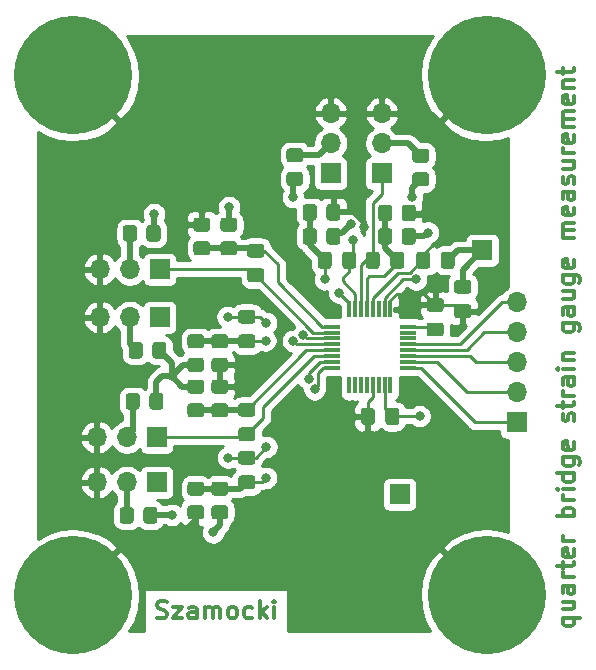
<source format=gbr>
%TF.GenerationSoftware,KiCad,Pcbnew,(5.1.12)-1*%
%TF.CreationDate,2022-06-02T00:13:14+02:00*%
%TF.ProjectId,strain gauge messurment,73747261-696e-4206-9761-756765206d65,rev?*%
%TF.SameCoordinates,Original*%
%TF.FileFunction,Copper,L1,Top*%
%TF.FilePolarity,Positive*%
%FSLAX46Y46*%
G04 Gerber Fmt 4.6, Leading zero omitted, Abs format (unit mm)*
G04 Created by KiCad (PCBNEW (5.1.12)-1) date 2022-06-02 00:13:14*
%MOMM*%
%LPD*%
G01*
G04 APERTURE LIST*
%TA.AperFunction,NonConductor*%
%ADD10C,0.300000*%
%TD*%
%TA.AperFunction,ComponentPad*%
%ADD11O,1.700000X1.700000*%
%TD*%
%TA.AperFunction,ComponentPad*%
%ADD12R,1.700000X1.700000*%
%TD*%
%TA.AperFunction,ComponentPad*%
%ADD13C,0.900000*%
%TD*%
%TA.AperFunction,ComponentPad*%
%ADD14C,10.000000*%
%TD*%
%TA.AperFunction,SMDPad,CuDef*%
%ADD15R,1.450000X0.300000*%
%TD*%
%TA.AperFunction,SMDPad,CuDef*%
%ADD16R,0.300000X1.450000*%
%TD*%
%TA.AperFunction,ViaPad*%
%ADD17C,0.800000*%
%TD*%
%TA.AperFunction,Conductor*%
%ADD18C,0.500000*%
%TD*%
%TA.AperFunction,Conductor*%
%ADD19C,0.250000*%
%TD*%
%TA.AperFunction,Conductor*%
%ADD20C,0.254000*%
%TD*%
%TA.AperFunction,Conductor*%
%ADD21C,0.100000*%
%TD*%
G04 APERTURE END LIST*
D10*
X125750000Y-147347142D02*
X125964285Y-147418571D01*
X126321428Y-147418571D01*
X126464285Y-147347142D01*
X126535714Y-147275714D01*
X126607142Y-147132857D01*
X126607142Y-146990000D01*
X126535714Y-146847142D01*
X126464285Y-146775714D01*
X126321428Y-146704285D01*
X126035714Y-146632857D01*
X125892857Y-146561428D01*
X125821428Y-146490000D01*
X125750000Y-146347142D01*
X125750000Y-146204285D01*
X125821428Y-146061428D01*
X125892857Y-145990000D01*
X126035714Y-145918571D01*
X126392857Y-145918571D01*
X126607142Y-145990000D01*
X127107142Y-146418571D02*
X127892857Y-146418571D01*
X127107142Y-147418571D01*
X127892857Y-147418571D01*
X129107142Y-147418571D02*
X129107142Y-146632857D01*
X129035714Y-146490000D01*
X128892857Y-146418571D01*
X128607142Y-146418571D01*
X128464285Y-146490000D01*
X129107142Y-147347142D02*
X128964285Y-147418571D01*
X128607142Y-147418571D01*
X128464285Y-147347142D01*
X128392857Y-147204285D01*
X128392857Y-147061428D01*
X128464285Y-146918571D01*
X128607142Y-146847142D01*
X128964285Y-146847142D01*
X129107142Y-146775714D01*
X129821428Y-147418571D02*
X129821428Y-146418571D01*
X129821428Y-146561428D02*
X129892857Y-146490000D01*
X130035714Y-146418571D01*
X130250000Y-146418571D01*
X130392857Y-146490000D01*
X130464285Y-146632857D01*
X130464285Y-147418571D01*
X130464285Y-146632857D02*
X130535714Y-146490000D01*
X130678571Y-146418571D01*
X130892857Y-146418571D01*
X131035714Y-146490000D01*
X131107142Y-146632857D01*
X131107142Y-147418571D01*
X132035714Y-147418571D02*
X131892857Y-147347142D01*
X131821428Y-147275714D01*
X131750000Y-147132857D01*
X131750000Y-146704285D01*
X131821428Y-146561428D01*
X131892857Y-146490000D01*
X132035714Y-146418571D01*
X132250000Y-146418571D01*
X132392857Y-146490000D01*
X132464285Y-146561428D01*
X132535714Y-146704285D01*
X132535714Y-147132857D01*
X132464285Y-147275714D01*
X132392857Y-147347142D01*
X132250000Y-147418571D01*
X132035714Y-147418571D01*
X133821428Y-147347142D02*
X133678571Y-147418571D01*
X133392857Y-147418571D01*
X133250000Y-147347142D01*
X133178571Y-147275714D01*
X133107142Y-147132857D01*
X133107142Y-146704285D01*
X133178571Y-146561428D01*
X133250000Y-146490000D01*
X133392857Y-146418571D01*
X133678571Y-146418571D01*
X133821428Y-146490000D01*
X134464285Y-147418571D02*
X134464285Y-145918571D01*
X134607142Y-146847142D02*
X135035714Y-147418571D01*
X135035714Y-146418571D02*
X134464285Y-146990000D01*
X135678571Y-147418571D02*
X135678571Y-146418571D01*
X135678571Y-145918571D02*
X135607142Y-145990000D01*
X135678571Y-146061428D01*
X135750000Y-145990000D01*
X135678571Y-145918571D01*
X135678571Y-146061428D01*
X160088571Y-147347142D02*
X161588571Y-147347142D01*
X161017142Y-147347142D02*
X161088571Y-147490000D01*
X161088571Y-147775714D01*
X161017142Y-147918571D01*
X160945714Y-147990000D01*
X160802857Y-148061428D01*
X160374285Y-148061428D01*
X160231428Y-147990000D01*
X160160000Y-147918571D01*
X160088571Y-147775714D01*
X160088571Y-147490000D01*
X160160000Y-147347142D01*
X160088571Y-145990000D02*
X161088571Y-145990000D01*
X160088571Y-146632857D02*
X160874285Y-146632857D01*
X161017142Y-146561428D01*
X161088571Y-146418571D01*
X161088571Y-146204285D01*
X161017142Y-146061428D01*
X160945714Y-145990000D01*
X161088571Y-144632857D02*
X160302857Y-144632857D01*
X160160000Y-144704285D01*
X160088571Y-144847142D01*
X160088571Y-145132857D01*
X160160000Y-145275714D01*
X161017142Y-144632857D02*
X161088571Y-144775714D01*
X161088571Y-145132857D01*
X161017142Y-145275714D01*
X160874285Y-145347142D01*
X160731428Y-145347142D01*
X160588571Y-145275714D01*
X160517142Y-145132857D01*
X160517142Y-144775714D01*
X160445714Y-144632857D01*
X161088571Y-143918571D02*
X160088571Y-143918571D01*
X160374285Y-143918571D02*
X160231428Y-143847142D01*
X160160000Y-143775714D01*
X160088571Y-143632857D01*
X160088571Y-143490000D01*
X160088571Y-143204285D02*
X160088571Y-142632857D01*
X159588571Y-142990000D02*
X160874285Y-142990000D01*
X161017142Y-142918571D01*
X161088571Y-142775714D01*
X161088571Y-142632857D01*
X161017142Y-141561428D02*
X161088571Y-141704285D01*
X161088571Y-141990000D01*
X161017142Y-142132857D01*
X160874285Y-142204285D01*
X160302857Y-142204285D01*
X160160000Y-142132857D01*
X160088571Y-141990000D01*
X160088571Y-141704285D01*
X160160000Y-141561428D01*
X160302857Y-141490000D01*
X160445714Y-141490000D01*
X160588571Y-142204285D01*
X161088571Y-140847142D02*
X160088571Y-140847142D01*
X160374285Y-140847142D02*
X160231428Y-140775714D01*
X160160000Y-140704285D01*
X160088571Y-140561428D01*
X160088571Y-140418571D01*
X161088571Y-138775714D02*
X159588571Y-138775714D01*
X160160000Y-138775714D02*
X160088571Y-138632857D01*
X160088571Y-138347142D01*
X160160000Y-138204285D01*
X160231428Y-138132857D01*
X160374285Y-138061428D01*
X160802857Y-138061428D01*
X160945714Y-138132857D01*
X161017142Y-138204285D01*
X161088571Y-138347142D01*
X161088571Y-138632857D01*
X161017142Y-138775714D01*
X161088571Y-137418571D02*
X160088571Y-137418571D01*
X160374285Y-137418571D02*
X160231428Y-137347142D01*
X160160000Y-137275714D01*
X160088571Y-137132857D01*
X160088571Y-136990000D01*
X161088571Y-136490000D02*
X160088571Y-136490000D01*
X159588571Y-136490000D02*
X159660000Y-136561428D01*
X159731428Y-136490000D01*
X159660000Y-136418571D01*
X159588571Y-136490000D01*
X159731428Y-136490000D01*
X161088571Y-135132857D02*
X159588571Y-135132857D01*
X161017142Y-135132857D02*
X161088571Y-135275714D01*
X161088571Y-135561428D01*
X161017142Y-135704285D01*
X160945714Y-135775714D01*
X160802857Y-135847142D01*
X160374285Y-135847142D01*
X160231428Y-135775714D01*
X160160000Y-135704285D01*
X160088571Y-135561428D01*
X160088571Y-135275714D01*
X160160000Y-135132857D01*
X160088571Y-133775714D02*
X161302857Y-133775714D01*
X161445714Y-133847142D01*
X161517142Y-133918571D01*
X161588571Y-134061428D01*
X161588571Y-134275714D01*
X161517142Y-134418571D01*
X161017142Y-133775714D02*
X161088571Y-133918571D01*
X161088571Y-134204285D01*
X161017142Y-134347142D01*
X160945714Y-134418571D01*
X160802857Y-134490000D01*
X160374285Y-134490000D01*
X160231428Y-134418571D01*
X160160000Y-134347142D01*
X160088571Y-134204285D01*
X160088571Y-133918571D01*
X160160000Y-133775714D01*
X161017142Y-132490000D02*
X161088571Y-132632857D01*
X161088571Y-132918571D01*
X161017142Y-133061428D01*
X160874285Y-133132857D01*
X160302857Y-133132857D01*
X160160000Y-133061428D01*
X160088571Y-132918571D01*
X160088571Y-132632857D01*
X160160000Y-132490000D01*
X160302857Y-132418571D01*
X160445714Y-132418571D01*
X160588571Y-133132857D01*
X161017142Y-130704285D02*
X161088571Y-130561428D01*
X161088571Y-130275714D01*
X161017142Y-130132857D01*
X160874285Y-130061428D01*
X160802857Y-130061428D01*
X160660000Y-130132857D01*
X160588571Y-130275714D01*
X160588571Y-130490000D01*
X160517142Y-130632857D01*
X160374285Y-130704285D01*
X160302857Y-130704285D01*
X160160000Y-130632857D01*
X160088571Y-130490000D01*
X160088571Y-130275714D01*
X160160000Y-130132857D01*
X160088571Y-129632857D02*
X160088571Y-129061428D01*
X159588571Y-129418571D02*
X160874285Y-129418571D01*
X161017142Y-129347142D01*
X161088571Y-129204285D01*
X161088571Y-129061428D01*
X161088571Y-128561428D02*
X160088571Y-128561428D01*
X160374285Y-128561428D02*
X160231428Y-128490000D01*
X160160000Y-128418571D01*
X160088571Y-128275714D01*
X160088571Y-128132857D01*
X161088571Y-126990000D02*
X160302857Y-126990000D01*
X160160000Y-127061428D01*
X160088571Y-127204285D01*
X160088571Y-127490000D01*
X160160000Y-127632857D01*
X161017142Y-126990000D02*
X161088571Y-127132857D01*
X161088571Y-127490000D01*
X161017142Y-127632857D01*
X160874285Y-127704285D01*
X160731428Y-127704285D01*
X160588571Y-127632857D01*
X160517142Y-127490000D01*
X160517142Y-127132857D01*
X160445714Y-126990000D01*
X161088571Y-126275714D02*
X160088571Y-126275714D01*
X159588571Y-126275714D02*
X159660000Y-126347142D01*
X159731428Y-126275714D01*
X159660000Y-126204285D01*
X159588571Y-126275714D01*
X159731428Y-126275714D01*
X160088571Y-125561428D02*
X161088571Y-125561428D01*
X160231428Y-125561428D02*
X160160000Y-125490000D01*
X160088571Y-125347142D01*
X160088571Y-125132857D01*
X160160000Y-124990000D01*
X160302857Y-124918571D01*
X161088571Y-124918571D01*
X160088571Y-122418571D02*
X161302857Y-122418571D01*
X161445714Y-122490000D01*
X161517142Y-122561428D01*
X161588571Y-122704285D01*
X161588571Y-122918571D01*
X161517142Y-123061428D01*
X161017142Y-122418571D02*
X161088571Y-122561428D01*
X161088571Y-122847142D01*
X161017142Y-122990000D01*
X160945714Y-123061428D01*
X160802857Y-123132857D01*
X160374285Y-123132857D01*
X160231428Y-123061428D01*
X160160000Y-122990000D01*
X160088571Y-122847142D01*
X160088571Y-122561428D01*
X160160000Y-122418571D01*
X161088571Y-121061428D02*
X160302857Y-121061428D01*
X160160000Y-121132857D01*
X160088571Y-121275714D01*
X160088571Y-121561428D01*
X160160000Y-121704285D01*
X161017142Y-121061428D02*
X161088571Y-121204285D01*
X161088571Y-121561428D01*
X161017142Y-121704285D01*
X160874285Y-121775714D01*
X160731428Y-121775714D01*
X160588571Y-121704285D01*
X160517142Y-121561428D01*
X160517142Y-121204285D01*
X160445714Y-121061428D01*
X160088571Y-119704285D02*
X161088571Y-119704285D01*
X160088571Y-120347142D02*
X160874285Y-120347142D01*
X161017142Y-120275714D01*
X161088571Y-120132857D01*
X161088571Y-119918571D01*
X161017142Y-119775714D01*
X160945714Y-119704285D01*
X160088571Y-118347142D02*
X161302857Y-118347142D01*
X161445714Y-118418571D01*
X161517142Y-118490000D01*
X161588571Y-118632857D01*
X161588571Y-118847142D01*
X161517142Y-118990000D01*
X161017142Y-118347142D02*
X161088571Y-118490000D01*
X161088571Y-118775714D01*
X161017142Y-118918571D01*
X160945714Y-118990000D01*
X160802857Y-119061428D01*
X160374285Y-119061428D01*
X160231428Y-118990000D01*
X160160000Y-118918571D01*
X160088571Y-118775714D01*
X160088571Y-118490000D01*
X160160000Y-118347142D01*
X161017142Y-117061428D02*
X161088571Y-117204285D01*
X161088571Y-117490000D01*
X161017142Y-117632857D01*
X160874285Y-117704285D01*
X160302857Y-117704285D01*
X160160000Y-117632857D01*
X160088571Y-117490000D01*
X160088571Y-117204285D01*
X160160000Y-117061428D01*
X160302857Y-116990000D01*
X160445714Y-116990000D01*
X160588571Y-117704285D01*
X161088571Y-115204285D02*
X160088571Y-115204285D01*
X160231428Y-115204285D02*
X160160000Y-115132857D01*
X160088571Y-114990000D01*
X160088571Y-114775714D01*
X160160000Y-114632857D01*
X160302857Y-114561428D01*
X161088571Y-114561428D01*
X160302857Y-114561428D02*
X160160000Y-114490000D01*
X160088571Y-114347142D01*
X160088571Y-114132857D01*
X160160000Y-113990000D01*
X160302857Y-113918571D01*
X161088571Y-113918571D01*
X161017142Y-112632857D02*
X161088571Y-112775714D01*
X161088571Y-113061428D01*
X161017142Y-113204285D01*
X160874285Y-113275714D01*
X160302857Y-113275714D01*
X160160000Y-113204285D01*
X160088571Y-113061428D01*
X160088571Y-112775714D01*
X160160000Y-112632857D01*
X160302857Y-112561428D01*
X160445714Y-112561428D01*
X160588571Y-113275714D01*
X161088571Y-111275714D02*
X160302857Y-111275714D01*
X160160000Y-111347142D01*
X160088571Y-111490000D01*
X160088571Y-111775714D01*
X160160000Y-111918571D01*
X161017142Y-111275714D02*
X161088571Y-111418571D01*
X161088571Y-111775714D01*
X161017142Y-111918571D01*
X160874285Y-111990000D01*
X160731428Y-111990000D01*
X160588571Y-111918571D01*
X160517142Y-111775714D01*
X160517142Y-111418571D01*
X160445714Y-111275714D01*
X161017142Y-110632857D02*
X161088571Y-110490000D01*
X161088571Y-110204285D01*
X161017142Y-110061428D01*
X160874285Y-109990000D01*
X160802857Y-109990000D01*
X160660000Y-110061428D01*
X160588571Y-110204285D01*
X160588571Y-110418571D01*
X160517142Y-110561428D01*
X160374285Y-110632857D01*
X160302857Y-110632857D01*
X160160000Y-110561428D01*
X160088571Y-110418571D01*
X160088571Y-110204285D01*
X160160000Y-110061428D01*
X160088571Y-108704285D02*
X161088571Y-108704285D01*
X160088571Y-109347142D02*
X160874285Y-109347142D01*
X161017142Y-109275714D01*
X161088571Y-109132857D01*
X161088571Y-108918571D01*
X161017142Y-108775714D01*
X160945714Y-108704285D01*
X161088571Y-107990000D02*
X160088571Y-107990000D01*
X160374285Y-107990000D02*
X160231428Y-107918571D01*
X160160000Y-107847142D01*
X160088571Y-107704285D01*
X160088571Y-107561428D01*
X161017142Y-106490000D02*
X161088571Y-106632857D01*
X161088571Y-106918571D01*
X161017142Y-107061428D01*
X160874285Y-107132857D01*
X160302857Y-107132857D01*
X160160000Y-107061428D01*
X160088571Y-106918571D01*
X160088571Y-106632857D01*
X160160000Y-106490000D01*
X160302857Y-106418571D01*
X160445714Y-106418571D01*
X160588571Y-107132857D01*
X161088571Y-105775714D02*
X160088571Y-105775714D01*
X160231428Y-105775714D02*
X160160000Y-105704285D01*
X160088571Y-105561428D01*
X160088571Y-105347142D01*
X160160000Y-105204285D01*
X160302857Y-105132857D01*
X161088571Y-105132857D01*
X160302857Y-105132857D02*
X160160000Y-105061428D01*
X160088571Y-104918571D01*
X160088571Y-104704285D01*
X160160000Y-104561428D01*
X160302857Y-104490000D01*
X161088571Y-104490000D01*
X161017142Y-103204285D02*
X161088571Y-103347142D01*
X161088571Y-103632857D01*
X161017142Y-103775714D01*
X160874285Y-103847142D01*
X160302857Y-103847142D01*
X160160000Y-103775714D01*
X160088571Y-103632857D01*
X160088571Y-103347142D01*
X160160000Y-103204285D01*
X160302857Y-103132857D01*
X160445714Y-103132857D01*
X160588571Y-103847142D01*
X160088571Y-102490000D02*
X161088571Y-102490000D01*
X160231428Y-102490000D02*
X160160000Y-102418571D01*
X160088571Y-102275714D01*
X160088571Y-102061428D01*
X160160000Y-101918571D01*
X160302857Y-101847142D01*
X161088571Y-101847142D01*
X160088571Y-101347142D02*
X160088571Y-100775714D01*
X159588571Y-101132857D02*
X160874285Y-101132857D01*
X161017142Y-101061428D01*
X161088571Y-100918571D01*
X161088571Y-100775714D01*
D11*
%TO.P,J9,5*%
%TO.N,Net-(IC1-Pad21)*%
X156210000Y-120650000D03*
%TO.P,J9,4*%
%TO.N,Net-(IC1-Pad20)*%
X156210000Y-123190000D03*
%TO.P,J9,3*%
%TO.N,Net-(IC1-Pad19)*%
X156210000Y-125730000D03*
%TO.P,J9,2*%
%TO.N,Net-(IC1-Pad18)*%
X156210000Y-128270000D03*
D12*
%TO.P,J9,1*%
%TO.N,Net-(IC1-Pad17)*%
X156210000Y-130810000D03*
%TD*%
D13*
%TO.P,H4,1*%
%TO.N,GND*%
X156311650Y-142778350D03*
X153660000Y-141680000D03*
X151008350Y-142778350D03*
X149910000Y-145430000D03*
X151008350Y-148081650D03*
X153660000Y-149180000D03*
X156311650Y-148081650D03*
X157410000Y-145430000D03*
D14*
X153660000Y-145430000D03*
%TD*%
D13*
%TO.P,H3,1*%
%TO.N,GND*%
X156311650Y-98778350D03*
X153660000Y-97680000D03*
X151008350Y-98778350D03*
X149910000Y-101430000D03*
X151008350Y-104081650D03*
X153660000Y-105180000D03*
X156311650Y-104081650D03*
X157410000Y-101430000D03*
D14*
X153660000Y-101430000D03*
%TD*%
D13*
%TO.P,H2,1*%
%TO.N,GND*%
X121311650Y-142778350D03*
X118660000Y-141680000D03*
X116008350Y-142778350D03*
X114910000Y-145430000D03*
X116008350Y-148081650D03*
X118660000Y-149180000D03*
X121311650Y-148081650D03*
X122410000Y-145430000D03*
D14*
X118660000Y-145430000D03*
%TD*%
D13*
%TO.P,H1,1*%
%TO.N,GND*%
X121311650Y-98778350D03*
X118660000Y-97680000D03*
X116008350Y-98778350D03*
X114910000Y-101430000D03*
X116008350Y-104081650D03*
X118660000Y-105180000D03*
X121311650Y-104081650D03*
X122410000Y-101430000D03*
D14*
X118660000Y-101430000D03*
%TD*%
D11*
%TO.P,J6,3*%
%TO.N,GND*%
X120650000Y-135890000D03*
%TO.P,J6,2*%
%TO.N,Net-(J6-Pad2)*%
X123190000Y-135890000D03*
D12*
%TO.P,J6,1*%
%TO.N,-V5*%
X125730000Y-135890000D03*
%TD*%
D11*
%TO.P,J5,3*%
%TO.N,GND*%
X120650000Y-132080000D03*
%TO.P,J5,2*%
%TO.N,Net-(J5-Pad2)*%
X123190000Y-132080000D03*
D12*
%TO.P,J5,1*%
%TO.N,-V4*%
X125730000Y-132080000D03*
%TD*%
D11*
%TO.P,J4,3*%
%TO.N,GND*%
X120904000Y-121920000D03*
%TO.P,J4,2*%
%TO.N,Net-(J4-Pad2)*%
X123444000Y-121920000D03*
D12*
%TO.P,J4,1*%
%TO.N,-V3*%
X125984000Y-121920000D03*
%TD*%
D11*
%TO.P,J3,3*%
%TO.N,GND*%
X120904000Y-117856000D03*
%TO.P,J3,2*%
%TO.N,Net-(J3-Pad2)*%
X123444000Y-117856000D03*
D12*
%TO.P,J3,1*%
%TO.N,-V2*%
X125984000Y-117856000D03*
%TD*%
D11*
%TO.P,J2,3*%
%TO.N,GND*%
X140462000Y-104648000D03*
%TO.P,J2,2*%
%TO.N,Net-(J2-Pad2)*%
X140462000Y-107188000D03*
D12*
%TO.P,J2,1*%
%TO.N,-V1*%
X140462000Y-109728000D03*
%TD*%
D11*
%TO.P,J1,3*%
%TO.N,GND*%
X144780000Y-104648000D03*
%TO.P,J1,2*%
%TO.N,Net-(J1-Pad2)*%
X144780000Y-107188000D03*
D12*
%TO.P,J1,1*%
%TO.N,-V0*%
X144780000Y-109728000D03*
%TD*%
%TO.P,J8,1*%
%TO.N,12V*%
X146304000Y-136906000D03*
%TD*%
%TO.P,R18,2*%
%TO.N,Net-(J6-Pad2)*%
%TA.AperFunction,SMDPad,CuDef*%
G36*
G01*
X123790000Y-138233999D02*
X123790000Y-139134001D01*
G75*
G02*
X123540001Y-139384000I-249999J0D01*
G01*
X122839999Y-139384000D01*
G75*
G02*
X122590000Y-139134001I0J249999D01*
G01*
X122590000Y-138233999D01*
G75*
G02*
X122839999Y-137984000I249999J0D01*
G01*
X123540001Y-137984000D01*
G75*
G02*
X123790000Y-138233999I0J-249999D01*
G01*
G37*
%TD.AperFunction*%
%TO.P,R18,1*%
%TO.N,10V*%
%TA.AperFunction,SMDPad,CuDef*%
G36*
G01*
X125790000Y-138233999D02*
X125790000Y-139134001D01*
G75*
G02*
X125540001Y-139384000I-249999J0D01*
G01*
X124839999Y-139384000D01*
G75*
G02*
X124590000Y-139134001I0J249999D01*
G01*
X124590000Y-138233999D01*
G75*
G02*
X124839999Y-137984000I249999J0D01*
G01*
X125540001Y-137984000D01*
G75*
G02*
X125790000Y-138233999I0J-249999D01*
G01*
G37*
%TD.AperFunction*%
%TD*%
%TO.P,R17,2*%
%TO.N,GND*%
%TA.AperFunction,SMDPad,CuDef*%
G36*
G01*
X128581600Y-137830000D02*
X129482400Y-137830000D01*
G75*
G02*
X129732000Y-138079600I0J-249600D01*
G01*
X129732000Y-138780400D01*
G75*
G02*
X129482400Y-139030000I-249600J0D01*
G01*
X128581600Y-139030000D01*
G75*
G02*
X128332000Y-138780400I0J249600D01*
G01*
X128332000Y-138079600D01*
G75*
G02*
X128581600Y-137830000I249600J0D01*
G01*
G37*
%TD.AperFunction*%
%TO.P,R17,1*%
%TO.N,+V5*%
%TA.AperFunction,SMDPad,CuDef*%
G36*
G01*
X128581999Y-135830000D02*
X129482001Y-135830000D01*
G75*
G02*
X129732000Y-136079999I0J-249999D01*
G01*
X129732000Y-136780001D01*
G75*
G02*
X129482001Y-137030000I-249999J0D01*
G01*
X128581999Y-137030000D01*
G75*
G02*
X128332000Y-136780001I0J249999D01*
G01*
X128332000Y-136079999D01*
G75*
G02*
X128581999Y-135830000I249999J0D01*
G01*
G37*
%TD.AperFunction*%
%TD*%
%TO.P,R16,2*%
%TO.N,Net-(J5-Pad2)*%
%TA.AperFunction,SMDPad,CuDef*%
G36*
G01*
X124298000Y-128581999D02*
X124298000Y-129482001D01*
G75*
G02*
X124048001Y-129732000I-249999J0D01*
G01*
X123347999Y-129732000D01*
G75*
G02*
X123098000Y-129482001I0J249999D01*
G01*
X123098000Y-128581999D01*
G75*
G02*
X123347999Y-128332000I249999J0D01*
G01*
X124048001Y-128332000D01*
G75*
G02*
X124298000Y-128581999I0J-249999D01*
G01*
G37*
%TD.AperFunction*%
%TO.P,R16,1*%
%TO.N,10V*%
%TA.AperFunction,SMDPad,CuDef*%
G36*
G01*
X126298000Y-128581999D02*
X126298000Y-129482001D01*
G75*
G02*
X126048001Y-129732000I-249999J0D01*
G01*
X125347999Y-129732000D01*
G75*
G02*
X125098000Y-129482001I0J249999D01*
G01*
X125098000Y-128581999D01*
G75*
G02*
X125347999Y-128332000I249999J0D01*
G01*
X126048001Y-128332000D01*
G75*
G02*
X126298000Y-128581999I0J-249999D01*
G01*
G37*
%TD.AperFunction*%
%TD*%
%TO.P,R15,2*%
%TO.N,GND*%
%TA.AperFunction,SMDPad,CuDef*%
G36*
G01*
X131514001Y-128394000D02*
X130613999Y-128394000D01*
G75*
G02*
X130364000Y-128144001I0J249999D01*
G01*
X130364000Y-127443999D01*
G75*
G02*
X130613999Y-127194000I249999J0D01*
G01*
X131514001Y-127194000D01*
G75*
G02*
X131764000Y-127443999I0J-249999D01*
G01*
X131764000Y-128144001D01*
G75*
G02*
X131514001Y-128394000I-249999J0D01*
G01*
G37*
%TD.AperFunction*%
%TO.P,R15,1*%
%TO.N,+V4*%
%TA.AperFunction,SMDPad,CuDef*%
G36*
G01*
X131514001Y-130394000D02*
X130613999Y-130394000D01*
G75*
G02*
X130364000Y-130144001I0J249999D01*
G01*
X130364000Y-129443999D01*
G75*
G02*
X130613999Y-129194000I249999J0D01*
G01*
X131514001Y-129194000D01*
G75*
G02*
X131764000Y-129443999I0J-249999D01*
G01*
X131764000Y-130144001D01*
G75*
G02*
X131514001Y-130394000I-249999J0D01*
G01*
G37*
%TD.AperFunction*%
%TD*%
%TO.P,R14,2*%
%TO.N,Net-(J4-Pad2)*%
%TA.AperFunction,SMDPad,CuDef*%
G36*
G01*
X124552000Y-124263999D02*
X124552000Y-125164001D01*
G75*
G02*
X124302001Y-125414000I-249999J0D01*
G01*
X123601999Y-125414000D01*
G75*
G02*
X123352000Y-125164001I0J249999D01*
G01*
X123352000Y-124263999D01*
G75*
G02*
X123601999Y-124014000I249999J0D01*
G01*
X124302001Y-124014000D01*
G75*
G02*
X124552000Y-124263999I0J-249999D01*
G01*
G37*
%TD.AperFunction*%
%TO.P,R14,1*%
%TO.N,10V*%
%TA.AperFunction,SMDPad,CuDef*%
G36*
G01*
X126552000Y-124263999D02*
X126552000Y-125164001D01*
G75*
G02*
X126302001Y-125414000I-249999J0D01*
G01*
X125601999Y-125414000D01*
G75*
G02*
X125352000Y-125164001I0J249999D01*
G01*
X125352000Y-124263999D01*
G75*
G02*
X125601999Y-124014000I249999J0D01*
G01*
X126302001Y-124014000D01*
G75*
G02*
X126552000Y-124263999I0J-249999D01*
G01*
G37*
%TD.AperFunction*%
%TD*%
%TO.P,R13,2*%
%TO.N,GND*%
%TA.AperFunction,SMDPad,CuDef*%
G36*
G01*
X130613999Y-125352000D02*
X131514001Y-125352000D01*
G75*
G02*
X131764000Y-125601999I0J-249999D01*
G01*
X131764000Y-126302001D01*
G75*
G02*
X131514001Y-126552000I-249999J0D01*
G01*
X130613999Y-126552000D01*
G75*
G02*
X130364000Y-126302001I0J249999D01*
G01*
X130364000Y-125601999D01*
G75*
G02*
X130613999Y-125352000I249999J0D01*
G01*
G37*
%TD.AperFunction*%
%TO.P,R13,1*%
%TO.N,+V3*%
%TA.AperFunction,SMDPad,CuDef*%
G36*
G01*
X130613999Y-123352000D02*
X131514001Y-123352000D01*
G75*
G02*
X131764000Y-123601999I0J-249999D01*
G01*
X131764000Y-124302001D01*
G75*
G02*
X131514001Y-124552000I-249999J0D01*
G01*
X130613999Y-124552000D01*
G75*
G02*
X130364000Y-124302001I0J249999D01*
G01*
X130364000Y-123601999D01*
G75*
G02*
X130613999Y-123352000I249999J0D01*
G01*
G37*
%TD.AperFunction*%
%TD*%
%TO.P,R12,2*%
%TO.N,Net-(J3-Pad2)*%
%TA.AperFunction,SMDPad,CuDef*%
G36*
G01*
X124060000Y-114357600D02*
X124060000Y-115258400D01*
G75*
G02*
X123810400Y-115508000I-249600J0D01*
G01*
X123109600Y-115508000D01*
G75*
G02*
X122860000Y-115258400I0J249600D01*
G01*
X122860000Y-114357600D01*
G75*
G02*
X123109600Y-114108000I249600J0D01*
G01*
X123810400Y-114108000D01*
G75*
G02*
X124060000Y-114357600I0J-249600D01*
G01*
G37*
%TD.AperFunction*%
%TO.P,R12,1*%
%TO.N,10V*%
%TA.AperFunction,SMDPad,CuDef*%
G36*
G01*
X126060000Y-114357999D02*
X126060000Y-115258001D01*
G75*
G02*
X125810001Y-115508000I-249999J0D01*
G01*
X125109999Y-115508000D01*
G75*
G02*
X124860000Y-115258001I0J249999D01*
G01*
X124860000Y-114357999D01*
G75*
G02*
X125109999Y-114108000I249999J0D01*
G01*
X125810001Y-114108000D01*
G75*
G02*
X126060000Y-114357999I0J-249999D01*
G01*
G37*
%TD.AperFunction*%
%TD*%
%TO.P,R11,2*%
%TO.N,GND*%
%TA.AperFunction,SMDPad,CuDef*%
G36*
G01*
X129990001Y-114678000D02*
X129089999Y-114678000D01*
G75*
G02*
X128840000Y-114428001I0J249999D01*
G01*
X128840000Y-113727999D01*
G75*
G02*
X129089999Y-113478000I249999J0D01*
G01*
X129990001Y-113478000D01*
G75*
G02*
X130240000Y-113727999I0J-249999D01*
G01*
X130240000Y-114428001D01*
G75*
G02*
X129990001Y-114678000I-249999J0D01*
G01*
G37*
%TD.AperFunction*%
%TO.P,R11,1*%
%TO.N,+V2*%
%TA.AperFunction,SMDPad,CuDef*%
G36*
G01*
X129990001Y-116678000D02*
X129089999Y-116678000D01*
G75*
G02*
X128840000Y-116428001I0J249999D01*
G01*
X128840000Y-115727999D01*
G75*
G02*
X129089999Y-115478000I249999J0D01*
G01*
X129990001Y-115478000D01*
G75*
G02*
X130240000Y-115727999I0J-249999D01*
G01*
X130240000Y-116428001D01*
G75*
G02*
X129990001Y-116678000I-249999J0D01*
G01*
G37*
%TD.AperFunction*%
%TD*%
%TO.P,R10,2*%
%TO.N,Net-(J2-Pad2)*%
%TA.AperFunction,SMDPad,CuDef*%
G36*
G01*
X137864001Y-108804000D02*
X136963999Y-108804000D01*
G75*
G02*
X136714000Y-108554001I0J249999D01*
G01*
X136714000Y-107853999D01*
G75*
G02*
X136963999Y-107604000I249999J0D01*
G01*
X137864001Y-107604000D01*
G75*
G02*
X138114000Y-107853999I0J-249999D01*
G01*
X138114000Y-108554001D01*
G75*
G02*
X137864001Y-108804000I-249999J0D01*
G01*
G37*
%TD.AperFunction*%
%TO.P,R10,1*%
%TO.N,10V*%
%TA.AperFunction,SMDPad,CuDef*%
G36*
G01*
X137864001Y-110804000D02*
X136963999Y-110804000D01*
G75*
G02*
X136714000Y-110554001I0J249999D01*
G01*
X136714000Y-109853999D01*
G75*
G02*
X136963999Y-109604000I249999J0D01*
G01*
X137864001Y-109604000D01*
G75*
G02*
X138114000Y-109853999I0J-249999D01*
G01*
X138114000Y-110554001D01*
G75*
G02*
X137864001Y-110804000I-249999J0D01*
G01*
G37*
%TD.AperFunction*%
%TD*%
%TO.P,R9,2*%
%TO.N,GND*%
%TA.AperFunction,SMDPad,CuDef*%
G36*
G01*
X140084000Y-113480001D02*
X140084000Y-112579999D01*
G75*
G02*
X140333999Y-112330000I249999J0D01*
G01*
X141034001Y-112330000D01*
G75*
G02*
X141284000Y-112579999I0J-249999D01*
G01*
X141284000Y-113480001D01*
G75*
G02*
X141034001Y-113730000I-249999J0D01*
G01*
X140333999Y-113730000D01*
G75*
G02*
X140084000Y-113480001I0J249999D01*
G01*
G37*
%TD.AperFunction*%
%TO.P,R9,1*%
%TO.N,+V1*%
%TA.AperFunction,SMDPad,CuDef*%
G36*
G01*
X138084000Y-113480001D02*
X138084000Y-112579999D01*
G75*
G02*
X138333999Y-112330000I249999J0D01*
G01*
X139034001Y-112330000D01*
G75*
G02*
X139284000Y-112579999I0J-249999D01*
G01*
X139284000Y-113480001D01*
G75*
G02*
X139034001Y-113730000I-249999J0D01*
G01*
X138333999Y-113730000D01*
G75*
G02*
X138084000Y-113480001I0J249999D01*
G01*
G37*
%TD.AperFunction*%
%TD*%
%TO.P,R8,2*%
%TO.N,Net-(J1-Pad2)*%
%TA.AperFunction,SMDPad,CuDef*%
G36*
G01*
X148532001Y-108836000D02*
X147631999Y-108836000D01*
G75*
G02*
X147382000Y-108586001I0J249999D01*
G01*
X147382000Y-107885999D01*
G75*
G02*
X147631999Y-107636000I249999J0D01*
G01*
X148532001Y-107636000D01*
G75*
G02*
X148782000Y-107885999I0J-249999D01*
G01*
X148782000Y-108586001D01*
G75*
G02*
X148532001Y-108836000I-249999J0D01*
G01*
G37*
%TD.AperFunction*%
%TO.P,R8,1*%
%TO.N,10V*%
%TA.AperFunction,SMDPad,CuDef*%
G36*
G01*
X148532001Y-110836000D02*
X147631999Y-110836000D01*
G75*
G02*
X147382000Y-110586001I0J249999D01*
G01*
X147382000Y-109885999D01*
G75*
G02*
X147631999Y-109636000I249999J0D01*
G01*
X148532001Y-109636000D01*
G75*
G02*
X148782000Y-109885999I0J-249999D01*
G01*
X148782000Y-110586001D01*
G75*
G02*
X148532001Y-110836000I-249999J0D01*
G01*
G37*
%TD.AperFunction*%
%TD*%
%TO.P,R7,2*%
%TO.N,GND*%
%TA.AperFunction,SMDPad,CuDef*%
G36*
G01*
X146466000Y-113543501D02*
X146466000Y-112643499D01*
G75*
G02*
X146715999Y-112393500I249999J0D01*
G01*
X147416001Y-112393500D01*
G75*
G02*
X147666000Y-112643499I0J-249999D01*
G01*
X147666000Y-113543501D01*
G75*
G02*
X147416001Y-113793500I-249999J0D01*
G01*
X146715999Y-113793500D01*
G75*
G02*
X146466000Y-113543501I0J249999D01*
G01*
G37*
%TD.AperFunction*%
%TO.P,R7,1*%
%TO.N,+V0*%
%TA.AperFunction,SMDPad,CuDef*%
G36*
G01*
X144466000Y-113543501D02*
X144466000Y-112643499D01*
G75*
G02*
X144715999Y-112393500I249999J0D01*
G01*
X145416001Y-112393500D01*
G75*
G02*
X145666000Y-112643499I0J-249999D01*
G01*
X145666000Y-113543501D01*
G75*
G02*
X145416001Y-113793500I-249999J0D01*
G01*
X144715999Y-113793500D01*
G75*
G02*
X144466000Y-113543501I0J249999D01*
G01*
G37*
%TD.AperFunction*%
%TD*%
%TO.P,R6,2*%
%TO.N,10V*%
%TA.AperFunction,SMDPad,CuDef*%
G36*
G01*
X130613999Y-137830000D02*
X131514001Y-137830000D01*
G75*
G02*
X131764000Y-138079999I0J-249999D01*
G01*
X131764000Y-138780001D01*
G75*
G02*
X131514001Y-139030000I-249999J0D01*
G01*
X130613999Y-139030000D01*
G75*
G02*
X130364000Y-138780001I0J249999D01*
G01*
X130364000Y-138079999D01*
G75*
G02*
X130613999Y-137830000I249999J0D01*
G01*
G37*
%TD.AperFunction*%
%TO.P,R6,1*%
%TO.N,+V5*%
%TA.AperFunction,SMDPad,CuDef*%
G36*
G01*
X130613999Y-135830000D02*
X131514001Y-135830000D01*
G75*
G02*
X131764000Y-136079999I0J-249999D01*
G01*
X131764000Y-136780001D01*
G75*
G02*
X131514001Y-137030000I-249999J0D01*
G01*
X130613999Y-137030000D01*
G75*
G02*
X130364000Y-136780001I0J249999D01*
G01*
X130364000Y-136079999D01*
G75*
G02*
X130613999Y-135830000I249999J0D01*
G01*
G37*
%TD.AperFunction*%
%TD*%
%TO.P,R5,2*%
%TO.N,10V*%
%TA.AperFunction,SMDPad,CuDef*%
G36*
G01*
X129482001Y-128394000D02*
X128581999Y-128394000D01*
G75*
G02*
X128332000Y-128144001I0J249999D01*
G01*
X128332000Y-127443999D01*
G75*
G02*
X128581999Y-127194000I249999J0D01*
G01*
X129482001Y-127194000D01*
G75*
G02*
X129732000Y-127443999I0J-249999D01*
G01*
X129732000Y-128144001D01*
G75*
G02*
X129482001Y-128394000I-249999J0D01*
G01*
G37*
%TD.AperFunction*%
%TO.P,R5,1*%
%TO.N,+V4*%
%TA.AperFunction,SMDPad,CuDef*%
G36*
G01*
X129482001Y-130394000D02*
X128581999Y-130394000D01*
G75*
G02*
X128332000Y-130144001I0J249999D01*
G01*
X128332000Y-129443999D01*
G75*
G02*
X128581999Y-129194000I249999J0D01*
G01*
X129482001Y-129194000D01*
G75*
G02*
X129732000Y-129443999I0J-249999D01*
G01*
X129732000Y-130144001D01*
G75*
G02*
X129482001Y-130394000I-249999J0D01*
G01*
G37*
%TD.AperFunction*%
%TD*%
%TO.P,R4,2*%
%TO.N,10V*%
%TA.AperFunction,SMDPad,CuDef*%
G36*
G01*
X128581999Y-125352000D02*
X129482001Y-125352000D01*
G75*
G02*
X129732000Y-125601999I0J-249999D01*
G01*
X129732000Y-126302001D01*
G75*
G02*
X129482001Y-126552000I-249999J0D01*
G01*
X128581999Y-126552000D01*
G75*
G02*
X128332000Y-126302001I0J249999D01*
G01*
X128332000Y-125601999D01*
G75*
G02*
X128581999Y-125352000I249999J0D01*
G01*
G37*
%TD.AperFunction*%
%TO.P,R4,1*%
%TO.N,+V3*%
%TA.AperFunction,SMDPad,CuDef*%
G36*
G01*
X128581999Y-123352000D02*
X129482001Y-123352000D01*
G75*
G02*
X129732000Y-123601999I0J-249999D01*
G01*
X129732000Y-124302001D01*
G75*
G02*
X129482001Y-124552000I-249999J0D01*
G01*
X128581999Y-124552000D01*
G75*
G02*
X128332000Y-124302001I0J249999D01*
G01*
X128332000Y-123601999D01*
G75*
G02*
X128581999Y-123352000I249999J0D01*
G01*
G37*
%TD.AperFunction*%
%TD*%
%TO.P,R3,2*%
%TO.N,10V*%
%TA.AperFunction,SMDPad,CuDef*%
G36*
G01*
X132276001Y-114678000D02*
X131375999Y-114678000D01*
G75*
G02*
X131126000Y-114428001I0J249999D01*
G01*
X131126000Y-113727999D01*
G75*
G02*
X131375999Y-113478000I249999J0D01*
G01*
X132276001Y-113478000D01*
G75*
G02*
X132526000Y-113727999I0J-249999D01*
G01*
X132526000Y-114428001D01*
G75*
G02*
X132276001Y-114678000I-249999J0D01*
G01*
G37*
%TD.AperFunction*%
%TO.P,R3,1*%
%TO.N,+V2*%
%TA.AperFunction,SMDPad,CuDef*%
G36*
G01*
X132276400Y-116678000D02*
X131375600Y-116678000D01*
G75*
G02*
X131126000Y-116428400I0J249600D01*
G01*
X131126000Y-115727600D01*
G75*
G02*
X131375600Y-115478000I249600J0D01*
G01*
X132276400Y-115478000D01*
G75*
G02*
X132526000Y-115727600I0J-249600D01*
G01*
X132526000Y-116428400D01*
G75*
G02*
X132276400Y-116678000I-249600J0D01*
G01*
G37*
%TD.AperFunction*%
%TD*%
%TO.P,R2,2*%
%TO.N,10V*%
%TA.AperFunction,SMDPad,CuDef*%
G36*
G01*
X140084000Y-115512001D02*
X140084000Y-114611999D01*
G75*
G02*
X140333999Y-114362000I249999J0D01*
G01*
X141034001Y-114362000D01*
G75*
G02*
X141284000Y-114611999I0J-249999D01*
G01*
X141284000Y-115512001D01*
G75*
G02*
X141034001Y-115762000I-249999J0D01*
G01*
X140333999Y-115762000D01*
G75*
G02*
X140084000Y-115512001I0J249999D01*
G01*
G37*
%TD.AperFunction*%
%TO.P,R2,1*%
%TO.N,+V1*%
%TA.AperFunction,SMDPad,CuDef*%
G36*
G01*
X138084000Y-115512001D02*
X138084000Y-114611999D01*
G75*
G02*
X138333999Y-114362000I249999J0D01*
G01*
X139034001Y-114362000D01*
G75*
G02*
X139284000Y-114611999I0J-249999D01*
G01*
X139284000Y-115512001D01*
G75*
G02*
X139034001Y-115762000I-249999J0D01*
G01*
X138333999Y-115762000D01*
G75*
G02*
X138084000Y-115512001I0J249999D01*
G01*
G37*
%TD.AperFunction*%
%TD*%
%TO.P,R1,2*%
%TO.N,10V*%
%TA.AperFunction,SMDPad,CuDef*%
G36*
G01*
X146466000Y-115512001D02*
X146466000Y-114611999D01*
G75*
G02*
X146715999Y-114362000I249999J0D01*
G01*
X147416001Y-114362000D01*
G75*
G02*
X147666000Y-114611999I0J-249999D01*
G01*
X147666000Y-115512001D01*
G75*
G02*
X147416001Y-115762000I-249999J0D01*
G01*
X146715999Y-115762000D01*
G75*
G02*
X146466000Y-115512001I0J249999D01*
G01*
G37*
%TD.AperFunction*%
%TO.P,R1,1*%
%TO.N,+V0*%
%TA.AperFunction,SMDPad,CuDef*%
G36*
G01*
X144466000Y-115512001D02*
X144466000Y-114611999D01*
G75*
G02*
X144715999Y-114362000I249999J0D01*
G01*
X145416001Y-114362000D01*
G75*
G02*
X145666000Y-114611999I0J-249999D01*
G01*
X145666000Y-115512001D01*
G75*
G02*
X145416001Y-115762000I-249999J0D01*
G01*
X144715999Y-115762000D01*
G75*
G02*
X144466000Y-115512001I0J249999D01*
G01*
G37*
%TD.AperFunction*%
%TD*%
%TO.P,J7,1*%
%TO.N,3.3V*%
X153290000Y-116230000D03*
%TD*%
D15*
%TO.P,IC1,1*%
%TO.N,+V2*%
X140539000Y-122710000D03*
%TO.P,IC1,2*%
%TO.N,-V2*%
X140539000Y-123210000D03*
%TO.P,IC1,3*%
%TO.N,-V3*%
X140539000Y-123710000D03*
%TO.P,IC1,4*%
%TO.N,+V3*%
X140539000Y-124210000D03*
%TO.P,IC1,5*%
%TO.N,+V4*%
X140539000Y-124710000D03*
%TO.P,IC1,6*%
%TO.N,-V4*%
X140539000Y-125210000D03*
%TO.P,IC1,7*%
%TO.N,-V5*%
X140539000Y-125710000D03*
%TO.P,IC1,8*%
%TO.N,+V5*%
X140539000Y-126210000D03*
D16*
%TO.P,IC1,9*%
%TO.N,Net-(IC1-Pad9)*%
X142014000Y-127685000D03*
%TO.P,IC1,10*%
%TO.N,Net-(IC1-Pad10)*%
X142514000Y-127685000D03*
%TO.P,IC1,11*%
%TO.N,Net-(IC1-Pad11)*%
X143014000Y-127685000D03*
%TO.P,IC1,12*%
%TO.N,Net-(IC1-Pad12)*%
X143514000Y-127685000D03*
%TO.P,IC1,13*%
%TO.N,GND*%
X144014000Y-127685000D03*
%TO.P,IC1,14*%
%TO.N,Net-(IC1-Pad14)*%
X144514000Y-127685000D03*
%TO.P,IC1,15*%
%TO.N,3.3V*%
X145014000Y-127685000D03*
%TO.P,IC1,16*%
%TO.N,Net-(IC1-Pad16)*%
X145514000Y-127685000D03*
D15*
%TO.P,IC1,17*%
%TO.N,Net-(IC1-Pad17)*%
X146989000Y-126210000D03*
%TO.P,IC1,18*%
%TO.N,Net-(IC1-Pad18)*%
X146989000Y-125710000D03*
%TO.P,IC1,19*%
%TO.N,Net-(IC1-Pad19)*%
X146989000Y-125210000D03*
%TO.P,IC1,20*%
%TO.N,Net-(IC1-Pad20)*%
X146989000Y-124710000D03*
%TO.P,IC1,21*%
%TO.N,Net-(IC1-Pad21)*%
X146989000Y-124210000D03*
%TO.P,IC1,22*%
%TO.N,Net-(IC1-Pad22)*%
X146989000Y-123710000D03*
%TO.P,IC1,23*%
%TO.N,Net-(IC1-Pad23)*%
X146989000Y-123210000D03*
%TO.P,IC1,24*%
%TO.N,Net-(C17-Pad1)*%
X146989000Y-122710000D03*
D16*
%TO.P,IC1,25*%
%TO.N,GND*%
X145514000Y-121235000D03*
%TO.P,IC1,26*%
%TO.N,3.3V*%
X145014000Y-121235000D03*
%TO.P,IC1,27*%
%TO.N,Net-(IC1-Pad27)*%
X144514000Y-121235000D03*
%TO.P,IC1,28*%
%TO.N,GND*%
X144014000Y-121235000D03*
%TO.P,IC1,29*%
%TO.N,+V0*%
X143514000Y-121235000D03*
%TO.P,IC1,30*%
%TO.N,-V0*%
X143014000Y-121235000D03*
%TO.P,IC1,31*%
%TO.N,-V1*%
X142514000Y-121235000D03*
%TO.P,IC1,32*%
%TO.N,+V1*%
X142014000Y-121235000D03*
%TD*%
%TO.P,C17,2*%
%TO.N,GND*%
%TA.AperFunction,SMDPad,CuDef*%
G36*
G01*
X149775000Y-121462500D02*
X148825000Y-121462500D01*
G75*
G02*
X148575000Y-121212500I0J250000D01*
G01*
X148575000Y-120537500D01*
G75*
G02*
X148825000Y-120287500I250000J0D01*
G01*
X149775000Y-120287500D01*
G75*
G02*
X150025000Y-120537500I0J-250000D01*
G01*
X150025000Y-121212500D01*
G75*
G02*
X149775000Y-121462500I-250000J0D01*
G01*
G37*
%TD.AperFunction*%
%TO.P,C17,1*%
%TO.N,Net-(C17-Pad1)*%
%TA.AperFunction,SMDPad,CuDef*%
G36*
G01*
X149775000Y-123537500D02*
X148825000Y-123537500D01*
G75*
G02*
X148575000Y-123287500I0J250000D01*
G01*
X148575000Y-122612500D01*
G75*
G02*
X148825000Y-122362500I250000J0D01*
G01*
X149775000Y-122362500D01*
G75*
G02*
X150025000Y-122612500I0J-250000D01*
G01*
X150025000Y-123287500D01*
G75*
G02*
X149775000Y-123537500I-250000J0D01*
G01*
G37*
%TD.AperFunction*%
%TD*%
%TO.P,C16,2*%
%TO.N,GND*%
%TA.AperFunction,SMDPad,CuDef*%
G36*
G01*
X151163000Y-120824500D02*
X152113000Y-120824500D01*
G75*
G02*
X152363000Y-121074500I0J-250000D01*
G01*
X152363000Y-121749500D01*
G75*
G02*
X152113000Y-121999500I-250000J0D01*
G01*
X151163000Y-121999500D01*
G75*
G02*
X150913000Y-121749500I0J250000D01*
G01*
X150913000Y-121074500D01*
G75*
G02*
X151163000Y-120824500I250000J0D01*
G01*
G37*
%TD.AperFunction*%
%TO.P,C16,1*%
%TO.N,3.3V*%
%TA.AperFunction,SMDPad,CuDef*%
G36*
G01*
X151163000Y-118749500D02*
X152113000Y-118749500D01*
G75*
G02*
X152363000Y-118999500I0J-250000D01*
G01*
X152363000Y-119674500D01*
G75*
G02*
X152113000Y-119924500I-250000J0D01*
G01*
X151163000Y-119924500D01*
G75*
G02*
X150913000Y-119674500I0J250000D01*
G01*
X150913000Y-118999500D01*
G75*
G02*
X151163000Y-118749500I250000J0D01*
G01*
G37*
%TD.AperFunction*%
%TD*%
%TO.P,C14,2*%
%TO.N,GND*%
%TA.AperFunction,SMDPad,CuDef*%
G36*
G01*
X144192500Y-129835000D02*
X144192500Y-130785000D01*
G75*
G02*
X143942500Y-131035000I-250000J0D01*
G01*
X143267500Y-131035000D01*
G75*
G02*
X143017500Y-130785000I0J250000D01*
G01*
X143017500Y-129835000D01*
G75*
G02*
X143267500Y-129585000I250000J0D01*
G01*
X143942500Y-129585000D01*
G75*
G02*
X144192500Y-129835000I0J-250000D01*
G01*
G37*
%TD.AperFunction*%
%TO.P,C14,1*%
%TO.N,3.3V*%
%TA.AperFunction,SMDPad,CuDef*%
G36*
G01*
X146267500Y-129835000D02*
X146267500Y-130785000D01*
G75*
G02*
X146017500Y-131035000I-250000J0D01*
G01*
X145342500Y-131035000D01*
G75*
G02*
X145092500Y-130785000I0J250000D01*
G01*
X145092500Y-129835000D01*
G75*
G02*
X145342500Y-129585000I250000J0D01*
G01*
X146017500Y-129585000D01*
G75*
G02*
X146267500Y-129835000I0J-250000D01*
G01*
G37*
%TD.AperFunction*%
%TD*%
%TO.P,C13,2*%
%TO.N,3.3V*%
%TA.AperFunction,SMDPad,CuDef*%
G36*
G01*
X149780500Y-117568725D02*
X149780500Y-116619275D01*
G75*
G02*
X150030775Y-116369000I250275J0D01*
G01*
X150705225Y-116369000D01*
G75*
G02*
X150955500Y-116619275I0J-250275D01*
G01*
X150955500Y-117568725D01*
G75*
G02*
X150705225Y-117819000I-250275J0D01*
G01*
X150030775Y-117819000D01*
G75*
G02*
X149780500Y-117568725I0J250275D01*
G01*
G37*
%TD.AperFunction*%
%TO.P,C13,1*%
%TO.N,GND*%
%TA.AperFunction,SMDPad,CuDef*%
G36*
G01*
X147705500Y-117569000D02*
X147705500Y-116619000D01*
G75*
G02*
X147955500Y-116369000I250000J0D01*
G01*
X148630500Y-116369000D01*
G75*
G02*
X148880500Y-116619000I0J-250000D01*
G01*
X148880500Y-117569000D01*
G75*
G02*
X148630500Y-117819000I-250000J0D01*
G01*
X147955500Y-117819000D01*
G75*
G02*
X147705500Y-117569000I0J250000D01*
G01*
G37*
%TD.AperFunction*%
%TD*%
%TO.P,C11,2*%
%TO.N,-V0*%
%TA.AperFunction,SMDPad,CuDef*%
G36*
G01*
X144605500Y-116619000D02*
X144605500Y-117569000D01*
G75*
G02*
X144355500Y-117819000I-250000J0D01*
G01*
X143680500Y-117819000D01*
G75*
G02*
X143430500Y-117569000I0J250000D01*
G01*
X143430500Y-116619000D01*
G75*
G02*
X143680500Y-116369000I250000J0D01*
G01*
X144355500Y-116369000D01*
G75*
G02*
X144605500Y-116619000I0J-250000D01*
G01*
G37*
%TD.AperFunction*%
%TO.P,C11,1*%
%TO.N,+V0*%
%TA.AperFunction,SMDPad,CuDef*%
G36*
G01*
X146680500Y-116619000D02*
X146680500Y-117569000D01*
G75*
G02*
X146430500Y-117819000I-250000J0D01*
G01*
X145755500Y-117819000D01*
G75*
G02*
X145505500Y-117569000I0J250000D01*
G01*
X145505500Y-116619000D01*
G75*
G02*
X145755500Y-116369000I250000J0D01*
G01*
X146430500Y-116369000D01*
G75*
G02*
X146680500Y-116619000I0J-250000D01*
G01*
G37*
%TD.AperFunction*%
%TD*%
%TO.P,C9,2*%
%TO.N,+V1*%
%TA.AperFunction,SMDPad,CuDef*%
G36*
G01*
X140541500Y-116619000D02*
X140541500Y-117569000D01*
G75*
G02*
X140291500Y-117819000I-250000J0D01*
G01*
X139616500Y-117819000D01*
G75*
G02*
X139366500Y-117569000I0J250000D01*
G01*
X139366500Y-116619000D01*
G75*
G02*
X139616500Y-116369000I250000J0D01*
G01*
X140291500Y-116369000D01*
G75*
G02*
X140541500Y-116619000I0J-250000D01*
G01*
G37*
%TD.AperFunction*%
%TO.P,C9,1*%
%TO.N,-V1*%
%TA.AperFunction,SMDPad,CuDef*%
G36*
G01*
X142616500Y-116619000D02*
X142616500Y-117569000D01*
G75*
G02*
X142366500Y-117819000I-250000J0D01*
G01*
X141691500Y-117819000D01*
G75*
G02*
X141441500Y-117569000I0J250000D01*
G01*
X141441500Y-116619000D01*
G75*
G02*
X141691500Y-116369000I250000J0D01*
G01*
X142366500Y-116369000D01*
G75*
G02*
X142616500Y-116619000I0J-250000D01*
G01*
G37*
%TD.AperFunction*%
%TD*%
%TO.P,C6,2*%
%TO.N,+V5*%
%TA.AperFunction,SMDPad,CuDef*%
G36*
G01*
X132875000Y-135302500D02*
X133825000Y-135302500D01*
G75*
G02*
X134075000Y-135552500I0J-250000D01*
G01*
X134075000Y-136227500D01*
G75*
G02*
X133825000Y-136477500I-250000J0D01*
G01*
X132875000Y-136477500D01*
G75*
G02*
X132625000Y-136227500I0J250000D01*
G01*
X132625000Y-135552500D01*
G75*
G02*
X132875000Y-135302500I250000J0D01*
G01*
G37*
%TD.AperFunction*%
%TO.P,C6,1*%
%TO.N,-V5*%
%TA.AperFunction,SMDPad,CuDef*%
G36*
G01*
X132875000Y-133227500D02*
X133825000Y-133227500D01*
G75*
G02*
X134075000Y-133477500I0J-250000D01*
G01*
X134075000Y-134152500D01*
G75*
G02*
X133825000Y-134402500I-250000J0D01*
G01*
X132875000Y-134402500D01*
G75*
G02*
X132625000Y-134152500I0J250000D01*
G01*
X132625000Y-133477500D01*
G75*
G02*
X132875000Y-133227500I250000J0D01*
G01*
G37*
%TD.AperFunction*%
%TD*%
%TO.P,C5,2*%
%TO.N,-V4*%
%TA.AperFunction,SMDPad,CuDef*%
G36*
G01*
X132875275Y-131238500D02*
X133824725Y-131238500D01*
G75*
G02*
X134075000Y-131488775I0J-250275D01*
G01*
X134075000Y-132163225D01*
G75*
G02*
X133824725Y-132413500I-250275J0D01*
G01*
X132875275Y-132413500D01*
G75*
G02*
X132625000Y-132163225I0J250275D01*
G01*
X132625000Y-131488775D01*
G75*
G02*
X132875275Y-131238500I250275J0D01*
G01*
G37*
%TD.AperFunction*%
%TO.P,C5,1*%
%TO.N,+V4*%
%TA.AperFunction,SMDPad,CuDef*%
G36*
G01*
X132875000Y-129163500D02*
X133825000Y-129163500D01*
G75*
G02*
X134075000Y-129413500I0J-250000D01*
G01*
X134075000Y-130088500D01*
G75*
G02*
X133825000Y-130338500I-250000J0D01*
G01*
X132875000Y-130338500D01*
G75*
G02*
X132625000Y-130088500I0J250000D01*
G01*
X132625000Y-129413500D01*
G75*
G02*
X132875000Y-129163500I250000J0D01*
G01*
G37*
%TD.AperFunction*%
%TD*%
%TO.P,C4,2*%
%TO.N,+V3*%
%TA.AperFunction,SMDPad,CuDef*%
G36*
G01*
X132875000Y-123364500D02*
X133825000Y-123364500D01*
G75*
G02*
X134075000Y-123614500I0J-250000D01*
G01*
X134075000Y-124289500D01*
G75*
G02*
X133825000Y-124539500I-250000J0D01*
G01*
X132875000Y-124539500D01*
G75*
G02*
X132625000Y-124289500I0J250000D01*
G01*
X132625000Y-123614500D01*
G75*
G02*
X132875000Y-123364500I250000J0D01*
G01*
G37*
%TD.AperFunction*%
%TO.P,C4,1*%
%TO.N,-V3*%
%TA.AperFunction,SMDPad,CuDef*%
G36*
G01*
X132875000Y-121289500D02*
X133825000Y-121289500D01*
G75*
G02*
X134075000Y-121539500I0J-250000D01*
G01*
X134075000Y-122214500D01*
G75*
G02*
X133825000Y-122464500I-250000J0D01*
G01*
X132875000Y-122464500D01*
G75*
G02*
X132625000Y-122214500I0J250000D01*
G01*
X132625000Y-121539500D01*
G75*
G02*
X132875000Y-121289500I250000J0D01*
G01*
G37*
%TD.AperFunction*%
%TD*%
%TO.P,C3,2*%
%TO.N,-V2*%
%TA.AperFunction,SMDPad,CuDef*%
G36*
G01*
X133637275Y-117776500D02*
X134586725Y-117776500D01*
G75*
G02*
X134837000Y-118026775I0J-250275D01*
G01*
X134837000Y-118701225D01*
G75*
G02*
X134586725Y-118951500I-250275J0D01*
G01*
X133637275Y-118951500D01*
G75*
G02*
X133387000Y-118701225I0J250275D01*
G01*
X133387000Y-118026775D01*
G75*
G02*
X133637275Y-117776500I250275J0D01*
G01*
G37*
%TD.AperFunction*%
%TO.P,C3,1*%
%TO.N,+V2*%
%TA.AperFunction,SMDPad,CuDef*%
G36*
G01*
X133637000Y-115701500D02*
X134587000Y-115701500D01*
G75*
G02*
X134837000Y-115951500I0J-250000D01*
G01*
X134837000Y-116626500D01*
G75*
G02*
X134587000Y-116876500I-250000J0D01*
G01*
X133637000Y-116876500D01*
G75*
G02*
X133387000Y-116626500I0J250000D01*
G01*
X133387000Y-115951500D01*
G75*
G02*
X133637000Y-115701500I250000J0D01*
G01*
G37*
%TD.AperFunction*%
%TD*%
D17*
%TO.N,GND*%
X143293000Y-114260000D03*
X148940000Y-112530000D03*
X149600000Y-132530000D03*
X128130000Y-140020000D03*
X132960000Y-127580000D03*
X127640000Y-114060000D03*
X149000000Y-119300000D03*
%TO.N,10V*%
X147330000Y-111720000D03*
X142170000Y-114000000D03*
X137270000Y-111750000D03*
X131860000Y-112590000D03*
X125500000Y-113190000D03*
X127000000Y-126890000D03*
X127000000Y-138650000D03*
X130500000Y-140120000D03*
X148700000Y-114750000D03*
%TO.N,+V3*%
X134950000Y-123890000D03*
X137265553Y-123913335D03*
%TO.N,-V3*%
X131720000Y-121880000D03*
X134990000Y-122390000D03*
X138125292Y-123402597D03*
%TO.N,+V5*%
X134980000Y-135510000D03*
X139088491Y-128019635D03*
%TO.N,-V5*%
X131760000Y-133790000D03*
X135020000Y-132890000D03*
X138610998Y-127140998D03*
%TO.N,+V1*%
X139970000Y-118700000D03*
X141140000Y-119820000D03*
%TO.N,3.3V*%
X147680000Y-118710000D03*
X147990000Y-130280000D03*
%TO.N,-V1*%
X142310000Y-115380000D03*
%TD*%
D18*
%TO.N,GND*%
X142458002Y-113030000D02*
X140684000Y-113030000D01*
X143293000Y-113864998D02*
X142458002Y-113030000D01*
X143293000Y-114260000D02*
X143293000Y-113864998D01*
X148186000Y-113284000D02*
X148940000Y-112530000D01*
X147066000Y-113284000D02*
X148186000Y-113284000D01*
X129032000Y-139118000D02*
X128130000Y-140020000D01*
X129032000Y-138430000D02*
X129032000Y-139118000D01*
X131064000Y-125952000D02*
X131064000Y-127794000D01*
X132746000Y-127794000D02*
X132960000Y-127580000D01*
X131064000Y-127794000D02*
X132746000Y-127794000D01*
X127658000Y-114078000D02*
X127640000Y-114060000D01*
X129540000Y-114078000D02*
X127658000Y-114078000D01*
D19*
X151461000Y-121235000D02*
X151638000Y-121412000D01*
X148222998Y-117094000D02*
X148293000Y-117094000D01*
X147172988Y-118144010D02*
X148222998Y-117094000D01*
X146144988Y-118144010D02*
X147172988Y-118144010D01*
X144014000Y-120274998D02*
X146144988Y-118144010D01*
X144014000Y-121235000D02*
X144014000Y-120274998D01*
X148800000Y-120375000D02*
X149300000Y-120875000D01*
X151101000Y-120875000D02*
X151638000Y-121412000D01*
X149300000Y-120875000D02*
X151101000Y-120875000D01*
X148355000Y-119930000D02*
X149300000Y-120875000D01*
X146070000Y-119930000D02*
X148355000Y-119930000D01*
X145514000Y-120486000D02*
X146070000Y-119930000D01*
X145514000Y-121235000D02*
X145514000Y-120486000D01*
X148370000Y-119930000D02*
X149000000Y-119300000D01*
X148355000Y-119930000D02*
X148370000Y-119930000D01*
D18*
%TO.N,10V*%
X125190000Y-138684000D02*
X125190000Y-138700000D01*
X140684000Y-115062000D02*
X140902000Y-115062000D01*
X148116010Y-110270010D02*
X148082000Y-110236000D01*
X148082000Y-110236000D02*
X148082000Y-110025966D01*
X147330000Y-110988000D02*
X148082000Y-110236000D01*
X147330000Y-111720000D02*
X147330000Y-110988000D01*
X142170000Y-114000000D02*
X141430000Y-114740000D01*
X141006000Y-114740000D02*
X140684000Y-115062000D01*
X141430000Y-114740000D02*
X141006000Y-114740000D01*
X137270000Y-110348000D02*
X137414000Y-110204000D01*
X137270000Y-111750000D02*
X137270000Y-110348000D01*
X131860000Y-114044000D02*
X131826000Y-114078000D01*
X131860000Y-112590000D02*
X131860000Y-114044000D01*
X125500000Y-114768000D02*
X125460000Y-114808000D01*
X125500000Y-113190000D02*
X125500000Y-114768000D01*
X127000000Y-125762000D02*
X125952000Y-124714000D01*
X127000000Y-126890000D02*
X127000000Y-125762000D01*
X127000000Y-126890000D02*
X127940000Y-125950000D01*
X129030000Y-125950000D02*
X129032000Y-125952000D01*
X127940000Y-125950000D02*
X129030000Y-125950000D01*
X127904000Y-127794000D02*
X129032000Y-127794000D01*
X127000000Y-126890000D02*
X127904000Y-127794000D01*
X127000000Y-126890000D02*
X126200000Y-126890000D01*
X125698000Y-127392000D02*
X125698000Y-129032000D01*
X126200000Y-126890000D02*
X125698000Y-127392000D01*
X125224000Y-138650000D02*
X125190000Y-138684000D01*
X127000000Y-138650000D02*
X125224000Y-138650000D01*
X130500000Y-140120000D02*
X131090000Y-139530000D01*
X131090000Y-138456000D02*
X131064000Y-138430000D01*
X131090000Y-139530000D02*
X131090000Y-138456000D01*
X148388000Y-115062000D02*
X148700000Y-114750000D01*
X147066000Y-115062000D02*
X148388000Y-115062000D01*
D19*
%TO.N,-V2*%
X138958000Y-123210000D02*
X140539000Y-123210000D01*
X134112000Y-118364000D02*
X138958000Y-123210000D01*
X133604000Y-117856000D02*
X134112000Y-118364000D01*
X125984000Y-117856000D02*
X133604000Y-117856000D01*
%TO.N,+V2*%
X140300000Y-122710000D02*
X140280000Y-122690000D01*
X140539000Y-122710000D02*
X140300000Y-122710000D01*
X134112000Y-116289000D02*
X134837000Y-116289000D01*
X140539000Y-122710000D02*
X139730000Y-122710000D01*
X139730000Y-122710000D02*
X135969000Y-118949000D01*
X135969000Y-118949000D02*
X135969000Y-117421000D01*
X134837000Y-116289000D02*
X135969000Y-117421000D01*
D18*
X129540000Y-116078000D02*
X131826000Y-116078000D01*
X133901000Y-116078000D02*
X134112000Y-116289000D01*
X131826000Y-116078000D02*
X133901000Y-116078000D01*
D19*
%TO.N,+V3*%
X134888000Y-123952000D02*
X134950000Y-123890000D01*
X133350000Y-123952000D02*
X134888000Y-123952000D01*
X137562218Y-124210000D02*
X137265553Y-123913335D01*
X140539000Y-124210000D02*
X137562218Y-124210000D01*
D18*
X129032000Y-123952000D02*
X131064000Y-123952000D01*
X133350000Y-123952000D02*
X131064000Y-123952000D01*
D19*
%TO.N,-V3*%
X131723000Y-121877000D02*
X131720000Y-121880000D01*
X133350000Y-121877000D02*
X131723000Y-121877000D01*
X134477000Y-121877000D02*
X134990000Y-122390000D01*
X133350000Y-121877000D02*
X134477000Y-121877000D01*
X138432695Y-123710000D02*
X138125292Y-123402597D01*
X140539000Y-123710000D02*
X138432695Y-123710000D01*
%TO.N,-V4*%
X140539000Y-125210000D02*
X139060000Y-125210000D01*
X139060000Y-125210000D02*
X134740000Y-129530000D01*
X134740000Y-130436000D02*
X133350000Y-131826000D01*
X134740000Y-129530000D02*
X134740000Y-130436000D01*
X133096000Y-132080000D02*
X133350000Y-131826000D01*
X125730000Y-132080000D02*
X133096000Y-132080000D01*
D18*
%TO.N,+V4*%
X131107000Y-129751000D02*
X131064000Y-129794000D01*
D19*
X138391000Y-124710000D02*
X133350000Y-129751000D01*
X140539000Y-124710000D02*
X138391000Y-124710000D01*
D18*
X129032000Y-129794000D02*
X131064000Y-129794000D01*
X133307000Y-129794000D02*
X133350000Y-129751000D01*
X131064000Y-129794000D02*
X133307000Y-129794000D01*
D19*
%TO.N,+V5*%
X139390000Y-127411526D02*
X139390000Y-126600000D01*
X139780000Y-126210000D02*
X140539000Y-126210000D01*
X139390000Y-126600000D02*
X139780000Y-126210000D01*
X134600000Y-135890000D02*
X134980000Y-135510000D01*
X133350000Y-135890000D02*
X134600000Y-135890000D01*
X139390000Y-127718126D02*
X139088491Y-128019635D01*
X139390000Y-127411526D02*
X139390000Y-127718126D01*
D18*
X129032000Y-136430000D02*
X131064000Y-136430000D01*
X132810000Y-136430000D02*
X133350000Y-135890000D01*
X131064000Y-136430000D02*
X132810000Y-136430000D01*
%TO.N,-V5*%
X133285000Y-133750000D02*
X133350000Y-133815000D01*
D19*
X133325000Y-133790000D02*
X133350000Y-133815000D01*
X131760000Y-133790000D02*
X133325000Y-133790000D01*
X134095000Y-133815000D02*
X135020000Y-132890000D01*
X133350000Y-133815000D02*
X134095000Y-133815000D01*
X138610998Y-126663002D02*
X138610998Y-127140998D01*
X139564000Y-125710000D02*
X138610998Y-126663002D01*
X140539000Y-125710000D02*
X139564000Y-125710000D01*
%TO.N,+V1*%
X139954000Y-118684000D02*
X139970000Y-118700000D01*
X139954000Y-117094000D02*
X139954000Y-118684000D01*
X142014000Y-120694000D02*
X141140000Y-119820000D01*
X142014000Y-121235000D02*
X142014000Y-120694000D01*
D18*
X138684000Y-113030000D02*
X138684000Y-115062000D01*
X138684000Y-115824000D02*
X139954000Y-117094000D01*
X138684000Y-115062000D02*
X138684000Y-115824000D01*
D19*
%TO.N,-V0*%
X143014000Y-120946000D02*
X143038999Y-120921001D01*
X143014000Y-121235000D02*
X143014000Y-120946000D01*
D18*
X144015990Y-117091990D02*
X144018000Y-117094000D01*
D19*
X143014000Y-117510500D02*
X143014000Y-121235000D01*
X143430500Y-117094000D02*
X143014000Y-117510500D01*
X144018000Y-117094000D02*
X143430500Y-117094000D01*
X144780000Y-111442500D02*
X144780000Y-109728000D01*
X144018000Y-112204500D02*
X144780000Y-111442500D01*
X144018000Y-117094000D02*
X144018000Y-112204500D01*
%TO.N,+V0*%
X146304000Y-116883000D02*
X146093000Y-117094000D01*
X146093000Y-117253410D02*
X146093000Y-117094000D01*
D18*
X145066000Y-113284000D02*
X145066000Y-115062000D01*
X145066000Y-116067000D02*
X146093000Y-117094000D01*
X145066000Y-115062000D02*
X145066000Y-116067000D01*
D19*
X146093000Y-117327000D02*
X146093000Y-117094000D01*
X143514000Y-121235000D02*
X143514000Y-118686000D01*
X143740000Y-118460000D02*
X144960000Y-118460000D01*
X143514000Y-118686000D02*
X143740000Y-118460000D01*
X144960000Y-118460000D02*
X146093000Y-117327000D01*
%TO.N,GND*%
X143605000Y-130310000D02*
X144014000Y-129901000D01*
X144014000Y-128655000D02*
X144014000Y-127685000D01*
X143605000Y-129064000D02*
X144014000Y-128655000D01*
X143605000Y-130310000D02*
X143605000Y-129064000D01*
X148293000Y-117094000D02*
X148293000Y-117010000D01*
X148293000Y-117094000D02*
X148293000Y-116565500D01*
X148293000Y-116565500D02*
X149098000Y-115760500D01*
D18*
%TO.N,3.3V*%
X151232000Y-116230000D02*
X150368000Y-117094000D01*
X153290000Y-116230000D02*
X151232000Y-116230000D01*
X151638000Y-117882000D02*
X153290000Y-116230000D01*
X151638000Y-119337000D02*
X151638000Y-117882000D01*
D19*
X145014000Y-120274998D02*
X145014000Y-121235000D01*
X146578998Y-118710000D02*
X145014000Y-120274998D01*
X147680000Y-118710000D02*
X146578998Y-118710000D01*
X145014000Y-129644000D02*
X145014000Y-127685000D01*
X145680000Y-130310000D02*
X145014000Y-129644000D01*
X147960000Y-130310000D02*
X147990000Y-130280000D01*
X145680000Y-130310000D02*
X147960000Y-130310000D01*
%TO.N,Net-(C17-Pad1)*%
X149060000Y-122710000D02*
X149300000Y-122950000D01*
X146989000Y-122710000D02*
X149060000Y-122710000D01*
%TO.N,Net-(IC1-Pad18)*%
X156210000Y-128270000D02*
X152020000Y-128270000D01*
X149460000Y-125710000D02*
X146989000Y-125710000D01*
X152020000Y-128270000D02*
X149460000Y-125710000D01*
%TO.N,Net-(IC1-Pad19)*%
X146989000Y-125210000D02*
X152210000Y-125210000D01*
X152730000Y-125730000D02*
X156210000Y-125730000D01*
X152210000Y-125210000D02*
X152730000Y-125730000D01*
%TO.N,Net-(IC1-Pad20)*%
X147440000Y-124710000D02*
X147464999Y-124685001D01*
X147464999Y-124685001D02*
X151964999Y-124685001D01*
X146989000Y-124710000D02*
X147440000Y-124710000D01*
X153460000Y-123190000D02*
X156210000Y-123190000D01*
X151964999Y-124685001D02*
X153460000Y-123190000D01*
D18*
%TO.N,Net-(J1-Pad2)*%
X147034000Y-107188000D02*
X148082000Y-108236000D01*
X144780000Y-107188000D02*
X147034000Y-107188000D01*
%TO.N,Net-(J2-Pad2)*%
X139446000Y-108204000D02*
X140462000Y-107188000D01*
X137414000Y-108204000D02*
X139446000Y-108204000D01*
%TO.N,Net-(J3-Pad2)*%
X123460000Y-117840000D02*
X123444000Y-117856000D01*
X123460000Y-114808000D02*
X123460000Y-117840000D01*
%TO.N,Net-(J4-Pad2)*%
X123444000Y-124206000D02*
X123952000Y-124714000D01*
X123444000Y-121920000D02*
X123444000Y-124206000D01*
%TO.N,Net-(J5-Pad2)*%
X123698000Y-131572000D02*
X123190000Y-132080000D01*
X123698000Y-129032000D02*
X123698000Y-131572000D01*
%TO.N,Net-(J6-Pad2)*%
X123190000Y-138684000D02*
X123190000Y-135890000D01*
D19*
%TO.N,-V1*%
X142029000Y-117094000D02*
X142029000Y-118011000D01*
X142029000Y-118011000D02*
X141470000Y-118570000D01*
X141470000Y-118570000D02*
X141470000Y-118880000D01*
X142514000Y-119924000D02*
X142514000Y-121235000D01*
X141470000Y-118880000D02*
X142514000Y-119924000D01*
X142310000Y-116813000D02*
X142029000Y-117094000D01*
X142310000Y-115380000D02*
X142310000Y-116813000D01*
%TO.N,Net-(IC1-Pad17)*%
X146989000Y-126210000D02*
X148060000Y-126210000D01*
X152660000Y-130810000D02*
X156210000Y-130810000D01*
X148060000Y-126210000D02*
X152660000Y-130810000D01*
%TO.N,Net-(IC1-Pad21)*%
X146989000Y-124210000D02*
X151440000Y-124210000D01*
X155000000Y-120650000D02*
X156210000Y-120650000D01*
X151440000Y-124210000D02*
X155000000Y-120650000D01*
%TD*%
D20*
%TO.N,GND*%
X149005635Y-98205387D02*
X148465976Y-99175368D01*
X148125921Y-100231994D01*
X147998538Y-101334659D01*
X148088721Y-102440987D01*
X148393006Y-103508464D01*
X148899698Y-104496067D01*
X149005635Y-104654613D01*
X149679661Y-105230734D01*
X153480395Y-101430000D01*
X153466253Y-101415858D01*
X153645858Y-101236253D01*
X153660000Y-101250395D01*
X153674143Y-101236253D01*
X153853748Y-101415858D01*
X153839605Y-101430000D01*
X153853748Y-101444143D01*
X153674143Y-101623748D01*
X153660000Y-101609605D01*
X149859266Y-105410339D01*
X150435387Y-106084365D01*
X151405368Y-106624024D01*
X152461994Y-106964079D01*
X153564659Y-107091462D01*
X154670987Y-107001279D01*
X155459036Y-106776645D01*
X155474819Y-119355238D01*
X155263368Y-119496525D01*
X155056525Y-119703368D01*
X154929649Y-119893252D01*
X154851014Y-119900997D01*
X154707753Y-119944454D01*
X154575724Y-120015026D01*
X154459999Y-120109999D01*
X154436201Y-120138997D01*
X152937724Y-121637474D01*
X152839250Y-121539000D01*
X151765000Y-121539000D01*
X151765000Y-122475750D01*
X151923750Y-122634500D01*
X151940581Y-122634618D01*
X151125199Y-123450000D01*
X150647067Y-123450000D01*
X150663072Y-123287500D01*
X150663072Y-122612500D01*
X150660310Y-122584453D01*
X150668820Y-122589002D01*
X150788518Y-122625312D01*
X150913000Y-122637572D01*
X151352250Y-122634500D01*
X151511000Y-122475750D01*
X151511000Y-121539000D01*
X151491000Y-121539000D01*
X151491000Y-121285000D01*
X151511000Y-121285000D01*
X151511000Y-121265000D01*
X151765000Y-121265000D01*
X151765000Y-121285000D01*
X152839250Y-121285000D01*
X152998000Y-121126250D01*
X153001072Y-120824500D01*
X152988812Y-120700018D01*
X152952502Y-120580320D01*
X152893537Y-120470006D01*
X152814185Y-120373315D01*
X152734406Y-120307842D01*
X152740962Y-120302462D01*
X152851405Y-120167886D01*
X152933472Y-120014350D01*
X152984008Y-119847754D01*
X153001072Y-119674500D01*
X153001072Y-118999500D01*
X152984008Y-118826246D01*
X152933472Y-118659650D01*
X152851405Y-118506114D01*
X152740962Y-118371538D01*
X152606386Y-118261095D01*
X152543889Y-118227689D01*
X153053506Y-117718072D01*
X154140000Y-117718072D01*
X154264482Y-117705812D01*
X154384180Y-117669502D01*
X154494494Y-117610537D01*
X154591185Y-117531185D01*
X154670537Y-117434494D01*
X154729502Y-117324180D01*
X154765812Y-117204482D01*
X154778072Y-117080000D01*
X154778072Y-115380000D01*
X154765812Y-115255518D01*
X154729502Y-115135820D01*
X154670537Y-115025506D01*
X154591185Y-114928815D01*
X154494494Y-114849463D01*
X154384180Y-114790498D01*
X154264482Y-114754188D01*
X154140000Y-114741928D01*
X152440000Y-114741928D01*
X152315518Y-114754188D01*
X152195820Y-114790498D01*
X152085506Y-114849463D01*
X151988815Y-114928815D01*
X151909463Y-115025506D01*
X151850498Y-115135820D01*
X151814188Y-115255518D01*
X151805375Y-115345000D01*
X151275469Y-115345000D01*
X151232000Y-115340719D01*
X151188531Y-115345000D01*
X151188523Y-115345000D01*
X151058510Y-115357805D01*
X150891686Y-115408411D01*
X150737941Y-115490589D01*
X150636953Y-115573468D01*
X150636951Y-115573470D01*
X150603183Y-115601183D01*
X150575470Y-115634951D01*
X150479493Y-115730928D01*
X150030775Y-115730928D01*
X149857467Y-115747997D01*
X149690819Y-115798549D01*
X149537236Y-115880641D01*
X149402619Y-115991119D01*
X149397231Y-115997684D01*
X149331685Y-115917815D01*
X149234994Y-115838463D01*
X149124680Y-115779498D01*
X149006042Y-115743510D01*
X149190256Y-115667205D01*
X149359774Y-115553937D01*
X149503937Y-115409774D01*
X149617205Y-115240256D01*
X149695226Y-115051898D01*
X149735000Y-114851939D01*
X149735000Y-114648061D01*
X149695226Y-114448102D01*
X149617205Y-114259744D01*
X149503937Y-114090226D01*
X149359774Y-113946063D01*
X149190256Y-113832795D01*
X149001898Y-113754774D01*
X148801939Y-113715000D01*
X148598061Y-113715000D01*
X148398102Y-113754774D01*
X148304049Y-113793732D01*
X148304072Y-113793500D01*
X148301000Y-113379250D01*
X148142250Y-113220500D01*
X147193000Y-113220500D01*
X147193000Y-113240500D01*
X146939000Y-113240500D01*
X146939000Y-113220500D01*
X146919000Y-113220500D01*
X146919000Y-112966500D01*
X146939000Y-112966500D01*
X146939000Y-112946500D01*
X147193000Y-112946500D01*
X147193000Y-112966500D01*
X148142250Y-112966500D01*
X148301000Y-112807750D01*
X148304072Y-112393500D01*
X148291812Y-112269018D01*
X148262665Y-112172933D01*
X148325226Y-112021898D01*
X148365000Y-111821939D01*
X148365000Y-111618061D01*
X148336359Y-111474072D01*
X148532001Y-111474072D01*
X148705255Y-111457008D01*
X148871851Y-111406472D01*
X149025387Y-111324405D01*
X149159962Y-111213962D01*
X149270405Y-111079387D01*
X149352472Y-110925851D01*
X149403008Y-110759255D01*
X149420072Y-110586001D01*
X149420072Y-109885999D01*
X149403008Y-109712745D01*
X149352472Y-109546149D01*
X149270405Y-109392613D01*
X149159962Y-109258038D01*
X149133109Y-109236000D01*
X149159962Y-109213962D01*
X149270405Y-109079387D01*
X149352472Y-108925851D01*
X149403008Y-108759255D01*
X149420072Y-108586001D01*
X149420072Y-107885999D01*
X149403008Y-107712745D01*
X149352472Y-107546149D01*
X149270405Y-107392613D01*
X149159962Y-107258038D01*
X149025387Y-107147595D01*
X148871851Y-107065528D01*
X148705255Y-107014992D01*
X148532001Y-106997928D01*
X148095506Y-106997928D01*
X147690534Y-106592956D01*
X147662817Y-106559183D01*
X147528059Y-106448589D01*
X147374313Y-106366411D01*
X147207490Y-106315805D01*
X147077477Y-106303000D01*
X147077469Y-106303000D01*
X147034000Y-106298719D01*
X146990531Y-106303000D01*
X145974656Y-106303000D01*
X145933475Y-106241368D01*
X145726632Y-106034525D01*
X145544466Y-105912805D01*
X145661355Y-105843178D01*
X145877588Y-105648269D01*
X146051641Y-105414920D01*
X146176825Y-105152099D01*
X146221476Y-105004890D01*
X146100155Y-104775000D01*
X144907000Y-104775000D01*
X144907000Y-104795000D01*
X144653000Y-104795000D01*
X144653000Y-104775000D01*
X143459845Y-104775000D01*
X143338524Y-105004890D01*
X143383175Y-105152099D01*
X143508359Y-105414920D01*
X143682412Y-105648269D01*
X143898645Y-105843178D01*
X144015534Y-105912805D01*
X143833368Y-106034525D01*
X143626525Y-106241368D01*
X143464010Y-106484589D01*
X143352068Y-106754842D01*
X143295000Y-107041740D01*
X143295000Y-107334260D01*
X143352068Y-107621158D01*
X143464010Y-107891411D01*
X143626525Y-108134632D01*
X143758380Y-108266487D01*
X143685820Y-108288498D01*
X143575506Y-108347463D01*
X143478815Y-108426815D01*
X143399463Y-108523506D01*
X143340498Y-108633820D01*
X143304188Y-108753518D01*
X143291928Y-108878000D01*
X143291928Y-110578000D01*
X143304188Y-110702482D01*
X143340498Y-110822180D01*
X143399463Y-110932494D01*
X143478815Y-111029185D01*
X143575506Y-111108537D01*
X143685820Y-111167502D01*
X143805518Y-111203812D01*
X143930000Y-111216072D01*
X143931626Y-111216072D01*
X143506998Y-111640701D01*
X143478000Y-111664499D01*
X143454202Y-111693497D01*
X143454201Y-111693498D01*
X143383026Y-111780224D01*
X143312454Y-111912254D01*
X143291146Y-111982501D01*
X143268998Y-112055514D01*
X143268525Y-112060313D01*
X143254324Y-112204500D01*
X143258001Y-112241832D01*
X143258000Y-114964090D01*
X143227205Y-114889744D01*
X143113937Y-114720226D01*
X143005799Y-114612088D01*
X143087205Y-114490256D01*
X143165226Y-114301898D01*
X143205000Y-114101939D01*
X143205000Y-113898061D01*
X143165226Y-113698102D01*
X143087205Y-113509744D01*
X142973937Y-113340226D01*
X142829774Y-113196063D01*
X142660256Y-113082795D01*
X142471898Y-113004774D01*
X142271939Y-112965000D01*
X142068061Y-112965000D01*
X141919000Y-112994650D01*
X141919000Y-112902998D01*
X141760252Y-112902998D01*
X141919000Y-112744250D01*
X141922072Y-112330000D01*
X141909812Y-112205518D01*
X141873502Y-112085820D01*
X141814537Y-111975506D01*
X141735185Y-111878815D01*
X141638494Y-111799463D01*
X141528180Y-111740498D01*
X141408482Y-111704188D01*
X141284000Y-111691928D01*
X140969750Y-111695000D01*
X140811000Y-111853750D01*
X140811000Y-112903000D01*
X140831000Y-112903000D01*
X140831000Y-113157000D01*
X140811000Y-113157000D01*
X140811000Y-113177000D01*
X140557000Y-113177000D01*
X140557000Y-113157000D01*
X140537000Y-113157000D01*
X140537000Y-112903000D01*
X140557000Y-112903000D01*
X140557000Y-111853750D01*
X140398250Y-111695000D01*
X140084000Y-111691928D01*
X139959518Y-111704188D01*
X139839820Y-111740498D01*
X139729506Y-111799463D01*
X139632815Y-111878815D01*
X139608637Y-111908276D01*
X139527387Y-111841595D01*
X139373851Y-111759528D01*
X139207255Y-111708992D01*
X139034001Y-111691928D01*
X138333999Y-111691928D01*
X138305000Y-111694784D01*
X138305000Y-111648061D01*
X138265226Y-111448102D01*
X138229130Y-111360960D01*
X138357387Y-111292405D01*
X138491962Y-111181962D01*
X138602405Y-111047387D01*
X138684472Y-110893851D01*
X138735008Y-110727255D01*
X138752072Y-110554001D01*
X138752072Y-109853999D01*
X138735008Y-109680745D01*
X138684472Y-109514149D01*
X138602405Y-109360613D01*
X138491962Y-109226038D01*
X138465109Y-109204000D01*
X138491962Y-109181962D01*
X138568254Y-109089000D01*
X138973928Y-109089000D01*
X138973928Y-110578000D01*
X138986188Y-110702482D01*
X139022498Y-110822180D01*
X139081463Y-110932494D01*
X139160815Y-111029185D01*
X139257506Y-111108537D01*
X139367820Y-111167502D01*
X139487518Y-111203812D01*
X139612000Y-111216072D01*
X141312000Y-111216072D01*
X141436482Y-111203812D01*
X141556180Y-111167502D01*
X141666494Y-111108537D01*
X141763185Y-111029185D01*
X141842537Y-110932494D01*
X141901502Y-110822180D01*
X141937812Y-110702482D01*
X141950072Y-110578000D01*
X141950072Y-108878000D01*
X141937812Y-108753518D01*
X141901502Y-108633820D01*
X141842537Y-108523506D01*
X141763185Y-108426815D01*
X141666494Y-108347463D01*
X141556180Y-108288498D01*
X141483620Y-108266487D01*
X141615475Y-108134632D01*
X141777990Y-107891411D01*
X141889932Y-107621158D01*
X141947000Y-107334260D01*
X141947000Y-107041740D01*
X141889932Y-106754842D01*
X141777990Y-106484589D01*
X141615475Y-106241368D01*
X141408632Y-106034525D01*
X141226466Y-105912805D01*
X141343355Y-105843178D01*
X141559588Y-105648269D01*
X141733641Y-105414920D01*
X141858825Y-105152099D01*
X141903476Y-105004890D01*
X141782155Y-104775000D01*
X140589000Y-104775000D01*
X140589000Y-104795000D01*
X140335000Y-104795000D01*
X140335000Y-104775000D01*
X139141845Y-104775000D01*
X139020524Y-105004890D01*
X139065175Y-105152099D01*
X139190359Y-105414920D01*
X139364412Y-105648269D01*
X139580645Y-105843178D01*
X139697534Y-105912805D01*
X139515368Y-106034525D01*
X139308525Y-106241368D01*
X139146010Y-106484589D01*
X139034068Y-106754842D01*
X138977000Y-107041740D01*
X138977000Y-107319000D01*
X138568254Y-107319000D01*
X138491962Y-107226038D01*
X138357387Y-107115595D01*
X138203851Y-107033528D01*
X138037255Y-106982992D01*
X137864001Y-106965928D01*
X136963999Y-106965928D01*
X136790745Y-106982992D01*
X136624149Y-107033528D01*
X136470613Y-107115595D01*
X136336038Y-107226038D01*
X136225595Y-107360613D01*
X136143528Y-107514149D01*
X136092992Y-107680745D01*
X136075928Y-107853999D01*
X136075928Y-108554001D01*
X136092992Y-108727255D01*
X136143528Y-108893851D01*
X136225595Y-109047387D01*
X136336038Y-109181962D01*
X136362891Y-109204000D01*
X136336038Y-109226038D01*
X136225595Y-109360613D01*
X136143528Y-109514149D01*
X136092992Y-109680745D01*
X136075928Y-109853999D01*
X136075928Y-110554001D01*
X136092992Y-110727255D01*
X136143528Y-110893851D01*
X136225595Y-111047387D01*
X136336038Y-111181962D01*
X136380426Y-111218391D01*
X136352795Y-111259744D01*
X136274774Y-111448102D01*
X136235000Y-111648061D01*
X136235000Y-111851939D01*
X136274774Y-112051898D01*
X136352795Y-112240256D01*
X136466063Y-112409774D01*
X136610226Y-112553937D01*
X136779744Y-112667205D01*
X136968102Y-112745226D01*
X137168061Y-112785000D01*
X137371939Y-112785000D01*
X137445928Y-112770283D01*
X137445928Y-113480001D01*
X137462992Y-113653255D01*
X137513528Y-113819851D01*
X137595595Y-113973387D01*
X137655187Y-114046000D01*
X137595595Y-114118613D01*
X137513528Y-114272149D01*
X137462992Y-114438745D01*
X137445928Y-114611999D01*
X137445928Y-115512001D01*
X137462992Y-115685255D01*
X137513528Y-115851851D01*
X137595595Y-116005387D01*
X137706038Y-116139962D01*
X137840613Y-116250405D01*
X137935553Y-116301152D01*
X137944590Y-116318059D01*
X138027468Y-116419046D01*
X138027471Y-116419049D01*
X138055184Y-116452817D01*
X138088951Y-116480529D01*
X138728428Y-117120007D01*
X138728428Y-117569000D01*
X138745492Y-117742254D01*
X138796028Y-117908850D01*
X138878095Y-118062386D01*
X138988538Y-118196962D01*
X139040445Y-118239560D01*
X138974774Y-118398102D01*
X138935000Y-118598061D01*
X138935000Y-118801939D01*
X138974774Y-119001898D01*
X139052795Y-119190256D01*
X139166063Y-119359774D01*
X139310226Y-119503937D01*
X139479744Y-119617205D01*
X139668102Y-119695226D01*
X139868061Y-119735000D01*
X140071939Y-119735000D01*
X140105000Y-119728424D01*
X140105000Y-119921939D01*
X140144774Y-120121898D01*
X140222795Y-120310256D01*
X140336063Y-120479774D01*
X140480226Y-120623937D01*
X140649744Y-120737205D01*
X140838102Y-120815226D01*
X141038061Y-120855000D01*
X141100198Y-120855000D01*
X141225928Y-120980730D01*
X141225928Y-121921928D01*
X140016730Y-121921928D01*
X136729000Y-118634199D01*
X136729000Y-117458325D01*
X136732676Y-117421000D01*
X136729000Y-117383675D01*
X136729000Y-117383667D01*
X136718003Y-117272014D01*
X136674546Y-117128753D01*
X136603974Y-116996724D01*
X136509001Y-116880999D01*
X136480003Y-116857201D01*
X135464231Y-115841430D01*
X135458008Y-115778246D01*
X135407472Y-115611650D01*
X135325405Y-115458114D01*
X135214962Y-115323538D01*
X135080386Y-115213095D01*
X134926850Y-115131028D01*
X134760254Y-115080492D01*
X134587000Y-115063428D01*
X133637000Y-115063428D01*
X133463746Y-115080492D01*
X133297150Y-115131028D01*
X133181209Y-115193000D01*
X132980467Y-115193000D01*
X132904079Y-115099921D01*
X132877238Y-115077894D01*
X132903962Y-115055962D01*
X133014405Y-114921387D01*
X133096472Y-114767851D01*
X133147008Y-114601255D01*
X133164072Y-114428001D01*
X133164072Y-113727999D01*
X133147008Y-113554745D01*
X133096472Y-113388149D01*
X133014405Y-113234613D01*
X132903962Y-113100038D01*
X132803248Y-113017384D01*
X132855226Y-112891898D01*
X132895000Y-112691939D01*
X132895000Y-112488061D01*
X132855226Y-112288102D01*
X132777205Y-112099744D01*
X132663937Y-111930226D01*
X132519774Y-111786063D01*
X132350256Y-111672795D01*
X132161898Y-111594774D01*
X131961939Y-111555000D01*
X131758061Y-111555000D01*
X131558102Y-111594774D01*
X131369744Y-111672795D01*
X131200226Y-111786063D01*
X131056063Y-111930226D01*
X130942795Y-112099744D01*
X130864774Y-112288102D01*
X130825000Y-112488061D01*
X130825000Y-112691939D01*
X130864774Y-112891898D01*
X130901140Y-112979692D01*
X130882613Y-112989595D01*
X130749974Y-113098449D01*
X130691185Y-113026815D01*
X130594494Y-112947463D01*
X130484180Y-112888498D01*
X130364482Y-112852188D01*
X130240000Y-112839928D01*
X129825750Y-112843000D01*
X129667000Y-113001750D01*
X129667000Y-113951000D01*
X129687000Y-113951000D01*
X129687000Y-114205000D01*
X129667000Y-114205000D01*
X129667000Y-114225000D01*
X129413000Y-114225000D01*
X129413000Y-114205000D01*
X128363750Y-114205000D01*
X128205000Y-114363750D01*
X128201928Y-114678000D01*
X128214188Y-114802482D01*
X128250498Y-114922180D01*
X128309463Y-115032494D01*
X128388815Y-115129185D01*
X128418276Y-115153363D01*
X128351595Y-115234613D01*
X128269528Y-115388149D01*
X128218992Y-115554745D01*
X128201928Y-115727999D01*
X128201928Y-116428001D01*
X128218992Y-116601255D01*
X128269528Y-116767851D01*
X128351595Y-116921387D01*
X128462038Y-117055962D01*
X128510824Y-117096000D01*
X127472072Y-117096000D01*
X127472072Y-117006000D01*
X127459812Y-116881518D01*
X127423502Y-116761820D01*
X127364537Y-116651506D01*
X127285185Y-116554815D01*
X127188494Y-116475463D01*
X127078180Y-116416498D01*
X126958482Y-116380188D01*
X126834000Y-116367928D01*
X125134000Y-116367928D01*
X125009518Y-116380188D01*
X124889820Y-116416498D01*
X124779506Y-116475463D01*
X124682815Y-116554815D01*
X124603463Y-116651506D01*
X124544498Y-116761820D01*
X124522487Y-116834380D01*
X124390632Y-116702525D01*
X124345000Y-116672035D01*
X124345000Y-115962467D01*
X124438079Y-115886079D01*
X124460106Y-115859238D01*
X124482038Y-115885962D01*
X124616613Y-115996405D01*
X124770149Y-116078472D01*
X124936745Y-116129008D01*
X125109999Y-116146072D01*
X125810001Y-116146072D01*
X125983255Y-116129008D01*
X126149851Y-116078472D01*
X126303387Y-115996405D01*
X126437962Y-115885962D01*
X126548405Y-115751387D01*
X126630472Y-115597851D01*
X126681008Y-115431255D01*
X126698072Y-115258001D01*
X126698072Y-114357999D01*
X126681008Y-114184745D01*
X126630472Y-114018149D01*
X126548405Y-113864613D01*
X126437962Y-113730038D01*
X126403073Y-113701406D01*
X126417205Y-113680256D01*
X126495226Y-113491898D01*
X126497990Y-113478000D01*
X128201928Y-113478000D01*
X128205000Y-113792250D01*
X128363750Y-113951000D01*
X129413000Y-113951000D01*
X129413000Y-113001750D01*
X129254250Y-112843000D01*
X128840000Y-112839928D01*
X128715518Y-112852188D01*
X128595820Y-112888498D01*
X128485506Y-112947463D01*
X128388815Y-113026815D01*
X128309463Y-113123506D01*
X128250498Y-113233820D01*
X128214188Y-113353518D01*
X128201928Y-113478000D01*
X126497990Y-113478000D01*
X126535000Y-113291939D01*
X126535000Y-113088061D01*
X126495226Y-112888102D01*
X126417205Y-112699744D01*
X126303937Y-112530226D01*
X126159774Y-112386063D01*
X125990256Y-112272795D01*
X125801898Y-112194774D01*
X125601939Y-112155000D01*
X125398061Y-112155000D01*
X125198102Y-112194774D01*
X125009744Y-112272795D01*
X124840226Y-112386063D01*
X124696063Y-112530226D01*
X124582795Y-112699744D01*
X124504774Y-112888102D01*
X124465000Y-113088061D01*
X124465000Y-113291939D01*
X124504774Y-113491898D01*
X124572622Y-113655697D01*
X124482038Y-113730038D01*
X124460106Y-113756762D01*
X124438079Y-113729921D01*
X124303564Y-113619528D01*
X124150097Y-113537498D01*
X123983576Y-113486984D01*
X123810400Y-113469928D01*
X123109600Y-113469928D01*
X122936424Y-113486984D01*
X122769903Y-113537498D01*
X122616436Y-113619528D01*
X122481921Y-113729921D01*
X122371528Y-113864436D01*
X122289498Y-114017903D01*
X122238984Y-114184424D01*
X122221928Y-114357600D01*
X122221928Y-115258400D01*
X122238984Y-115431576D01*
X122289498Y-115598097D01*
X122371528Y-115751564D01*
X122481921Y-115886079D01*
X122575000Y-115962467D01*
X122575001Y-116650653D01*
X122497368Y-116702525D01*
X122290525Y-116909368D01*
X122168805Y-117091534D01*
X122099178Y-116974645D01*
X121904269Y-116758412D01*
X121670920Y-116584359D01*
X121408099Y-116459175D01*
X121260890Y-116414524D01*
X121031000Y-116535845D01*
X121031000Y-117729000D01*
X121051000Y-117729000D01*
X121051000Y-117983000D01*
X121031000Y-117983000D01*
X121031000Y-119176155D01*
X121260890Y-119297476D01*
X121408099Y-119252825D01*
X121670920Y-119127641D01*
X121904269Y-118953588D01*
X122099178Y-118737355D01*
X122168805Y-118620466D01*
X122290525Y-118802632D01*
X122497368Y-119009475D01*
X122740589Y-119171990D01*
X123010842Y-119283932D01*
X123297740Y-119341000D01*
X123590260Y-119341000D01*
X123877158Y-119283932D01*
X124147411Y-119171990D01*
X124390632Y-119009475D01*
X124522487Y-118877620D01*
X124544498Y-118950180D01*
X124603463Y-119060494D01*
X124682815Y-119157185D01*
X124779506Y-119236537D01*
X124889820Y-119295502D01*
X125009518Y-119331812D01*
X125134000Y-119344072D01*
X126834000Y-119344072D01*
X126958482Y-119331812D01*
X127078180Y-119295502D01*
X127188494Y-119236537D01*
X127285185Y-119157185D01*
X127364537Y-119060494D01*
X127423502Y-118950180D01*
X127459812Y-118830482D01*
X127472072Y-118706000D01*
X127472072Y-118616000D01*
X132748928Y-118616000D01*
X132748928Y-118701225D01*
X132765997Y-118874533D01*
X132816549Y-119041181D01*
X132898641Y-119194764D01*
X133009119Y-119329381D01*
X133143736Y-119439859D01*
X133297319Y-119521951D01*
X133463967Y-119572503D01*
X133637275Y-119589572D01*
X134262771Y-119589572D01*
X137368688Y-122695490D01*
X137321355Y-122742823D01*
X137230809Y-122878335D01*
X137163614Y-122878335D01*
X136963655Y-122918109D01*
X136775297Y-122996130D01*
X136605779Y-123109398D01*
X136461616Y-123253561D01*
X136348348Y-123423079D01*
X136270327Y-123611437D01*
X136230553Y-123811396D01*
X136230553Y-124015274D01*
X136270327Y-124215233D01*
X136348348Y-124403591D01*
X136461616Y-124573109D01*
X136605779Y-124717272D01*
X136775297Y-124830540D01*
X136963655Y-124908561D01*
X137092090Y-124934108D01*
X133500771Y-128525428D01*
X132875000Y-128525428D01*
X132701746Y-128542492D01*
X132535150Y-128593028D01*
X132381614Y-128675095D01*
X132296382Y-128745043D01*
X132353502Y-128638180D01*
X132389812Y-128518482D01*
X132402072Y-128394000D01*
X132399000Y-128079750D01*
X132240250Y-127921000D01*
X131191000Y-127921000D01*
X131191000Y-127941000D01*
X130937000Y-127941000D01*
X130937000Y-127921000D01*
X130917000Y-127921000D01*
X130917000Y-127667000D01*
X130937000Y-127667000D01*
X130937000Y-126079000D01*
X131191000Y-126079000D01*
X131191000Y-127667000D01*
X132240250Y-127667000D01*
X132399000Y-127508250D01*
X132402072Y-127194000D01*
X132389812Y-127069518D01*
X132353502Y-126949820D01*
X132312440Y-126873000D01*
X132353502Y-126796180D01*
X132389812Y-126676482D01*
X132402072Y-126552000D01*
X132399000Y-126237750D01*
X132240250Y-126079000D01*
X131191000Y-126079000D01*
X130937000Y-126079000D01*
X130917000Y-126079000D01*
X130917000Y-125825000D01*
X130937000Y-125825000D01*
X130937000Y-125805000D01*
X131191000Y-125805000D01*
X131191000Y-125825000D01*
X132240250Y-125825000D01*
X132399000Y-125666250D01*
X132402072Y-125352000D01*
X132389812Y-125227518D01*
X132353502Y-125107820D01*
X132294537Y-124997506D01*
X132215185Y-124900815D01*
X132185724Y-124876637D01*
X132199629Y-124859694D01*
X132247038Y-124917462D01*
X132381614Y-125027905D01*
X132535150Y-125109972D01*
X132701746Y-125160508D01*
X132875000Y-125177572D01*
X133825000Y-125177572D01*
X133998254Y-125160508D01*
X134164850Y-125109972D01*
X134318386Y-125027905D01*
X134452962Y-124917462D01*
X134522212Y-124833080D01*
X134648102Y-124885226D01*
X134848061Y-124925000D01*
X135051939Y-124925000D01*
X135251898Y-124885226D01*
X135440256Y-124807205D01*
X135609774Y-124693937D01*
X135753937Y-124549774D01*
X135867205Y-124380256D01*
X135945226Y-124191898D01*
X135985000Y-123991939D01*
X135985000Y-123788061D01*
X135945226Y-123588102D01*
X135867205Y-123399744D01*
X135753937Y-123230226D01*
X135683711Y-123160000D01*
X135793937Y-123049774D01*
X135907205Y-122880256D01*
X135985226Y-122691898D01*
X136025000Y-122491939D01*
X136025000Y-122288061D01*
X135985226Y-122088102D01*
X135907205Y-121899744D01*
X135793937Y-121730226D01*
X135649774Y-121586063D01*
X135480256Y-121472795D01*
X135291898Y-121394774D01*
X135091939Y-121355000D01*
X135031774Y-121355000D01*
X135017001Y-121336999D01*
X134901276Y-121242026D01*
X134769247Y-121171454D01*
X134625986Y-121127997D01*
X134606127Y-121126041D01*
X134563405Y-121046114D01*
X134452962Y-120911538D01*
X134318386Y-120801095D01*
X134164850Y-120719028D01*
X133998254Y-120668492D01*
X133825000Y-120651428D01*
X132875000Y-120651428D01*
X132701746Y-120668492D01*
X132535150Y-120719028D01*
X132381614Y-120801095D01*
X132247038Y-120911538D01*
X132206313Y-120961162D01*
X132021898Y-120884774D01*
X131821939Y-120845000D01*
X131618061Y-120845000D01*
X131418102Y-120884774D01*
X131229744Y-120962795D01*
X131060226Y-121076063D01*
X130916063Y-121220226D01*
X130802795Y-121389744D01*
X130724774Y-121578102D01*
X130685000Y-121778061D01*
X130685000Y-121981939D01*
X130724774Y-122181898D01*
X130802795Y-122370256D01*
X130916063Y-122539774D01*
X131060226Y-122683937D01*
X131105111Y-122713928D01*
X130613999Y-122713928D01*
X130440745Y-122730992D01*
X130274149Y-122781528D01*
X130120613Y-122863595D01*
X130048000Y-122923187D01*
X129975387Y-122863595D01*
X129821851Y-122781528D01*
X129655255Y-122730992D01*
X129482001Y-122713928D01*
X128581999Y-122713928D01*
X128408745Y-122730992D01*
X128242149Y-122781528D01*
X128088613Y-122863595D01*
X127954038Y-122974038D01*
X127843595Y-123108613D01*
X127761528Y-123262149D01*
X127710992Y-123428745D01*
X127693928Y-123601999D01*
X127693928Y-124302001D01*
X127710992Y-124475255D01*
X127761528Y-124641851D01*
X127843595Y-124795387D01*
X127954038Y-124929962D01*
X127980891Y-124952000D01*
X127954038Y-124974038D01*
X127877880Y-125066836D01*
X127766510Y-125077805D01*
X127616710Y-125123247D01*
X127595049Y-125105470D01*
X127190072Y-124700493D01*
X127190072Y-124263999D01*
X127173008Y-124090745D01*
X127122472Y-123924149D01*
X127040405Y-123770613D01*
X126929962Y-123636038D01*
X126795387Y-123525595D01*
X126641851Y-123443528D01*
X126524967Y-123408072D01*
X126834000Y-123408072D01*
X126958482Y-123395812D01*
X127078180Y-123359502D01*
X127188494Y-123300537D01*
X127285185Y-123221185D01*
X127364537Y-123124494D01*
X127423502Y-123014180D01*
X127459812Y-122894482D01*
X127472072Y-122770000D01*
X127472072Y-121070000D01*
X127459812Y-120945518D01*
X127423502Y-120825820D01*
X127364537Y-120715506D01*
X127285185Y-120618815D01*
X127188494Y-120539463D01*
X127078180Y-120480498D01*
X126958482Y-120444188D01*
X126834000Y-120431928D01*
X125134000Y-120431928D01*
X125009518Y-120444188D01*
X124889820Y-120480498D01*
X124779506Y-120539463D01*
X124682815Y-120618815D01*
X124603463Y-120715506D01*
X124544498Y-120825820D01*
X124522487Y-120898380D01*
X124390632Y-120766525D01*
X124147411Y-120604010D01*
X123877158Y-120492068D01*
X123590260Y-120435000D01*
X123297740Y-120435000D01*
X123010842Y-120492068D01*
X122740589Y-120604010D01*
X122497368Y-120766525D01*
X122290525Y-120973368D01*
X122168805Y-121155534D01*
X122099178Y-121038645D01*
X121904269Y-120822412D01*
X121670920Y-120648359D01*
X121408099Y-120523175D01*
X121260890Y-120478524D01*
X121031000Y-120599845D01*
X121031000Y-121793000D01*
X121051000Y-121793000D01*
X121051000Y-122047000D01*
X121031000Y-122047000D01*
X121031000Y-123240155D01*
X121260890Y-123361476D01*
X121408099Y-123316825D01*
X121670920Y-123191641D01*
X121904269Y-123017588D01*
X122099178Y-122801355D01*
X122168805Y-122684466D01*
X122290525Y-122866632D01*
X122497368Y-123073475D01*
X122559001Y-123114657D01*
X122559001Y-124162521D01*
X122554719Y-124206000D01*
X122571805Y-124379490D01*
X122622412Y-124546313D01*
X122704590Y-124700059D01*
X122713928Y-124711437D01*
X122713928Y-125164001D01*
X122730992Y-125337255D01*
X122781528Y-125503851D01*
X122863595Y-125657387D01*
X122974038Y-125791962D01*
X123108613Y-125902405D01*
X123262149Y-125984472D01*
X123428745Y-126035008D01*
X123601999Y-126052072D01*
X124302001Y-126052072D01*
X124475255Y-126035008D01*
X124641851Y-125984472D01*
X124795387Y-125902405D01*
X124929962Y-125791962D01*
X124952000Y-125765109D01*
X124974038Y-125791962D01*
X125108613Y-125902405D01*
X125262149Y-125984472D01*
X125428745Y-126035008D01*
X125601999Y-126052072D01*
X125913549Y-126052072D01*
X125859687Y-126068411D01*
X125705941Y-126150589D01*
X125571183Y-126261183D01*
X125543468Y-126294954D01*
X125102956Y-126735466D01*
X125069183Y-126763183D01*
X124958589Y-126897942D01*
X124876411Y-127051688D01*
X124860497Y-127104149D01*
X124825805Y-127218510D01*
X124824212Y-127234686D01*
X124813000Y-127348524D01*
X124813000Y-127348531D01*
X124808719Y-127392000D01*
X124813000Y-127435469D01*
X124813000Y-127877746D01*
X124720038Y-127954038D01*
X124698000Y-127980891D01*
X124675962Y-127954038D01*
X124541387Y-127843595D01*
X124387851Y-127761528D01*
X124221255Y-127710992D01*
X124048001Y-127693928D01*
X123347999Y-127693928D01*
X123174745Y-127710992D01*
X123008149Y-127761528D01*
X122854613Y-127843595D01*
X122720038Y-127954038D01*
X122609595Y-128088613D01*
X122527528Y-128242149D01*
X122476992Y-128408745D01*
X122459928Y-128581999D01*
X122459928Y-129482001D01*
X122476992Y-129655255D01*
X122527528Y-129821851D01*
X122609595Y-129975387D01*
X122720038Y-130109962D01*
X122813000Y-130186254D01*
X122813001Y-130640897D01*
X122756842Y-130652068D01*
X122486589Y-130764010D01*
X122243368Y-130926525D01*
X122036525Y-131133368D01*
X121914805Y-131315534D01*
X121845178Y-131198645D01*
X121650269Y-130982412D01*
X121416920Y-130808359D01*
X121154099Y-130683175D01*
X121006890Y-130638524D01*
X120777000Y-130759845D01*
X120777000Y-131953000D01*
X120797000Y-131953000D01*
X120797000Y-132207000D01*
X120777000Y-132207000D01*
X120777000Y-133400155D01*
X121006890Y-133521476D01*
X121154099Y-133476825D01*
X121416920Y-133351641D01*
X121650269Y-133177588D01*
X121845178Y-132961355D01*
X121914805Y-132844466D01*
X122036525Y-133026632D01*
X122243368Y-133233475D01*
X122486589Y-133395990D01*
X122756842Y-133507932D01*
X123043740Y-133565000D01*
X123336260Y-133565000D01*
X123623158Y-133507932D01*
X123893411Y-133395990D01*
X124136632Y-133233475D01*
X124268487Y-133101620D01*
X124290498Y-133174180D01*
X124349463Y-133284494D01*
X124428815Y-133381185D01*
X124525506Y-133460537D01*
X124635820Y-133519502D01*
X124755518Y-133555812D01*
X124880000Y-133568072D01*
X126580000Y-133568072D01*
X126704482Y-133555812D01*
X126824180Y-133519502D01*
X126934494Y-133460537D01*
X127031185Y-133381185D01*
X127110537Y-133284494D01*
X127169502Y-133174180D01*
X127205812Y-133054482D01*
X127218072Y-132930000D01*
X127218072Y-132840000D01*
X131348918Y-132840000D01*
X131269744Y-132872795D01*
X131100226Y-132986063D01*
X130956063Y-133130226D01*
X130842795Y-133299744D01*
X130764774Y-133488102D01*
X130725000Y-133688061D01*
X130725000Y-133891939D01*
X130764774Y-134091898D01*
X130842795Y-134280256D01*
X130956063Y-134449774D01*
X131100226Y-134593937D01*
X131269744Y-134707205D01*
X131458102Y-134785226D01*
X131658061Y-134825000D01*
X131861939Y-134825000D01*
X132061898Y-134785226D01*
X132202987Y-134726785D01*
X132247038Y-134780462D01*
X132334817Y-134852500D01*
X132247038Y-134924538D01*
X132136595Y-135059114D01*
X132054528Y-135212650D01*
X132013813Y-135346869D01*
X132007387Y-135341595D01*
X131853851Y-135259528D01*
X131687255Y-135208992D01*
X131514001Y-135191928D01*
X130613999Y-135191928D01*
X130440745Y-135208992D01*
X130274149Y-135259528D01*
X130120613Y-135341595D01*
X130048000Y-135401187D01*
X129975387Y-135341595D01*
X129821851Y-135259528D01*
X129655255Y-135208992D01*
X129482001Y-135191928D01*
X128581999Y-135191928D01*
X128408745Y-135208992D01*
X128242149Y-135259528D01*
X128088613Y-135341595D01*
X127954038Y-135452038D01*
X127843595Y-135586613D01*
X127761528Y-135740149D01*
X127710992Y-135906745D01*
X127693928Y-136079999D01*
X127693928Y-136780001D01*
X127710992Y-136953255D01*
X127761528Y-137119851D01*
X127843595Y-137273387D01*
X127910276Y-137354637D01*
X127880815Y-137378815D01*
X127801463Y-137475506D01*
X127742498Y-137585820D01*
X127706188Y-137705518D01*
X127693928Y-137830000D01*
X127694424Y-137880713D01*
X127659774Y-137846063D01*
X127490256Y-137732795D01*
X127301898Y-137654774D01*
X127101939Y-137615000D01*
X126898061Y-137615000D01*
X126698102Y-137654774D01*
X126509744Y-137732795D01*
X126461546Y-137765000D01*
X126291440Y-137765000D01*
X126278405Y-137740613D01*
X126167962Y-137606038D01*
X126033387Y-137495595D01*
X125879851Y-137413528D01*
X125762967Y-137378072D01*
X126580000Y-137378072D01*
X126704482Y-137365812D01*
X126824180Y-137329502D01*
X126934494Y-137270537D01*
X127031185Y-137191185D01*
X127110537Y-137094494D01*
X127169502Y-136984180D01*
X127205812Y-136864482D01*
X127218072Y-136740000D01*
X127218072Y-135040000D01*
X127205812Y-134915518D01*
X127169502Y-134795820D01*
X127110537Y-134685506D01*
X127031185Y-134588815D01*
X126934494Y-134509463D01*
X126824180Y-134450498D01*
X126704482Y-134414188D01*
X126580000Y-134401928D01*
X124880000Y-134401928D01*
X124755518Y-134414188D01*
X124635820Y-134450498D01*
X124525506Y-134509463D01*
X124428815Y-134588815D01*
X124349463Y-134685506D01*
X124290498Y-134795820D01*
X124268487Y-134868380D01*
X124136632Y-134736525D01*
X123893411Y-134574010D01*
X123623158Y-134462068D01*
X123336260Y-134405000D01*
X123043740Y-134405000D01*
X122756842Y-134462068D01*
X122486589Y-134574010D01*
X122243368Y-134736525D01*
X122036525Y-134943368D01*
X121914805Y-135125534D01*
X121845178Y-135008645D01*
X121650269Y-134792412D01*
X121416920Y-134618359D01*
X121154099Y-134493175D01*
X121006890Y-134448524D01*
X120777000Y-134569845D01*
X120777000Y-135763000D01*
X120797000Y-135763000D01*
X120797000Y-136017000D01*
X120777000Y-136017000D01*
X120777000Y-137210155D01*
X121006890Y-137331476D01*
X121154099Y-137286825D01*
X121416920Y-137161641D01*
X121650269Y-136987588D01*
X121845178Y-136771355D01*
X121914805Y-136654466D01*
X122036525Y-136836632D01*
X122243368Y-137043475D01*
X122305001Y-137084657D01*
X122305000Y-137529746D01*
X122212038Y-137606038D01*
X122101595Y-137740613D01*
X122019528Y-137894149D01*
X121968992Y-138060745D01*
X121951928Y-138233999D01*
X121951928Y-139134001D01*
X121968992Y-139307255D01*
X122019528Y-139473851D01*
X122101595Y-139627387D01*
X122212038Y-139761962D01*
X122346613Y-139872405D01*
X122500149Y-139954472D01*
X122666745Y-140005008D01*
X122839999Y-140022072D01*
X123540001Y-140022072D01*
X123713255Y-140005008D01*
X123879851Y-139954472D01*
X124033387Y-139872405D01*
X124167962Y-139761962D01*
X124190000Y-139735109D01*
X124212038Y-139761962D01*
X124346613Y-139872405D01*
X124500149Y-139954472D01*
X124666745Y-140005008D01*
X124839999Y-140022072D01*
X125540001Y-140022072D01*
X125713255Y-140005008D01*
X125879851Y-139954472D01*
X126033387Y-139872405D01*
X126167962Y-139761962D01*
X126278405Y-139627387D01*
X126327787Y-139535000D01*
X126461546Y-139535000D01*
X126509744Y-139567205D01*
X126698102Y-139645226D01*
X126898061Y-139685000D01*
X127101939Y-139685000D01*
X127301898Y-139645226D01*
X127490256Y-139567205D01*
X127659774Y-139453937D01*
X127776298Y-139337413D01*
X127801463Y-139384494D01*
X127880815Y-139481185D01*
X127977506Y-139560537D01*
X128087820Y-139619502D01*
X128207518Y-139655812D01*
X128332000Y-139668072D01*
X128746250Y-139665000D01*
X128905000Y-139506250D01*
X128905000Y-138557000D01*
X128885000Y-138557000D01*
X128885000Y-138303000D01*
X128905000Y-138303000D01*
X128905000Y-138283000D01*
X129159000Y-138283000D01*
X129159000Y-138303000D01*
X129179000Y-138303000D01*
X129179000Y-138557000D01*
X129159000Y-138557000D01*
X129159000Y-139506250D01*
X129317750Y-139665000D01*
X129567424Y-139666852D01*
X129504774Y-139818102D01*
X129465000Y-140018061D01*
X129465000Y-140221939D01*
X129504774Y-140421898D01*
X129582795Y-140610256D01*
X129696063Y-140779774D01*
X129840226Y-140923937D01*
X130009744Y-141037205D01*
X130198102Y-141115226D01*
X130398061Y-141155000D01*
X130601939Y-141155000D01*
X130801898Y-141115226D01*
X130990256Y-141037205D01*
X131159774Y-140923937D01*
X131303937Y-140779774D01*
X131417205Y-140610256D01*
X131495226Y-140421898D01*
X131506535Y-140365043D01*
X131685045Y-140186533D01*
X131718817Y-140158817D01*
X131829411Y-140024059D01*
X131911589Y-139870313D01*
X131962195Y-139703490D01*
X131975000Y-139573477D01*
X131975000Y-139573470D01*
X131978925Y-139533618D01*
X132007387Y-139518405D01*
X132141962Y-139407962D01*
X132252405Y-139273387D01*
X132334472Y-139119851D01*
X132385008Y-138953255D01*
X132402072Y-138780001D01*
X132402072Y-138079999D01*
X132385008Y-137906745D01*
X132334472Y-137740149D01*
X132252405Y-137586613D01*
X132141962Y-137452038D01*
X132115109Y-137430000D01*
X132141962Y-137407962D01*
X132218254Y-137315000D01*
X132766531Y-137315000D01*
X132810000Y-137319281D01*
X132853469Y-137315000D01*
X132853477Y-137315000D01*
X132983490Y-137302195D01*
X133150313Y-137251589D01*
X133304059Y-137169411D01*
X133369661Y-137115572D01*
X133825000Y-137115572D01*
X133998254Y-137098508D01*
X134164850Y-137047972D01*
X134318386Y-136965905D01*
X134452962Y-136855462D01*
X134563405Y-136720886D01*
X134599363Y-136653613D01*
X134600000Y-136653676D01*
X134637322Y-136650000D01*
X134637333Y-136650000D01*
X134748986Y-136639003D01*
X134892247Y-136595546D01*
X134986811Y-136545000D01*
X135081939Y-136545000D01*
X135281898Y-136505226D01*
X135470256Y-136427205D01*
X135639774Y-136313937D01*
X135783937Y-136169774D01*
X135859958Y-136056000D01*
X144815928Y-136056000D01*
X144815928Y-137756000D01*
X144828188Y-137880482D01*
X144864498Y-138000180D01*
X144923463Y-138110494D01*
X145002815Y-138207185D01*
X145099506Y-138286537D01*
X145209820Y-138345502D01*
X145329518Y-138381812D01*
X145454000Y-138394072D01*
X147154000Y-138394072D01*
X147278482Y-138381812D01*
X147398180Y-138345502D01*
X147508494Y-138286537D01*
X147605185Y-138207185D01*
X147684537Y-138110494D01*
X147743502Y-138000180D01*
X147779812Y-137880482D01*
X147792072Y-137756000D01*
X147792072Y-136056000D01*
X147779812Y-135931518D01*
X147743502Y-135811820D01*
X147684537Y-135701506D01*
X147605185Y-135604815D01*
X147508494Y-135525463D01*
X147398180Y-135466498D01*
X147278482Y-135430188D01*
X147154000Y-135417928D01*
X145454000Y-135417928D01*
X145329518Y-135430188D01*
X145209820Y-135466498D01*
X145099506Y-135525463D01*
X145002815Y-135604815D01*
X144923463Y-135701506D01*
X144864498Y-135811820D01*
X144828188Y-135931518D01*
X144815928Y-136056000D01*
X135859958Y-136056000D01*
X135897205Y-136000256D01*
X135975226Y-135811898D01*
X136015000Y-135611939D01*
X136015000Y-135408061D01*
X135975226Y-135208102D01*
X135897205Y-135019744D01*
X135783937Y-134850226D01*
X135639774Y-134706063D01*
X135470256Y-134592795D01*
X135281898Y-134514774D01*
X135081939Y-134475000D01*
X134878061Y-134475000D01*
X134678102Y-134514774D01*
X134620799Y-134538510D01*
X134645472Y-134492350D01*
X134696008Y-134325754D01*
X134700046Y-134284755D01*
X135059801Y-133925000D01*
X135121939Y-133925000D01*
X135321898Y-133885226D01*
X135510256Y-133807205D01*
X135679774Y-133693937D01*
X135823937Y-133549774D01*
X135937205Y-133380256D01*
X136015226Y-133191898D01*
X136055000Y-132991939D01*
X136055000Y-132788061D01*
X136015226Y-132588102D01*
X135937205Y-132399744D01*
X135823937Y-132230226D01*
X135679774Y-132086063D01*
X135510256Y-131972795D01*
X135321898Y-131894774D01*
X135121939Y-131855000D01*
X134918061Y-131855000D01*
X134718102Y-131894774D01*
X134713072Y-131896858D01*
X134713072Y-131537730D01*
X135215802Y-131035000D01*
X142379428Y-131035000D01*
X142391688Y-131159482D01*
X142427998Y-131279180D01*
X142486963Y-131389494D01*
X142566315Y-131486185D01*
X142663006Y-131565537D01*
X142773320Y-131624502D01*
X142893018Y-131660812D01*
X143017500Y-131673072D01*
X143319250Y-131670000D01*
X143478000Y-131511250D01*
X143478000Y-130437000D01*
X142541250Y-130437000D01*
X142382500Y-130595750D01*
X142379428Y-131035000D01*
X135215802Y-131035000D01*
X135251003Y-130999799D01*
X135280001Y-130976001D01*
X135374974Y-130860276D01*
X135445546Y-130728247D01*
X135489003Y-130584986D01*
X135500000Y-130473333D01*
X135500000Y-130473323D01*
X135503676Y-130436000D01*
X135500000Y-130398677D01*
X135500000Y-129844801D01*
X137701706Y-127643096D01*
X137807061Y-127800772D01*
X137951224Y-127944935D01*
X138053491Y-128013267D01*
X138053491Y-128121574D01*
X138093265Y-128321533D01*
X138171286Y-128509891D01*
X138284554Y-128679409D01*
X138428717Y-128823572D01*
X138598235Y-128936840D01*
X138786593Y-129014861D01*
X138986552Y-129054635D01*
X139190430Y-129054635D01*
X139390389Y-129014861D01*
X139578747Y-128936840D01*
X139748265Y-128823572D01*
X139892428Y-128679409D01*
X140005696Y-128509891D01*
X140083717Y-128321533D01*
X140123491Y-128121574D01*
X140123491Y-127918248D01*
X140139003Y-127867111D01*
X140150000Y-127755458D01*
X140150000Y-127755450D01*
X140153676Y-127718127D01*
X140150000Y-127680804D01*
X140150000Y-126998072D01*
X141225928Y-126998072D01*
X141225928Y-128410000D01*
X141238188Y-128534482D01*
X141274498Y-128654180D01*
X141333463Y-128764494D01*
X141412815Y-128861185D01*
X141509506Y-128940537D01*
X141619820Y-128999502D01*
X141739518Y-129035812D01*
X141864000Y-129048072D01*
X142164000Y-129048072D01*
X142264000Y-129038223D01*
X142364000Y-129048072D01*
X142664000Y-129048072D01*
X142677439Y-129046748D01*
X142663006Y-129054463D01*
X142566315Y-129133815D01*
X142486963Y-129230506D01*
X142427998Y-129340820D01*
X142391688Y-129460518D01*
X142379428Y-129585000D01*
X142382500Y-130024250D01*
X142541250Y-130183000D01*
X143478000Y-130183000D01*
X143478000Y-130163000D01*
X143732000Y-130163000D01*
X143732000Y-130183000D01*
X143752000Y-130183000D01*
X143752000Y-130437000D01*
X143732000Y-130437000D01*
X143732000Y-131511250D01*
X143890750Y-131670000D01*
X144192500Y-131673072D01*
X144316982Y-131660812D01*
X144436680Y-131624502D01*
X144546994Y-131565537D01*
X144643685Y-131486185D01*
X144709158Y-131406406D01*
X144714538Y-131412962D01*
X144849114Y-131523405D01*
X145002650Y-131605472D01*
X145169246Y-131656008D01*
X145342500Y-131673072D01*
X146017500Y-131673072D01*
X146190754Y-131656008D01*
X146357350Y-131605472D01*
X146510886Y-131523405D01*
X146645462Y-131412962D01*
X146755905Y-131278386D01*
X146837972Y-131124850D01*
X146854610Y-131070000D01*
X147316289Y-131070000D01*
X147330226Y-131083937D01*
X147499744Y-131197205D01*
X147688102Y-131275226D01*
X147888061Y-131315000D01*
X148091939Y-131315000D01*
X148291898Y-131275226D01*
X148480256Y-131197205D01*
X148649774Y-131083937D01*
X148793937Y-130939774D01*
X148907205Y-130770256D01*
X148985226Y-130581898D01*
X149025000Y-130381939D01*
X149025000Y-130178061D01*
X148985226Y-129978102D01*
X148907205Y-129789744D01*
X148793937Y-129620226D01*
X148649774Y-129476063D01*
X148480256Y-129362795D01*
X148291898Y-129284774D01*
X148091939Y-129245000D01*
X147888061Y-129245000D01*
X147688102Y-129284774D01*
X147499744Y-129362795D01*
X147330226Y-129476063D01*
X147256289Y-129550000D01*
X146854610Y-129550000D01*
X146837972Y-129495150D01*
X146755905Y-129341614D01*
X146645462Y-129207038D01*
X146510886Y-129096595D01*
X146357350Y-129014528D01*
X146190754Y-128963992D01*
X146017500Y-128946928D01*
X146006537Y-128946928D01*
X146018494Y-128940537D01*
X146115185Y-128861185D01*
X146194537Y-128764494D01*
X146253502Y-128654180D01*
X146289812Y-128534482D01*
X146302072Y-128410000D01*
X146302072Y-126998072D01*
X147714000Y-126998072D01*
X147767957Y-126992758D01*
X152096205Y-131321008D01*
X152119999Y-131350001D01*
X152148992Y-131373795D01*
X152148996Y-131373799D01*
X152196717Y-131412962D01*
X152235724Y-131444974D01*
X152367753Y-131515546D01*
X152511014Y-131559003D01*
X152622667Y-131570000D01*
X152622676Y-131570000D01*
X152659999Y-131573676D01*
X152697322Y-131570000D01*
X154721928Y-131570000D01*
X154721928Y-131660000D01*
X154734188Y-131784482D01*
X154770498Y-131904180D01*
X154829463Y-132014494D01*
X154908815Y-132111185D01*
X155005506Y-132190537D01*
X155115820Y-132249502D01*
X155235518Y-132285812D01*
X155360000Y-132298072D01*
X155491058Y-132298072D01*
X155500850Y-140102808D01*
X154858006Y-139895921D01*
X153755341Y-139768538D01*
X152649013Y-139858721D01*
X151581536Y-140163006D01*
X150593933Y-140669698D01*
X150435387Y-140775635D01*
X149859266Y-141449661D01*
X153660000Y-145250395D01*
X153674143Y-145236253D01*
X153853748Y-145415858D01*
X153839605Y-145430000D01*
X153853748Y-145444143D01*
X153674143Y-145623748D01*
X153660000Y-145609605D01*
X153645858Y-145623748D01*
X153466253Y-145444143D01*
X153480395Y-145430000D01*
X149679661Y-141629266D01*
X149005635Y-142205387D01*
X148465976Y-143175368D01*
X148125921Y-144231994D01*
X147998538Y-145334659D01*
X148088721Y-146440987D01*
X148393006Y-147508464D01*
X148882733Y-148463000D01*
X136820715Y-148463000D01*
X136820715Y-144950000D01*
X124679286Y-144950000D01*
X124679286Y-148463000D01*
X123420971Y-148463000D01*
X123854024Y-147684632D01*
X124194079Y-146628006D01*
X124321462Y-145525341D01*
X124231279Y-144419013D01*
X123926994Y-143351536D01*
X123420302Y-142363933D01*
X123314365Y-142205387D01*
X122640339Y-141629266D01*
X118839605Y-145430000D01*
X118853748Y-145444143D01*
X118674143Y-145623748D01*
X118660000Y-145609605D01*
X118645858Y-145623748D01*
X118466253Y-145444143D01*
X118480395Y-145430000D01*
X118466253Y-145415858D01*
X118645858Y-145236253D01*
X118660000Y-145250395D01*
X122460734Y-141449661D01*
X121884613Y-140775635D01*
X120914632Y-140235976D01*
X119858006Y-139895921D01*
X118755341Y-139768538D01*
X117649013Y-139858721D01*
X116581536Y-140163006D01*
X115633500Y-140649398D01*
X115633500Y-136246891D01*
X119208519Y-136246891D01*
X119305843Y-136521252D01*
X119454822Y-136771355D01*
X119649731Y-136987588D01*
X119883080Y-137161641D01*
X120145901Y-137286825D01*
X120293110Y-137331476D01*
X120523000Y-137210155D01*
X120523000Y-136017000D01*
X119329186Y-136017000D01*
X119208519Y-136246891D01*
X115633500Y-136246891D01*
X115633500Y-135533109D01*
X119208519Y-135533109D01*
X119329186Y-135763000D01*
X120523000Y-135763000D01*
X120523000Y-134569845D01*
X120293110Y-134448524D01*
X120145901Y-134493175D01*
X119883080Y-134618359D01*
X119649731Y-134792412D01*
X119454822Y-135008645D01*
X119305843Y-135258748D01*
X119208519Y-135533109D01*
X115633500Y-135533109D01*
X115633500Y-132436891D01*
X119208519Y-132436891D01*
X119305843Y-132711252D01*
X119454822Y-132961355D01*
X119649731Y-133177588D01*
X119883080Y-133351641D01*
X120145901Y-133476825D01*
X120293110Y-133521476D01*
X120523000Y-133400155D01*
X120523000Y-132207000D01*
X119329186Y-132207000D01*
X119208519Y-132436891D01*
X115633500Y-132436891D01*
X115633500Y-131723109D01*
X119208519Y-131723109D01*
X119329186Y-131953000D01*
X120523000Y-131953000D01*
X120523000Y-130759845D01*
X120293110Y-130638524D01*
X120145901Y-130683175D01*
X119883080Y-130808359D01*
X119649731Y-130982412D01*
X119454822Y-131198645D01*
X119305843Y-131448748D01*
X119208519Y-131723109D01*
X115633500Y-131723109D01*
X115633500Y-122276891D01*
X119462519Y-122276891D01*
X119559843Y-122551252D01*
X119708822Y-122801355D01*
X119903731Y-123017588D01*
X120137080Y-123191641D01*
X120399901Y-123316825D01*
X120547110Y-123361476D01*
X120777000Y-123240155D01*
X120777000Y-122047000D01*
X119583186Y-122047000D01*
X119462519Y-122276891D01*
X115633500Y-122276891D01*
X115633500Y-121563109D01*
X119462519Y-121563109D01*
X119583186Y-121793000D01*
X120777000Y-121793000D01*
X120777000Y-120599845D01*
X120547110Y-120478524D01*
X120399901Y-120523175D01*
X120137080Y-120648359D01*
X119903731Y-120822412D01*
X119708822Y-121038645D01*
X119559843Y-121288748D01*
X119462519Y-121563109D01*
X115633500Y-121563109D01*
X115633500Y-118212891D01*
X119462519Y-118212891D01*
X119559843Y-118487252D01*
X119708822Y-118737355D01*
X119903731Y-118953588D01*
X120137080Y-119127641D01*
X120399901Y-119252825D01*
X120547110Y-119297476D01*
X120777000Y-119176155D01*
X120777000Y-117983000D01*
X119583186Y-117983000D01*
X119462519Y-118212891D01*
X115633500Y-118212891D01*
X115633500Y-117499109D01*
X119462519Y-117499109D01*
X119583186Y-117729000D01*
X120777000Y-117729000D01*
X120777000Y-116535845D01*
X120547110Y-116414524D01*
X120399901Y-116459175D01*
X120137080Y-116584359D01*
X119903731Y-116758412D01*
X119708822Y-116974645D01*
X119559843Y-117224748D01*
X119462519Y-117499109D01*
X115633500Y-117499109D01*
X115633500Y-106194587D01*
X116405368Y-106624024D01*
X117461994Y-106964079D01*
X118564659Y-107091462D01*
X119670987Y-107001279D01*
X120738464Y-106696994D01*
X121726067Y-106190302D01*
X121884613Y-106084365D01*
X122460734Y-105410339D01*
X118660000Y-101609605D01*
X118645858Y-101623748D01*
X118466253Y-101444143D01*
X118480395Y-101430000D01*
X118466253Y-101415858D01*
X118645858Y-101236253D01*
X118660000Y-101250395D01*
X118674143Y-101236253D01*
X118853748Y-101415858D01*
X118839605Y-101430000D01*
X122640339Y-105230734D01*
X123314365Y-104654613D01*
X123516603Y-104291110D01*
X139020524Y-104291110D01*
X139141845Y-104521000D01*
X140335000Y-104521000D01*
X140335000Y-103327186D01*
X140589000Y-103327186D01*
X140589000Y-104521000D01*
X141782155Y-104521000D01*
X141903476Y-104291110D01*
X143338524Y-104291110D01*
X143459845Y-104521000D01*
X144653000Y-104521000D01*
X144653000Y-103327186D01*
X144907000Y-103327186D01*
X144907000Y-104521000D01*
X146100155Y-104521000D01*
X146221476Y-104291110D01*
X146176825Y-104143901D01*
X146051641Y-103881080D01*
X145877588Y-103647731D01*
X145661355Y-103452822D01*
X145411252Y-103303843D01*
X145136891Y-103206519D01*
X144907000Y-103327186D01*
X144653000Y-103327186D01*
X144423109Y-103206519D01*
X144148748Y-103303843D01*
X143898645Y-103452822D01*
X143682412Y-103647731D01*
X143508359Y-103881080D01*
X143383175Y-104143901D01*
X143338524Y-104291110D01*
X141903476Y-104291110D01*
X141858825Y-104143901D01*
X141733641Y-103881080D01*
X141559588Y-103647731D01*
X141343355Y-103452822D01*
X141093252Y-103303843D01*
X140818891Y-103206519D01*
X140589000Y-103327186D01*
X140335000Y-103327186D01*
X140105109Y-103206519D01*
X139830748Y-103303843D01*
X139580645Y-103452822D01*
X139364412Y-103647731D01*
X139190359Y-103881080D01*
X139065175Y-104143901D01*
X139020524Y-104291110D01*
X123516603Y-104291110D01*
X123854024Y-103684632D01*
X124194079Y-102628006D01*
X124321462Y-101525341D01*
X124231279Y-100419013D01*
X123926994Y-99351536D01*
X123420302Y-98363933D01*
X123314365Y-98205387D01*
X123199843Y-98107500D01*
X149120157Y-98107500D01*
X149005635Y-98205387D01*
%TA.AperFunction,Conductor*%
D21*
G36*
X149005635Y-98205387D02*
G01*
X148465976Y-99175368D01*
X148125921Y-100231994D01*
X147998538Y-101334659D01*
X148088721Y-102440987D01*
X148393006Y-103508464D01*
X148899698Y-104496067D01*
X149005635Y-104654613D01*
X149679661Y-105230734D01*
X153480395Y-101430000D01*
X153466253Y-101415858D01*
X153645858Y-101236253D01*
X153660000Y-101250395D01*
X153674143Y-101236253D01*
X153853748Y-101415858D01*
X153839605Y-101430000D01*
X153853748Y-101444143D01*
X153674143Y-101623748D01*
X153660000Y-101609605D01*
X149859266Y-105410339D01*
X150435387Y-106084365D01*
X151405368Y-106624024D01*
X152461994Y-106964079D01*
X153564659Y-107091462D01*
X154670987Y-107001279D01*
X155459036Y-106776645D01*
X155474819Y-119355238D01*
X155263368Y-119496525D01*
X155056525Y-119703368D01*
X154929649Y-119893252D01*
X154851014Y-119900997D01*
X154707753Y-119944454D01*
X154575724Y-120015026D01*
X154459999Y-120109999D01*
X154436201Y-120138997D01*
X152937724Y-121637474D01*
X152839250Y-121539000D01*
X151765000Y-121539000D01*
X151765000Y-122475750D01*
X151923750Y-122634500D01*
X151940581Y-122634618D01*
X151125199Y-123450000D01*
X150647067Y-123450000D01*
X150663072Y-123287500D01*
X150663072Y-122612500D01*
X150660310Y-122584453D01*
X150668820Y-122589002D01*
X150788518Y-122625312D01*
X150913000Y-122637572D01*
X151352250Y-122634500D01*
X151511000Y-122475750D01*
X151511000Y-121539000D01*
X151491000Y-121539000D01*
X151491000Y-121285000D01*
X151511000Y-121285000D01*
X151511000Y-121265000D01*
X151765000Y-121265000D01*
X151765000Y-121285000D01*
X152839250Y-121285000D01*
X152998000Y-121126250D01*
X153001072Y-120824500D01*
X152988812Y-120700018D01*
X152952502Y-120580320D01*
X152893537Y-120470006D01*
X152814185Y-120373315D01*
X152734406Y-120307842D01*
X152740962Y-120302462D01*
X152851405Y-120167886D01*
X152933472Y-120014350D01*
X152984008Y-119847754D01*
X153001072Y-119674500D01*
X153001072Y-118999500D01*
X152984008Y-118826246D01*
X152933472Y-118659650D01*
X152851405Y-118506114D01*
X152740962Y-118371538D01*
X152606386Y-118261095D01*
X152543889Y-118227689D01*
X153053506Y-117718072D01*
X154140000Y-117718072D01*
X154264482Y-117705812D01*
X154384180Y-117669502D01*
X154494494Y-117610537D01*
X154591185Y-117531185D01*
X154670537Y-117434494D01*
X154729502Y-117324180D01*
X154765812Y-117204482D01*
X154778072Y-117080000D01*
X154778072Y-115380000D01*
X154765812Y-115255518D01*
X154729502Y-115135820D01*
X154670537Y-115025506D01*
X154591185Y-114928815D01*
X154494494Y-114849463D01*
X154384180Y-114790498D01*
X154264482Y-114754188D01*
X154140000Y-114741928D01*
X152440000Y-114741928D01*
X152315518Y-114754188D01*
X152195820Y-114790498D01*
X152085506Y-114849463D01*
X151988815Y-114928815D01*
X151909463Y-115025506D01*
X151850498Y-115135820D01*
X151814188Y-115255518D01*
X151805375Y-115345000D01*
X151275469Y-115345000D01*
X151232000Y-115340719D01*
X151188531Y-115345000D01*
X151188523Y-115345000D01*
X151058510Y-115357805D01*
X150891686Y-115408411D01*
X150737941Y-115490589D01*
X150636953Y-115573468D01*
X150636951Y-115573470D01*
X150603183Y-115601183D01*
X150575470Y-115634951D01*
X150479493Y-115730928D01*
X150030775Y-115730928D01*
X149857467Y-115747997D01*
X149690819Y-115798549D01*
X149537236Y-115880641D01*
X149402619Y-115991119D01*
X149397231Y-115997684D01*
X149331685Y-115917815D01*
X149234994Y-115838463D01*
X149124680Y-115779498D01*
X149006042Y-115743510D01*
X149190256Y-115667205D01*
X149359774Y-115553937D01*
X149503937Y-115409774D01*
X149617205Y-115240256D01*
X149695226Y-115051898D01*
X149735000Y-114851939D01*
X149735000Y-114648061D01*
X149695226Y-114448102D01*
X149617205Y-114259744D01*
X149503937Y-114090226D01*
X149359774Y-113946063D01*
X149190256Y-113832795D01*
X149001898Y-113754774D01*
X148801939Y-113715000D01*
X148598061Y-113715000D01*
X148398102Y-113754774D01*
X148304049Y-113793732D01*
X148304072Y-113793500D01*
X148301000Y-113379250D01*
X148142250Y-113220500D01*
X147193000Y-113220500D01*
X147193000Y-113240500D01*
X146939000Y-113240500D01*
X146939000Y-113220500D01*
X146919000Y-113220500D01*
X146919000Y-112966500D01*
X146939000Y-112966500D01*
X146939000Y-112946500D01*
X147193000Y-112946500D01*
X147193000Y-112966500D01*
X148142250Y-112966500D01*
X148301000Y-112807750D01*
X148304072Y-112393500D01*
X148291812Y-112269018D01*
X148262665Y-112172933D01*
X148325226Y-112021898D01*
X148365000Y-111821939D01*
X148365000Y-111618061D01*
X148336359Y-111474072D01*
X148532001Y-111474072D01*
X148705255Y-111457008D01*
X148871851Y-111406472D01*
X149025387Y-111324405D01*
X149159962Y-111213962D01*
X149270405Y-111079387D01*
X149352472Y-110925851D01*
X149403008Y-110759255D01*
X149420072Y-110586001D01*
X149420072Y-109885999D01*
X149403008Y-109712745D01*
X149352472Y-109546149D01*
X149270405Y-109392613D01*
X149159962Y-109258038D01*
X149133109Y-109236000D01*
X149159962Y-109213962D01*
X149270405Y-109079387D01*
X149352472Y-108925851D01*
X149403008Y-108759255D01*
X149420072Y-108586001D01*
X149420072Y-107885999D01*
X149403008Y-107712745D01*
X149352472Y-107546149D01*
X149270405Y-107392613D01*
X149159962Y-107258038D01*
X149025387Y-107147595D01*
X148871851Y-107065528D01*
X148705255Y-107014992D01*
X148532001Y-106997928D01*
X148095506Y-106997928D01*
X147690534Y-106592956D01*
X147662817Y-106559183D01*
X147528059Y-106448589D01*
X147374313Y-106366411D01*
X147207490Y-106315805D01*
X147077477Y-106303000D01*
X147077469Y-106303000D01*
X147034000Y-106298719D01*
X146990531Y-106303000D01*
X145974656Y-106303000D01*
X145933475Y-106241368D01*
X145726632Y-106034525D01*
X145544466Y-105912805D01*
X145661355Y-105843178D01*
X145877588Y-105648269D01*
X146051641Y-105414920D01*
X146176825Y-105152099D01*
X146221476Y-105004890D01*
X146100155Y-104775000D01*
X144907000Y-104775000D01*
X144907000Y-104795000D01*
X144653000Y-104795000D01*
X144653000Y-104775000D01*
X143459845Y-104775000D01*
X143338524Y-105004890D01*
X143383175Y-105152099D01*
X143508359Y-105414920D01*
X143682412Y-105648269D01*
X143898645Y-105843178D01*
X144015534Y-105912805D01*
X143833368Y-106034525D01*
X143626525Y-106241368D01*
X143464010Y-106484589D01*
X143352068Y-106754842D01*
X143295000Y-107041740D01*
X143295000Y-107334260D01*
X143352068Y-107621158D01*
X143464010Y-107891411D01*
X143626525Y-108134632D01*
X143758380Y-108266487D01*
X143685820Y-108288498D01*
X143575506Y-108347463D01*
X143478815Y-108426815D01*
X143399463Y-108523506D01*
X143340498Y-108633820D01*
X143304188Y-108753518D01*
X143291928Y-108878000D01*
X143291928Y-110578000D01*
X143304188Y-110702482D01*
X143340498Y-110822180D01*
X143399463Y-110932494D01*
X143478815Y-111029185D01*
X143575506Y-111108537D01*
X143685820Y-111167502D01*
X143805518Y-111203812D01*
X143930000Y-111216072D01*
X143931626Y-111216072D01*
X143506998Y-111640701D01*
X143478000Y-111664499D01*
X143454202Y-111693497D01*
X143454201Y-111693498D01*
X143383026Y-111780224D01*
X143312454Y-111912254D01*
X143291146Y-111982501D01*
X143268998Y-112055514D01*
X143268525Y-112060313D01*
X143254324Y-112204500D01*
X143258001Y-112241832D01*
X143258000Y-114964090D01*
X143227205Y-114889744D01*
X143113937Y-114720226D01*
X143005799Y-114612088D01*
X143087205Y-114490256D01*
X143165226Y-114301898D01*
X143205000Y-114101939D01*
X143205000Y-113898061D01*
X143165226Y-113698102D01*
X143087205Y-113509744D01*
X142973937Y-113340226D01*
X142829774Y-113196063D01*
X142660256Y-113082795D01*
X142471898Y-113004774D01*
X142271939Y-112965000D01*
X142068061Y-112965000D01*
X141919000Y-112994650D01*
X141919000Y-112902998D01*
X141760252Y-112902998D01*
X141919000Y-112744250D01*
X141922072Y-112330000D01*
X141909812Y-112205518D01*
X141873502Y-112085820D01*
X141814537Y-111975506D01*
X141735185Y-111878815D01*
X141638494Y-111799463D01*
X141528180Y-111740498D01*
X141408482Y-111704188D01*
X141284000Y-111691928D01*
X140969750Y-111695000D01*
X140811000Y-111853750D01*
X140811000Y-112903000D01*
X140831000Y-112903000D01*
X140831000Y-113157000D01*
X140811000Y-113157000D01*
X140811000Y-113177000D01*
X140557000Y-113177000D01*
X140557000Y-113157000D01*
X140537000Y-113157000D01*
X140537000Y-112903000D01*
X140557000Y-112903000D01*
X140557000Y-111853750D01*
X140398250Y-111695000D01*
X140084000Y-111691928D01*
X139959518Y-111704188D01*
X139839820Y-111740498D01*
X139729506Y-111799463D01*
X139632815Y-111878815D01*
X139608637Y-111908276D01*
X139527387Y-111841595D01*
X139373851Y-111759528D01*
X139207255Y-111708992D01*
X139034001Y-111691928D01*
X138333999Y-111691928D01*
X138305000Y-111694784D01*
X138305000Y-111648061D01*
X138265226Y-111448102D01*
X138229130Y-111360960D01*
X138357387Y-111292405D01*
X138491962Y-111181962D01*
X138602405Y-111047387D01*
X138684472Y-110893851D01*
X138735008Y-110727255D01*
X138752072Y-110554001D01*
X138752072Y-109853999D01*
X138735008Y-109680745D01*
X138684472Y-109514149D01*
X138602405Y-109360613D01*
X138491962Y-109226038D01*
X138465109Y-109204000D01*
X138491962Y-109181962D01*
X138568254Y-109089000D01*
X138973928Y-109089000D01*
X138973928Y-110578000D01*
X138986188Y-110702482D01*
X139022498Y-110822180D01*
X139081463Y-110932494D01*
X139160815Y-111029185D01*
X139257506Y-111108537D01*
X139367820Y-111167502D01*
X139487518Y-111203812D01*
X139612000Y-111216072D01*
X141312000Y-111216072D01*
X141436482Y-111203812D01*
X141556180Y-111167502D01*
X141666494Y-111108537D01*
X141763185Y-111029185D01*
X141842537Y-110932494D01*
X141901502Y-110822180D01*
X141937812Y-110702482D01*
X141950072Y-110578000D01*
X141950072Y-108878000D01*
X141937812Y-108753518D01*
X141901502Y-108633820D01*
X141842537Y-108523506D01*
X141763185Y-108426815D01*
X141666494Y-108347463D01*
X141556180Y-108288498D01*
X141483620Y-108266487D01*
X141615475Y-108134632D01*
X141777990Y-107891411D01*
X141889932Y-107621158D01*
X141947000Y-107334260D01*
X141947000Y-107041740D01*
X141889932Y-106754842D01*
X141777990Y-106484589D01*
X141615475Y-106241368D01*
X141408632Y-106034525D01*
X141226466Y-105912805D01*
X141343355Y-105843178D01*
X141559588Y-105648269D01*
X141733641Y-105414920D01*
X141858825Y-105152099D01*
X141903476Y-105004890D01*
X141782155Y-104775000D01*
X140589000Y-104775000D01*
X140589000Y-104795000D01*
X140335000Y-104795000D01*
X140335000Y-104775000D01*
X139141845Y-104775000D01*
X139020524Y-105004890D01*
X139065175Y-105152099D01*
X139190359Y-105414920D01*
X139364412Y-105648269D01*
X139580645Y-105843178D01*
X139697534Y-105912805D01*
X139515368Y-106034525D01*
X139308525Y-106241368D01*
X139146010Y-106484589D01*
X139034068Y-106754842D01*
X138977000Y-107041740D01*
X138977000Y-107319000D01*
X138568254Y-107319000D01*
X138491962Y-107226038D01*
X138357387Y-107115595D01*
X138203851Y-107033528D01*
X138037255Y-106982992D01*
X137864001Y-106965928D01*
X136963999Y-106965928D01*
X136790745Y-106982992D01*
X136624149Y-107033528D01*
X136470613Y-107115595D01*
X136336038Y-107226038D01*
X136225595Y-107360613D01*
X136143528Y-107514149D01*
X136092992Y-107680745D01*
X136075928Y-107853999D01*
X136075928Y-108554001D01*
X136092992Y-108727255D01*
X136143528Y-108893851D01*
X136225595Y-109047387D01*
X136336038Y-109181962D01*
X136362891Y-109204000D01*
X136336038Y-109226038D01*
X136225595Y-109360613D01*
X136143528Y-109514149D01*
X136092992Y-109680745D01*
X136075928Y-109853999D01*
X136075928Y-110554001D01*
X136092992Y-110727255D01*
X136143528Y-110893851D01*
X136225595Y-111047387D01*
X136336038Y-111181962D01*
X136380426Y-111218391D01*
X136352795Y-111259744D01*
X136274774Y-111448102D01*
X136235000Y-111648061D01*
X136235000Y-111851939D01*
X136274774Y-112051898D01*
X136352795Y-112240256D01*
X136466063Y-112409774D01*
X136610226Y-112553937D01*
X136779744Y-112667205D01*
X136968102Y-112745226D01*
X137168061Y-112785000D01*
X137371939Y-112785000D01*
X137445928Y-112770283D01*
X137445928Y-113480001D01*
X137462992Y-113653255D01*
X137513528Y-113819851D01*
X137595595Y-113973387D01*
X137655187Y-114046000D01*
X137595595Y-114118613D01*
X137513528Y-114272149D01*
X137462992Y-114438745D01*
X137445928Y-114611999D01*
X137445928Y-115512001D01*
X137462992Y-115685255D01*
X137513528Y-115851851D01*
X137595595Y-116005387D01*
X137706038Y-116139962D01*
X137840613Y-116250405D01*
X137935553Y-116301152D01*
X137944590Y-116318059D01*
X138027468Y-116419046D01*
X138027471Y-116419049D01*
X138055184Y-116452817D01*
X138088951Y-116480529D01*
X138728428Y-117120007D01*
X138728428Y-117569000D01*
X138745492Y-117742254D01*
X138796028Y-117908850D01*
X138878095Y-118062386D01*
X138988538Y-118196962D01*
X139040445Y-118239560D01*
X138974774Y-118398102D01*
X138935000Y-118598061D01*
X138935000Y-118801939D01*
X138974774Y-119001898D01*
X139052795Y-119190256D01*
X139166063Y-119359774D01*
X139310226Y-119503937D01*
X139479744Y-119617205D01*
X139668102Y-119695226D01*
X139868061Y-119735000D01*
X140071939Y-119735000D01*
X140105000Y-119728424D01*
X140105000Y-119921939D01*
X140144774Y-120121898D01*
X140222795Y-120310256D01*
X140336063Y-120479774D01*
X140480226Y-120623937D01*
X140649744Y-120737205D01*
X140838102Y-120815226D01*
X141038061Y-120855000D01*
X141100198Y-120855000D01*
X141225928Y-120980730D01*
X141225928Y-121921928D01*
X140016730Y-121921928D01*
X136729000Y-118634199D01*
X136729000Y-117458325D01*
X136732676Y-117421000D01*
X136729000Y-117383675D01*
X136729000Y-117383667D01*
X136718003Y-117272014D01*
X136674546Y-117128753D01*
X136603974Y-116996724D01*
X136509001Y-116880999D01*
X136480003Y-116857201D01*
X135464231Y-115841430D01*
X135458008Y-115778246D01*
X135407472Y-115611650D01*
X135325405Y-115458114D01*
X135214962Y-115323538D01*
X135080386Y-115213095D01*
X134926850Y-115131028D01*
X134760254Y-115080492D01*
X134587000Y-115063428D01*
X133637000Y-115063428D01*
X133463746Y-115080492D01*
X133297150Y-115131028D01*
X133181209Y-115193000D01*
X132980467Y-115193000D01*
X132904079Y-115099921D01*
X132877238Y-115077894D01*
X132903962Y-115055962D01*
X133014405Y-114921387D01*
X133096472Y-114767851D01*
X133147008Y-114601255D01*
X133164072Y-114428001D01*
X133164072Y-113727999D01*
X133147008Y-113554745D01*
X133096472Y-113388149D01*
X133014405Y-113234613D01*
X132903962Y-113100038D01*
X132803248Y-113017384D01*
X132855226Y-112891898D01*
X132895000Y-112691939D01*
X132895000Y-112488061D01*
X132855226Y-112288102D01*
X132777205Y-112099744D01*
X132663937Y-111930226D01*
X132519774Y-111786063D01*
X132350256Y-111672795D01*
X132161898Y-111594774D01*
X131961939Y-111555000D01*
X131758061Y-111555000D01*
X131558102Y-111594774D01*
X131369744Y-111672795D01*
X131200226Y-111786063D01*
X131056063Y-111930226D01*
X130942795Y-112099744D01*
X130864774Y-112288102D01*
X130825000Y-112488061D01*
X130825000Y-112691939D01*
X130864774Y-112891898D01*
X130901140Y-112979692D01*
X130882613Y-112989595D01*
X130749974Y-113098449D01*
X130691185Y-113026815D01*
X130594494Y-112947463D01*
X130484180Y-112888498D01*
X130364482Y-112852188D01*
X130240000Y-112839928D01*
X129825750Y-112843000D01*
X129667000Y-113001750D01*
X129667000Y-113951000D01*
X129687000Y-113951000D01*
X129687000Y-114205000D01*
X129667000Y-114205000D01*
X129667000Y-114225000D01*
X129413000Y-114225000D01*
X129413000Y-114205000D01*
X128363750Y-114205000D01*
X128205000Y-114363750D01*
X128201928Y-114678000D01*
X128214188Y-114802482D01*
X128250498Y-114922180D01*
X128309463Y-115032494D01*
X128388815Y-115129185D01*
X128418276Y-115153363D01*
X128351595Y-115234613D01*
X128269528Y-115388149D01*
X128218992Y-115554745D01*
X128201928Y-115727999D01*
X128201928Y-116428001D01*
X128218992Y-116601255D01*
X128269528Y-116767851D01*
X128351595Y-116921387D01*
X128462038Y-117055962D01*
X128510824Y-117096000D01*
X127472072Y-117096000D01*
X127472072Y-117006000D01*
X127459812Y-116881518D01*
X127423502Y-116761820D01*
X127364537Y-116651506D01*
X127285185Y-116554815D01*
X127188494Y-116475463D01*
X127078180Y-116416498D01*
X126958482Y-116380188D01*
X126834000Y-116367928D01*
X125134000Y-116367928D01*
X125009518Y-116380188D01*
X124889820Y-116416498D01*
X124779506Y-116475463D01*
X124682815Y-116554815D01*
X124603463Y-116651506D01*
X124544498Y-116761820D01*
X124522487Y-116834380D01*
X124390632Y-116702525D01*
X124345000Y-116672035D01*
X124345000Y-115962467D01*
X124438079Y-115886079D01*
X124460106Y-115859238D01*
X124482038Y-115885962D01*
X124616613Y-115996405D01*
X124770149Y-116078472D01*
X124936745Y-116129008D01*
X125109999Y-116146072D01*
X125810001Y-116146072D01*
X125983255Y-116129008D01*
X126149851Y-116078472D01*
X126303387Y-115996405D01*
X126437962Y-115885962D01*
X126548405Y-115751387D01*
X126630472Y-115597851D01*
X126681008Y-115431255D01*
X126698072Y-115258001D01*
X126698072Y-114357999D01*
X126681008Y-114184745D01*
X126630472Y-114018149D01*
X126548405Y-113864613D01*
X126437962Y-113730038D01*
X126403073Y-113701406D01*
X126417205Y-113680256D01*
X126495226Y-113491898D01*
X126497990Y-113478000D01*
X128201928Y-113478000D01*
X128205000Y-113792250D01*
X128363750Y-113951000D01*
X129413000Y-113951000D01*
X129413000Y-113001750D01*
X129254250Y-112843000D01*
X128840000Y-112839928D01*
X128715518Y-112852188D01*
X128595820Y-112888498D01*
X128485506Y-112947463D01*
X128388815Y-113026815D01*
X128309463Y-113123506D01*
X128250498Y-113233820D01*
X128214188Y-113353518D01*
X128201928Y-113478000D01*
X126497990Y-113478000D01*
X126535000Y-113291939D01*
X126535000Y-113088061D01*
X126495226Y-112888102D01*
X126417205Y-112699744D01*
X126303937Y-112530226D01*
X126159774Y-112386063D01*
X125990256Y-112272795D01*
X125801898Y-112194774D01*
X125601939Y-112155000D01*
X125398061Y-112155000D01*
X125198102Y-112194774D01*
X125009744Y-112272795D01*
X124840226Y-112386063D01*
X124696063Y-112530226D01*
X124582795Y-112699744D01*
X124504774Y-112888102D01*
X124465000Y-113088061D01*
X124465000Y-113291939D01*
X124504774Y-113491898D01*
X124572622Y-113655697D01*
X124482038Y-113730038D01*
X124460106Y-113756762D01*
X124438079Y-113729921D01*
X124303564Y-113619528D01*
X124150097Y-113537498D01*
X123983576Y-113486984D01*
X123810400Y-113469928D01*
X123109600Y-113469928D01*
X122936424Y-113486984D01*
X122769903Y-113537498D01*
X122616436Y-113619528D01*
X122481921Y-113729921D01*
X122371528Y-113864436D01*
X122289498Y-114017903D01*
X122238984Y-114184424D01*
X122221928Y-114357600D01*
X122221928Y-115258400D01*
X122238984Y-115431576D01*
X122289498Y-115598097D01*
X122371528Y-115751564D01*
X122481921Y-115886079D01*
X122575000Y-115962467D01*
X122575001Y-116650653D01*
X122497368Y-116702525D01*
X122290525Y-116909368D01*
X122168805Y-117091534D01*
X122099178Y-116974645D01*
X121904269Y-116758412D01*
X121670920Y-116584359D01*
X121408099Y-116459175D01*
X121260890Y-116414524D01*
X121031000Y-116535845D01*
X121031000Y-117729000D01*
X121051000Y-117729000D01*
X121051000Y-117983000D01*
X121031000Y-117983000D01*
X121031000Y-119176155D01*
X121260890Y-119297476D01*
X121408099Y-119252825D01*
X121670920Y-119127641D01*
X121904269Y-118953588D01*
X122099178Y-118737355D01*
X122168805Y-118620466D01*
X122290525Y-118802632D01*
X122497368Y-119009475D01*
X122740589Y-119171990D01*
X123010842Y-119283932D01*
X123297740Y-119341000D01*
X123590260Y-119341000D01*
X123877158Y-119283932D01*
X124147411Y-119171990D01*
X124390632Y-119009475D01*
X124522487Y-118877620D01*
X124544498Y-118950180D01*
X124603463Y-119060494D01*
X124682815Y-119157185D01*
X124779506Y-119236537D01*
X124889820Y-119295502D01*
X125009518Y-119331812D01*
X125134000Y-119344072D01*
X126834000Y-119344072D01*
X126958482Y-119331812D01*
X127078180Y-119295502D01*
X127188494Y-119236537D01*
X127285185Y-119157185D01*
X127364537Y-119060494D01*
X127423502Y-118950180D01*
X127459812Y-118830482D01*
X127472072Y-118706000D01*
X127472072Y-118616000D01*
X132748928Y-118616000D01*
X132748928Y-118701225D01*
X132765997Y-118874533D01*
X132816549Y-119041181D01*
X132898641Y-119194764D01*
X133009119Y-119329381D01*
X133143736Y-119439859D01*
X133297319Y-119521951D01*
X133463967Y-119572503D01*
X133637275Y-119589572D01*
X134262771Y-119589572D01*
X137368688Y-122695490D01*
X137321355Y-122742823D01*
X137230809Y-122878335D01*
X137163614Y-122878335D01*
X136963655Y-122918109D01*
X136775297Y-122996130D01*
X136605779Y-123109398D01*
X136461616Y-123253561D01*
X136348348Y-123423079D01*
X136270327Y-123611437D01*
X136230553Y-123811396D01*
X136230553Y-124015274D01*
X136270327Y-124215233D01*
X136348348Y-124403591D01*
X136461616Y-124573109D01*
X136605779Y-124717272D01*
X136775297Y-124830540D01*
X136963655Y-124908561D01*
X137092090Y-124934108D01*
X133500771Y-128525428D01*
X132875000Y-128525428D01*
X132701746Y-128542492D01*
X132535150Y-128593028D01*
X132381614Y-128675095D01*
X132296382Y-128745043D01*
X132353502Y-128638180D01*
X132389812Y-128518482D01*
X132402072Y-128394000D01*
X132399000Y-128079750D01*
X132240250Y-127921000D01*
X131191000Y-127921000D01*
X131191000Y-127941000D01*
X130937000Y-127941000D01*
X130937000Y-127921000D01*
X130917000Y-127921000D01*
X130917000Y-127667000D01*
X130937000Y-127667000D01*
X130937000Y-126079000D01*
X131191000Y-126079000D01*
X131191000Y-127667000D01*
X132240250Y-127667000D01*
X132399000Y-127508250D01*
X132402072Y-127194000D01*
X132389812Y-127069518D01*
X132353502Y-126949820D01*
X132312440Y-126873000D01*
X132353502Y-126796180D01*
X132389812Y-126676482D01*
X132402072Y-126552000D01*
X132399000Y-126237750D01*
X132240250Y-126079000D01*
X131191000Y-126079000D01*
X130937000Y-126079000D01*
X130917000Y-126079000D01*
X130917000Y-125825000D01*
X130937000Y-125825000D01*
X130937000Y-125805000D01*
X131191000Y-125805000D01*
X131191000Y-125825000D01*
X132240250Y-125825000D01*
X132399000Y-125666250D01*
X132402072Y-125352000D01*
X132389812Y-125227518D01*
X132353502Y-125107820D01*
X132294537Y-124997506D01*
X132215185Y-124900815D01*
X132185724Y-124876637D01*
X132199629Y-124859694D01*
X132247038Y-124917462D01*
X132381614Y-125027905D01*
X132535150Y-125109972D01*
X132701746Y-125160508D01*
X132875000Y-125177572D01*
X133825000Y-125177572D01*
X133998254Y-125160508D01*
X134164850Y-125109972D01*
X134318386Y-125027905D01*
X134452962Y-124917462D01*
X134522212Y-124833080D01*
X134648102Y-124885226D01*
X134848061Y-124925000D01*
X135051939Y-124925000D01*
X135251898Y-124885226D01*
X135440256Y-124807205D01*
X135609774Y-124693937D01*
X135753937Y-124549774D01*
X135867205Y-124380256D01*
X135945226Y-124191898D01*
X135985000Y-123991939D01*
X135985000Y-123788061D01*
X135945226Y-123588102D01*
X135867205Y-123399744D01*
X135753937Y-123230226D01*
X135683711Y-123160000D01*
X135793937Y-123049774D01*
X135907205Y-122880256D01*
X135985226Y-122691898D01*
X136025000Y-122491939D01*
X136025000Y-122288061D01*
X135985226Y-122088102D01*
X135907205Y-121899744D01*
X135793937Y-121730226D01*
X135649774Y-121586063D01*
X135480256Y-121472795D01*
X135291898Y-121394774D01*
X135091939Y-121355000D01*
X135031774Y-121355000D01*
X135017001Y-121336999D01*
X134901276Y-121242026D01*
X134769247Y-121171454D01*
X134625986Y-121127997D01*
X134606127Y-121126041D01*
X134563405Y-121046114D01*
X134452962Y-120911538D01*
X134318386Y-120801095D01*
X134164850Y-120719028D01*
X133998254Y-120668492D01*
X133825000Y-120651428D01*
X132875000Y-120651428D01*
X132701746Y-120668492D01*
X132535150Y-120719028D01*
X132381614Y-120801095D01*
X132247038Y-120911538D01*
X132206313Y-120961162D01*
X132021898Y-120884774D01*
X131821939Y-120845000D01*
X131618061Y-120845000D01*
X131418102Y-120884774D01*
X131229744Y-120962795D01*
X131060226Y-121076063D01*
X130916063Y-121220226D01*
X130802795Y-121389744D01*
X130724774Y-121578102D01*
X130685000Y-121778061D01*
X130685000Y-121981939D01*
X130724774Y-122181898D01*
X130802795Y-122370256D01*
X130916063Y-122539774D01*
X131060226Y-122683937D01*
X131105111Y-122713928D01*
X130613999Y-122713928D01*
X130440745Y-122730992D01*
X130274149Y-122781528D01*
X130120613Y-122863595D01*
X130048000Y-122923187D01*
X129975387Y-122863595D01*
X129821851Y-122781528D01*
X129655255Y-122730992D01*
X129482001Y-122713928D01*
X128581999Y-122713928D01*
X128408745Y-122730992D01*
X128242149Y-122781528D01*
X128088613Y-122863595D01*
X127954038Y-122974038D01*
X127843595Y-123108613D01*
X127761528Y-123262149D01*
X127710992Y-123428745D01*
X127693928Y-123601999D01*
X127693928Y-124302001D01*
X127710992Y-124475255D01*
X127761528Y-124641851D01*
X127843595Y-124795387D01*
X127954038Y-124929962D01*
X127980891Y-124952000D01*
X127954038Y-124974038D01*
X127877880Y-125066836D01*
X127766510Y-125077805D01*
X127616710Y-125123247D01*
X127595049Y-125105470D01*
X127190072Y-124700493D01*
X127190072Y-124263999D01*
X127173008Y-124090745D01*
X127122472Y-123924149D01*
X127040405Y-123770613D01*
X126929962Y-123636038D01*
X126795387Y-123525595D01*
X126641851Y-123443528D01*
X126524967Y-123408072D01*
X126834000Y-123408072D01*
X126958482Y-123395812D01*
X127078180Y-123359502D01*
X127188494Y-123300537D01*
X127285185Y-123221185D01*
X127364537Y-123124494D01*
X127423502Y-123014180D01*
X127459812Y-122894482D01*
X127472072Y-122770000D01*
X127472072Y-121070000D01*
X127459812Y-120945518D01*
X127423502Y-120825820D01*
X127364537Y-120715506D01*
X127285185Y-120618815D01*
X127188494Y-120539463D01*
X127078180Y-120480498D01*
X126958482Y-120444188D01*
X126834000Y-120431928D01*
X125134000Y-120431928D01*
X125009518Y-120444188D01*
X124889820Y-120480498D01*
X124779506Y-120539463D01*
X124682815Y-120618815D01*
X124603463Y-120715506D01*
X124544498Y-120825820D01*
X124522487Y-120898380D01*
X124390632Y-120766525D01*
X124147411Y-120604010D01*
X123877158Y-120492068D01*
X123590260Y-120435000D01*
X123297740Y-120435000D01*
X123010842Y-120492068D01*
X122740589Y-120604010D01*
X122497368Y-120766525D01*
X122290525Y-120973368D01*
X122168805Y-121155534D01*
X122099178Y-121038645D01*
X121904269Y-120822412D01*
X121670920Y-120648359D01*
X121408099Y-120523175D01*
X121260890Y-120478524D01*
X121031000Y-120599845D01*
X121031000Y-121793000D01*
X121051000Y-121793000D01*
X121051000Y-122047000D01*
X121031000Y-122047000D01*
X121031000Y-123240155D01*
X121260890Y-123361476D01*
X121408099Y-123316825D01*
X121670920Y-123191641D01*
X121904269Y-123017588D01*
X122099178Y-122801355D01*
X122168805Y-122684466D01*
X122290525Y-122866632D01*
X122497368Y-123073475D01*
X122559001Y-123114657D01*
X122559001Y-124162521D01*
X122554719Y-124206000D01*
X122571805Y-124379490D01*
X122622412Y-124546313D01*
X122704590Y-124700059D01*
X122713928Y-124711437D01*
X122713928Y-125164001D01*
X122730992Y-125337255D01*
X122781528Y-125503851D01*
X122863595Y-125657387D01*
X122974038Y-125791962D01*
X123108613Y-125902405D01*
X123262149Y-125984472D01*
X123428745Y-126035008D01*
X123601999Y-126052072D01*
X124302001Y-126052072D01*
X124475255Y-126035008D01*
X124641851Y-125984472D01*
X124795387Y-125902405D01*
X124929962Y-125791962D01*
X124952000Y-125765109D01*
X124974038Y-125791962D01*
X125108613Y-125902405D01*
X125262149Y-125984472D01*
X125428745Y-126035008D01*
X125601999Y-126052072D01*
X125913549Y-126052072D01*
X125859687Y-126068411D01*
X125705941Y-126150589D01*
X125571183Y-126261183D01*
X125543468Y-126294954D01*
X125102956Y-126735466D01*
X125069183Y-126763183D01*
X124958589Y-126897942D01*
X124876411Y-127051688D01*
X124860497Y-127104149D01*
X124825805Y-127218510D01*
X124824212Y-127234686D01*
X124813000Y-127348524D01*
X124813000Y-127348531D01*
X124808719Y-127392000D01*
X124813000Y-127435469D01*
X124813000Y-127877746D01*
X124720038Y-127954038D01*
X124698000Y-127980891D01*
X124675962Y-127954038D01*
X124541387Y-127843595D01*
X124387851Y-127761528D01*
X124221255Y-127710992D01*
X124048001Y-127693928D01*
X123347999Y-127693928D01*
X123174745Y-127710992D01*
X123008149Y-127761528D01*
X122854613Y-127843595D01*
X122720038Y-127954038D01*
X122609595Y-128088613D01*
X122527528Y-128242149D01*
X122476992Y-128408745D01*
X122459928Y-128581999D01*
X122459928Y-129482001D01*
X122476992Y-129655255D01*
X122527528Y-129821851D01*
X122609595Y-129975387D01*
X122720038Y-130109962D01*
X122813000Y-130186254D01*
X122813001Y-130640897D01*
X122756842Y-130652068D01*
X122486589Y-130764010D01*
X122243368Y-130926525D01*
X122036525Y-131133368D01*
X121914805Y-131315534D01*
X121845178Y-131198645D01*
X121650269Y-130982412D01*
X121416920Y-130808359D01*
X121154099Y-130683175D01*
X121006890Y-130638524D01*
X120777000Y-130759845D01*
X120777000Y-131953000D01*
X120797000Y-131953000D01*
X120797000Y-132207000D01*
X120777000Y-132207000D01*
X120777000Y-133400155D01*
X121006890Y-133521476D01*
X121154099Y-133476825D01*
X121416920Y-133351641D01*
X121650269Y-133177588D01*
X121845178Y-132961355D01*
X121914805Y-132844466D01*
X122036525Y-133026632D01*
X122243368Y-133233475D01*
X122486589Y-133395990D01*
X122756842Y-133507932D01*
X123043740Y-133565000D01*
X123336260Y-133565000D01*
X123623158Y-133507932D01*
X123893411Y-133395990D01*
X124136632Y-133233475D01*
X124268487Y-133101620D01*
X124290498Y-133174180D01*
X124349463Y-133284494D01*
X124428815Y-133381185D01*
X124525506Y-133460537D01*
X124635820Y-133519502D01*
X124755518Y-133555812D01*
X124880000Y-133568072D01*
X126580000Y-133568072D01*
X126704482Y-133555812D01*
X126824180Y-133519502D01*
X126934494Y-133460537D01*
X127031185Y-133381185D01*
X127110537Y-133284494D01*
X127169502Y-133174180D01*
X127205812Y-133054482D01*
X127218072Y-132930000D01*
X127218072Y-132840000D01*
X131348918Y-132840000D01*
X131269744Y-132872795D01*
X131100226Y-132986063D01*
X130956063Y-133130226D01*
X130842795Y-133299744D01*
X130764774Y-133488102D01*
X130725000Y-133688061D01*
X130725000Y-133891939D01*
X130764774Y-134091898D01*
X130842795Y-134280256D01*
X130956063Y-134449774D01*
X131100226Y-134593937D01*
X131269744Y-134707205D01*
X131458102Y-134785226D01*
X131658061Y-134825000D01*
X131861939Y-134825000D01*
X132061898Y-134785226D01*
X132202987Y-134726785D01*
X132247038Y-134780462D01*
X132334817Y-134852500D01*
X132247038Y-134924538D01*
X132136595Y-135059114D01*
X132054528Y-135212650D01*
X132013813Y-135346869D01*
X132007387Y-135341595D01*
X131853851Y-135259528D01*
X131687255Y-135208992D01*
X131514001Y-135191928D01*
X130613999Y-135191928D01*
X130440745Y-135208992D01*
X130274149Y-135259528D01*
X130120613Y-135341595D01*
X130048000Y-135401187D01*
X129975387Y-135341595D01*
X129821851Y-135259528D01*
X129655255Y-135208992D01*
X129482001Y-135191928D01*
X128581999Y-135191928D01*
X128408745Y-135208992D01*
X128242149Y-135259528D01*
X128088613Y-135341595D01*
X127954038Y-135452038D01*
X127843595Y-135586613D01*
X127761528Y-135740149D01*
X127710992Y-135906745D01*
X127693928Y-136079999D01*
X127693928Y-136780001D01*
X127710992Y-136953255D01*
X127761528Y-137119851D01*
X127843595Y-137273387D01*
X127910276Y-137354637D01*
X127880815Y-137378815D01*
X127801463Y-137475506D01*
X127742498Y-137585820D01*
X127706188Y-137705518D01*
X127693928Y-137830000D01*
X127694424Y-137880713D01*
X127659774Y-137846063D01*
X127490256Y-137732795D01*
X127301898Y-137654774D01*
X127101939Y-137615000D01*
X126898061Y-137615000D01*
X126698102Y-137654774D01*
X126509744Y-137732795D01*
X126461546Y-137765000D01*
X126291440Y-137765000D01*
X126278405Y-137740613D01*
X126167962Y-137606038D01*
X126033387Y-137495595D01*
X125879851Y-137413528D01*
X125762967Y-137378072D01*
X126580000Y-137378072D01*
X126704482Y-137365812D01*
X126824180Y-137329502D01*
X126934494Y-137270537D01*
X127031185Y-137191185D01*
X127110537Y-137094494D01*
X127169502Y-136984180D01*
X127205812Y-136864482D01*
X127218072Y-136740000D01*
X127218072Y-135040000D01*
X127205812Y-134915518D01*
X127169502Y-134795820D01*
X127110537Y-134685506D01*
X127031185Y-134588815D01*
X126934494Y-134509463D01*
X126824180Y-134450498D01*
X126704482Y-134414188D01*
X126580000Y-134401928D01*
X124880000Y-134401928D01*
X124755518Y-134414188D01*
X124635820Y-134450498D01*
X124525506Y-134509463D01*
X124428815Y-134588815D01*
X124349463Y-134685506D01*
X124290498Y-134795820D01*
X124268487Y-134868380D01*
X124136632Y-134736525D01*
X123893411Y-134574010D01*
X123623158Y-134462068D01*
X123336260Y-134405000D01*
X123043740Y-134405000D01*
X122756842Y-134462068D01*
X122486589Y-134574010D01*
X122243368Y-134736525D01*
X122036525Y-134943368D01*
X121914805Y-135125534D01*
X121845178Y-135008645D01*
X121650269Y-134792412D01*
X121416920Y-134618359D01*
X121154099Y-134493175D01*
X121006890Y-134448524D01*
X120777000Y-134569845D01*
X120777000Y-135763000D01*
X120797000Y-135763000D01*
X120797000Y-136017000D01*
X120777000Y-136017000D01*
X120777000Y-137210155D01*
X121006890Y-137331476D01*
X121154099Y-137286825D01*
X121416920Y-137161641D01*
X121650269Y-136987588D01*
X121845178Y-136771355D01*
X121914805Y-136654466D01*
X122036525Y-136836632D01*
X122243368Y-137043475D01*
X122305001Y-137084657D01*
X122305000Y-137529746D01*
X122212038Y-137606038D01*
X122101595Y-137740613D01*
X122019528Y-137894149D01*
X121968992Y-138060745D01*
X121951928Y-138233999D01*
X121951928Y-139134001D01*
X121968992Y-139307255D01*
X122019528Y-139473851D01*
X122101595Y-139627387D01*
X122212038Y-139761962D01*
X122346613Y-139872405D01*
X122500149Y-139954472D01*
X122666745Y-140005008D01*
X122839999Y-140022072D01*
X123540001Y-140022072D01*
X123713255Y-140005008D01*
X123879851Y-139954472D01*
X124033387Y-139872405D01*
X124167962Y-139761962D01*
X124190000Y-139735109D01*
X124212038Y-139761962D01*
X124346613Y-139872405D01*
X124500149Y-139954472D01*
X124666745Y-140005008D01*
X124839999Y-140022072D01*
X125540001Y-140022072D01*
X125713255Y-140005008D01*
X125879851Y-139954472D01*
X126033387Y-139872405D01*
X126167962Y-139761962D01*
X126278405Y-139627387D01*
X126327787Y-139535000D01*
X126461546Y-139535000D01*
X126509744Y-139567205D01*
X126698102Y-139645226D01*
X126898061Y-139685000D01*
X127101939Y-139685000D01*
X127301898Y-139645226D01*
X127490256Y-139567205D01*
X127659774Y-139453937D01*
X127776298Y-139337413D01*
X127801463Y-139384494D01*
X127880815Y-139481185D01*
X127977506Y-139560537D01*
X128087820Y-139619502D01*
X128207518Y-139655812D01*
X128332000Y-139668072D01*
X128746250Y-139665000D01*
X128905000Y-139506250D01*
X128905000Y-138557000D01*
X128885000Y-138557000D01*
X128885000Y-138303000D01*
X128905000Y-138303000D01*
X128905000Y-138283000D01*
X129159000Y-138283000D01*
X129159000Y-138303000D01*
X129179000Y-138303000D01*
X129179000Y-138557000D01*
X129159000Y-138557000D01*
X129159000Y-139506250D01*
X129317750Y-139665000D01*
X129567424Y-139666852D01*
X129504774Y-139818102D01*
X129465000Y-140018061D01*
X129465000Y-140221939D01*
X129504774Y-140421898D01*
X129582795Y-140610256D01*
X129696063Y-140779774D01*
X129840226Y-140923937D01*
X130009744Y-141037205D01*
X130198102Y-141115226D01*
X130398061Y-141155000D01*
X130601939Y-141155000D01*
X130801898Y-141115226D01*
X130990256Y-141037205D01*
X131159774Y-140923937D01*
X131303937Y-140779774D01*
X131417205Y-140610256D01*
X131495226Y-140421898D01*
X131506535Y-140365043D01*
X131685045Y-140186533D01*
X131718817Y-140158817D01*
X131829411Y-140024059D01*
X131911589Y-139870313D01*
X131962195Y-139703490D01*
X131975000Y-139573477D01*
X131975000Y-139573470D01*
X131978925Y-139533618D01*
X132007387Y-139518405D01*
X132141962Y-139407962D01*
X132252405Y-139273387D01*
X132334472Y-139119851D01*
X132385008Y-138953255D01*
X132402072Y-138780001D01*
X132402072Y-138079999D01*
X132385008Y-137906745D01*
X132334472Y-137740149D01*
X132252405Y-137586613D01*
X132141962Y-137452038D01*
X132115109Y-137430000D01*
X132141962Y-137407962D01*
X132218254Y-137315000D01*
X132766531Y-137315000D01*
X132810000Y-137319281D01*
X132853469Y-137315000D01*
X132853477Y-137315000D01*
X132983490Y-137302195D01*
X133150313Y-137251589D01*
X133304059Y-137169411D01*
X133369661Y-137115572D01*
X133825000Y-137115572D01*
X133998254Y-137098508D01*
X134164850Y-137047972D01*
X134318386Y-136965905D01*
X134452962Y-136855462D01*
X134563405Y-136720886D01*
X134599363Y-136653613D01*
X134600000Y-136653676D01*
X134637322Y-136650000D01*
X134637333Y-136650000D01*
X134748986Y-136639003D01*
X134892247Y-136595546D01*
X134986811Y-136545000D01*
X135081939Y-136545000D01*
X135281898Y-136505226D01*
X135470256Y-136427205D01*
X135639774Y-136313937D01*
X135783937Y-136169774D01*
X135859958Y-136056000D01*
X144815928Y-136056000D01*
X144815928Y-137756000D01*
X144828188Y-137880482D01*
X144864498Y-138000180D01*
X144923463Y-138110494D01*
X145002815Y-138207185D01*
X145099506Y-138286537D01*
X145209820Y-138345502D01*
X145329518Y-138381812D01*
X145454000Y-138394072D01*
X147154000Y-138394072D01*
X147278482Y-138381812D01*
X147398180Y-138345502D01*
X147508494Y-138286537D01*
X147605185Y-138207185D01*
X147684537Y-138110494D01*
X147743502Y-138000180D01*
X147779812Y-137880482D01*
X147792072Y-137756000D01*
X147792072Y-136056000D01*
X147779812Y-135931518D01*
X147743502Y-135811820D01*
X147684537Y-135701506D01*
X147605185Y-135604815D01*
X147508494Y-135525463D01*
X147398180Y-135466498D01*
X147278482Y-135430188D01*
X147154000Y-135417928D01*
X145454000Y-135417928D01*
X145329518Y-135430188D01*
X145209820Y-135466498D01*
X145099506Y-135525463D01*
X145002815Y-135604815D01*
X144923463Y-135701506D01*
X144864498Y-135811820D01*
X144828188Y-135931518D01*
X144815928Y-136056000D01*
X135859958Y-136056000D01*
X135897205Y-136000256D01*
X135975226Y-135811898D01*
X136015000Y-135611939D01*
X136015000Y-135408061D01*
X135975226Y-135208102D01*
X135897205Y-135019744D01*
X135783937Y-134850226D01*
X135639774Y-134706063D01*
X135470256Y-134592795D01*
X135281898Y-134514774D01*
X135081939Y-134475000D01*
X134878061Y-134475000D01*
X134678102Y-134514774D01*
X134620799Y-134538510D01*
X134645472Y-134492350D01*
X134696008Y-134325754D01*
X134700046Y-134284755D01*
X135059801Y-133925000D01*
X135121939Y-133925000D01*
X135321898Y-133885226D01*
X135510256Y-133807205D01*
X135679774Y-133693937D01*
X135823937Y-133549774D01*
X135937205Y-133380256D01*
X136015226Y-133191898D01*
X136055000Y-132991939D01*
X136055000Y-132788061D01*
X136015226Y-132588102D01*
X135937205Y-132399744D01*
X135823937Y-132230226D01*
X135679774Y-132086063D01*
X135510256Y-131972795D01*
X135321898Y-131894774D01*
X135121939Y-131855000D01*
X134918061Y-131855000D01*
X134718102Y-131894774D01*
X134713072Y-131896858D01*
X134713072Y-131537730D01*
X135215802Y-131035000D01*
X142379428Y-131035000D01*
X142391688Y-131159482D01*
X142427998Y-131279180D01*
X142486963Y-131389494D01*
X142566315Y-131486185D01*
X142663006Y-131565537D01*
X142773320Y-131624502D01*
X142893018Y-131660812D01*
X143017500Y-131673072D01*
X143319250Y-131670000D01*
X143478000Y-131511250D01*
X143478000Y-130437000D01*
X142541250Y-130437000D01*
X142382500Y-130595750D01*
X142379428Y-131035000D01*
X135215802Y-131035000D01*
X135251003Y-130999799D01*
X135280001Y-130976001D01*
X135374974Y-130860276D01*
X135445546Y-130728247D01*
X135489003Y-130584986D01*
X135500000Y-130473333D01*
X135500000Y-130473323D01*
X135503676Y-130436000D01*
X135500000Y-130398677D01*
X135500000Y-129844801D01*
X137701706Y-127643096D01*
X137807061Y-127800772D01*
X137951224Y-127944935D01*
X138053491Y-128013267D01*
X138053491Y-128121574D01*
X138093265Y-128321533D01*
X138171286Y-128509891D01*
X138284554Y-128679409D01*
X138428717Y-128823572D01*
X138598235Y-128936840D01*
X138786593Y-129014861D01*
X138986552Y-129054635D01*
X139190430Y-129054635D01*
X139390389Y-129014861D01*
X139578747Y-128936840D01*
X139748265Y-128823572D01*
X139892428Y-128679409D01*
X140005696Y-128509891D01*
X140083717Y-128321533D01*
X140123491Y-128121574D01*
X140123491Y-127918248D01*
X140139003Y-127867111D01*
X140150000Y-127755458D01*
X140150000Y-127755450D01*
X140153676Y-127718127D01*
X140150000Y-127680804D01*
X140150000Y-126998072D01*
X141225928Y-126998072D01*
X141225928Y-128410000D01*
X141238188Y-128534482D01*
X141274498Y-128654180D01*
X141333463Y-128764494D01*
X141412815Y-128861185D01*
X141509506Y-128940537D01*
X141619820Y-128999502D01*
X141739518Y-129035812D01*
X141864000Y-129048072D01*
X142164000Y-129048072D01*
X142264000Y-129038223D01*
X142364000Y-129048072D01*
X142664000Y-129048072D01*
X142677439Y-129046748D01*
X142663006Y-129054463D01*
X142566315Y-129133815D01*
X142486963Y-129230506D01*
X142427998Y-129340820D01*
X142391688Y-129460518D01*
X142379428Y-129585000D01*
X142382500Y-130024250D01*
X142541250Y-130183000D01*
X143478000Y-130183000D01*
X143478000Y-130163000D01*
X143732000Y-130163000D01*
X143732000Y-130183000D01*
X143752000Y-130183000D01*
X143752000Y-130437000D01*
X143732000Y-130437000D01*
X143732000Y-131511250D01*
X143890750Y-131670000D01*
X144192500Y-131673072D01*
X144316982Y-131660812D01*
X144436680Y-131624502D01*
X144546994Y-131565537D01*
X144643685Y-131486185D01*
X144709158Y-131406406D01*
X144714538Y-131412962D01*
X144849114Y-131523405D01*
X145002650Y-131605472D01*
X145169246Y-131656008D01*
X145342500Y-131673072D01*
X146017500Y-131673072D01*
X146190754Y-131656008D01*
X146357350Y-131605472D01*
X146510886Y-131523405D01*
X146645462Y-131412962D01*
X146755905Y-131278386D01*
X146837972Y-131124850D01*
X146854610Y-131070000D01*
X147316289Y-131070000D01*
X147330226Y-131083937D01*
X147499744Y-131197205D01*
X147688102Y-131275226D01*
X147888061Y-131315000D01*
X148091939Y-131315000D01*
X148291898Y-131275226D01*
X148480256Y-131197205D01*
X148649774Y-131083937D01*
X148793937Y-130939774D01*
X148907205Y-130770256D01*
X148985226Y-130581898D01*
X149025000Y-130381939D01*
X149025000Y-130178061D01*
X148985226Y-129978102D01*
X148907205Y-129789744D01*
X148793937Y-129620226D01*
X148649774Y-129476063D01*
X148480256Y-129362795D01*
X148291898Y-129284774D01*
X148091939Y-129245000D01*
X147888061Y-129245000D01*
X147688102Y-129284774D01*
X147499744Y-129362795D01*
X147330226Y-129476063D01*
X147256289Y-129550000D01*
X146854610Y-129550000D01*
X146837972Y-129495150D01*
X146755905Y-129341614D01*
X146645462Y-129207038D01*
X146510886Y-129096595D01*
X146357350Y-129014528D01*
X146190754Y-128963992D01*
X146017500Y-128946928D01*
X146006537Y-128946928D01*
X146018494Y-128940537D01*
X146115185Y-128861185D01*
X146194537Y-128764494D01*
X146253502Y-128654180D01*
X146289812Y-128534482D01*
X146302072Y-128410000D01*
X146302072Y-126998072D01*
X147714000Y-126998072D01*
X147767957Y-126992758D01*
X152096205Y-131321008D01*
X152119999Y-131350001D01*
X152148992Y-131373795D01*
X152148996Y-131373799D01*
X152196717Y-131412962D01*
X152235724Y-131444974D01*
X152367753Y-131515546D01*
X152511014Y-131559003D01*
X152622667Y-131570000D01*
X152622676Y-131570000D01*
X152659999Y-131573676D01*
X152697322Y-131570000D01*
X154721928Y-131570000D01*
X154721928Y-131660000D01*
X154734188Y-131784482D01*
X154770498Y-131904180D01*
X154829463Y-132014494D01*
X154908815Y-132111185D01*
X155005506Y-132190537D01*
X155115820Y-132249502D01*
X155235518Y-132285812D01*
X155360000Y-132298072D01*
X155491058Y-132298072D01*
X155500850Y-140102808D01*
X154858006Y-139895921D01*
X153755341Y-139768538D01*
X152649013Y-139858721D01*
X151581536Y-140163006D01*
X150593933Y-140669698D01*
X150435387Y-140775635D01*
X149859266Y-141449661D01*
X153660000Y-145250395D01*
X153674143Y-145236253D01*
X153853748Y-145415858D01*
X153839605Y-145430000D01*
X153853748Y-145444143D01*
X153674143Y-145623748D01*
X153660000Y-145609605D01*
X153645858Y-145623748D01*
X153466253Y-145444143D01*
X153480395Y-145430000D01*
X149679661Y-141629266D01*
X149005635Y-142205387D01*
X148465976Y-143175368D01*
X148125921Y-144231994D01*
X147998538Y-145334659D01*
X148088721Y-146440987D01*
X148393006Y-147508464D01*
X148882733Y-148463000D01*
X136820715Y-148463000D01*
X136820715Y-144950000D01*
X124679286Y-144950000D01*
X124679286Y-148463000D01*
X123420971Y-148463000D01*
X123854024Y-147684632D01*
X124194079Y-146628006D01*
X124321462Y-145525341D01*
X124231279Y-144419013D01*
X123926994Y-143351536D01*
X123420302Y-142363933D01*
X123314365Y-142205387D01*
X122640339Y-141629266D01*
X118839605Y-145430000D01*
X118853748Y-145444143D01*
X118674143Y-145623748D01*
X118660000Y-145609605D01*
X118645858Y-145623748D01*
X118466253Y-145444143D01*
X118480395Y-145430000D01*
X118466253Y-145415858D01*
X118645858Y-145236253D01*
X118660000Y-145250395D01*
X122460734Y-141449661D01*
X121884613Y-140775635D01*
X120914632Y-140235976D01*
X119858006Y-139895921D01*
X118755341Y-139768538D01*
X117649013Y-139858721D01*
X116581536Y-140163006D01*
X115633500Y-140649398D01*
X115633500Y-136246891D01*
X119208519Y-136246891D01*
X119305843Y-136521252D01*
X119454822Y-136771355D01*
X119649731Y-136987588D01*
X119883080Y-137161641D01*
X120145901Y-137286825D01*
X120293110Y-137331476D01*
X120523000Y-137210155D01*
X120523000Y-136017000D01*
X119329186Y-136017000D01*
X119208519Y-136246891D01*
X115633500Y-136246891D01*
X115633500Y-135533109D01*
X119208519Y-135533109D01*
X119329186Y-135763000D01*
X120523000Y-135763000D01*
X120523000Y-134569845D01*
X120293110Y-134448524D01*
X120145901Y-134493175D01*
X119883080Y-134618359D01*
X119649731Y-134792412D01*
X119454822Y-135008645D01*
X119305843Y-135258748D01*
X119208519Y-135533109D01*
X115633500Y-135533109D01*
X115633500Y-132436891D01*
X119208519Y-132436891D01*
X119305843Y-132711252D01*
X119454822Y-132961355D01*
X119649731Y-133177588D01*
X119883080Y-133351641D01*
X120145901Y-133476825D01*
X120293110Y-133521476D01*
X120523000Y-133400155D01*
X120523000Y-132207000D01*
X119329186Y-132207000D01*
X119208519Y-132436891D01*
X115633500Y-132436891D01*
X115633500Y-131723109D01*
X119208519Y-131723109D01*
X119329186Y-131953000D01*
X120523000Y-131953000D01*
X120523000Y-130759845D01*
X120293110Y-130638524D01*
X120145901Y-130683175D01*
X119883080Y-130808359D01*
X119649731Y-130982412D01*
X119454822Y-131198645D01*
X119305843Y-131448748D01*
X119208519Y-131723109D01*
X115633500Y-131723109D01*
X115633500Y-122276891D01*
X119462519Y-122276891D01*
X119559843Y-122551252D01*
X119708822Y-122801355D01*
X119903731Y-123017588D01*
X120137080Y-123191641D01*
X120399901Y-123316825D01*
X120547110Y-123361476D01*
X120777000Y-123240155D01*
X120777000Y-122047000D01*
X119583186Y-122047000D01*
X119462519Y-122276891D01*
X115633500Y-122276891D01*
X115633500Y-121563109D01*
X119462519Y-121563109D01*
X119583186Y-121793000D01*
X120777000Y-121793000D01*
X120777000Y-120599845D01*
X120547110Y-120478524D01*
X120399901Y-120523175D01*
X120137080Y-120648359D01*
X119903731Y-120822412D01*
X119708822Y-121038645D01*
X119559843Y-121288748D01*
X119462519Y-121563109D01*
X115633500Y-121563109D01*
X115633500Y-118212891D01*
X119462519Y-118212891D01*
X119559843Y-118487252D01*
X119708822Y-118737355D01*
X119903731Y-118953588D01*
X120137080Y-119127641D01*
X120399901Y-119252825D01*
X120547110Y-119297476D01*
X120777000Y-119176155D01*
X120777000Y-117983000D01*
X119583186Y-117983000D01*
X119462519Y-118212891D01*
X115633500Y-118212891D01*
X115633500Y-117499109D01*
X119462519Y-117499109D01*
X119583186Y-117729000D01*
X120777000Y-117729000D01*
X120777000Y-116535845D01*
X120547110Y-116414524D01*
X120399901Y-116459175D01*
X120137080Y-116584359D01*
X119903731Y-116758412D01*
X119708822Y-116974645D01*
X119559843Y-117224748D01*
X119462519Y-117499109D01*
X115633500Y-117499109D01*
X115633500Y-106194587D01*
X116405368Y-106624024D01*
X117461994Y-106964079D01*
X118564659Y-107091462D01*
X119670987Y-107001279D01*
X120738464Y-106696994D01*
X121726067Y-106190302D01*
X121884613Y-106084365D01*
X122460734Y-105410339D01*
X118660000Y-101609605D01*
X118645858Y-101623748D01*
X118466253Y-101444143D01*
X118480395Y-101430000D01*
X118466253Y-101415858D01*
X118645858Y-101236253D01*
X118660000Y-101250395D01*
X118674143Y-101236253D01*
X118853748Y-101415858D01*
X118839605Y-101430000D01*
X122640339Y-105230734D01*
X123314365Y-104654613D01*
X123516603Y-104291110D01*
X139020524Y-104291110D01*
X139141845Y-104521000D01*
X140335000Y-104521000D01*
X140335000Y-103327186D01*
X140589000Y-103327186D01*
X140589000Y-104521000D01*
X141782155Y-104521000D01*
X141903476Y-104291110D01*
X143338524Y-104291110D01*
X143459845Y-104521000D01*
X144653000Y-104521000D01*
X144653000Y-103327186D01*
X144907000Y-103327186D01*
X144907000Y-104521000D01*
X146100155Y-104521000D01*
X146221476Y-104291110D01*
X146176825Y-104143901D01*
X146051641Y-103881080D01*
X145877588Y-103647731D01*
X145661355Y-103452822D01*
X145411252Y-103303843D01*
X145136891Y-103206519D01*
X144907000Y-103327186D01*
X144653000Y-103327186D01*
X144423109Y-103206519D01*
X144148748Y-103303843D01*
X143898645Y-103452822D01*
X143682412Y-103647731D01*
X143508359Y-103881080D01*
X143383175Y-104143901D01*
X143338524Y-104291110D01*
X141903476Y-104291110D01*
X141858825Y-104143901D01*
X141733641Y-103881080D01*
X141559588Y-103647731D01*
X141343355Y-103452822D01*
X141093252Y-103303843D01*
X140818891Y-103206519D01*
X140589000Y-103327186D01*
X140335000Y-103327186D01*
X140105109Y-103206519D01*
X139830748Y-103303843D01*
X139580645Y-103452822D01*
X139364412Y-103647731D01*
X139190359Y-103881080D01*
X139065175Y-104143901D01*
X139020524Y-104291110D01*
X123516603Y-104291110D01*
X123854024Y-103684632D01*
X124194079Y-102628006D01*
X124321462Y-101525341D01*
X124231279Y-100419013D01*
X123926994Y-99351536D01*
X123420302Y-98363933D01*
X123314365Y-98205387D01*
X123199843Y-98107500D01*
X149120157Y-98107500D01*
X149005635Y-98205387D01*
G37*
%TD.AperFunction*%
D20*
X149402619Y-118196881D02*
X149537236Y-118307359D01*
X149690819Y-118389451D01*
X149857467Y-118440003D01*
X150030775Y-118457072D01*
X150464842Y-118457072D01*
X150424595Y-118506114D01*
X150342528Y-118659650D01*
X150291992Y-118826246D01*
X150274928Y-118999500D01*
X150274928Y-119674500D01*
X150277690Y-119702547D01*
X150269180Y-119697998D01*
X150149482Y-119661688D01*
X150025000Y-119649428D01*
X149585750Y-119652500D01*
X149427000Y-119811250D01*
X149427000Y-120748000D01*
X149447000Y-120748000D01*
X149447000Y-121002000D01*
X149427000Y-121002000D01*
X149427000Y-121022000D01*
X149173000Y-121022000D01*
X149173000Y-121002000D01*
X148098750Y-121002000D01*
X147940000Y-121160750D01*
X147936928Y-121462500D01*
X147949188Y-121586982D01*
X147985498Y-121706680D01*
X148044463Y-121816994D01*
X148123815Y-121913685D01*
X148168065Y-121950000D01*
X147890607Y-121950000D01*
X147838482Y-121934188D01*
X147714000Y-121921928D01*
X146301800Y-121921928D01*
X146299000Y-121520750D01*
X146140250Y-121362000D01*
X145802072Y-121362000D01*
X145802072Y-121108000D01*
X146140250Y-121108000D01*
X146299000Y-120949250D01*
X146301998Y-120519715D01*
X146291634Y-120395061D01*
X146260787Y-120287500D01*
X147936928Y-120287500D01*
X147940000Y-120589250D01*
X148098750Y-120748000D01*
X149173000Y-120748000D01*
X149173000Y-119811250D01*
X149014250Y-119652500D01*
X148575000Y-119649428D01*
X148450518Y-119661688D01*
X148330820Y-119697998D01*
X148220506Y-119756963D01*
X148123815Y-119836315D01*
X148044463Y-119933006D01*
X147985498Y-120043320D01*
X147949188Y-120163018D01*
X147936928Y-120287500D01*
X146260787Y-120287500D01*
X146257151Y-120274825D01*
X146199976Y-120163824D01*
X146893801Y-119470000D01*
X146976289Y-119470000D01*
X147020226Y-119513937D01*
X147189744Y-119627205D01*
X147378102Y-119705226D01*
X147578061Y-119745000D01*
X147781939Y-119745000D01*
X147981898Y-119705226D01*
X148170256Y-119627205D01*
X148339774Y-119513937D01*
X148483937Y-119369774D01*
X148597205Y-119200256D01*
X148675226Y-119011898D01*
X148715000Y-118811939D01*
X148715000Y-118608061D01*
X148684570Y-118455077D01*
X148880500Y-118457072D01*
X149004982Y-118444812D01*
X149124680Y-118408502D01*
X149234994Y-118349537D01*
X149331685Y-118270185D01*
X149397231Y-118190316D01*
X149402619Y-118196881D01*
%TA.AperFunction,Conductor*%
D21*
G36*
X149402619Y-118196881D02*
G01*
X149537236Y-118307359D01*
X149690819Y-118389451D01*
X149857467Y-118440003D01*
X150030775Y-118457072D01*
X150464842Y-118457072D01*
X150424595Y-118506114D01*
X150342528Y-118659650D01*
X150291992Y-118826246D01*
X150274928Y-118999500D01*
X150274928Y-119674500D01*
X150277690Y-119702547D01*
X150269180Y-119697998D01*
X150149482Y-119661688D01*
X150025000Y-119649428D01*
X149585750Y-119652500D01*
X149427000Y-119811250D01*
X149427000Y-120748000D01*
X149447000Y-120748000D01*
X149447000Y-121002000D01*
X149427000Y-121002000D01*
X149427000Y-121022000D01*
X149173000Y-121022000D01*
X149173000Y-121002000D01*
X148098750Y-121002000D01*
X147940000Y-121160750D01*
X147936928Y-121462500D01*
X147949188Y-121586982D01*
X147985498Y-121706680D01*
X148044463Y-121816994D01*
X148123815Y-121913685D01*
X148168065Y-121950000D01*
X147890607Y-121950000D01*
X147838482Y-121934188D01*
X147714000Y-121921928D01*
X146301800Y-121921928D01*
X146299000Y-121520750D01*
X146140250Y-121362000D01*
X145802072Y-121362000D01*
X145802072Y-121108000D01*
X146140250Y-121108000D01*
X146299000Y-120949250D01*
X146301998Y-120519715D01*
X146291634Y-120395061D01*
X146260787Y-120287500D01*
X147936928Y-120287500D01*
X147940000Y-120589250D01*
X148098750Y-120748000D01*
X149173000Y-120748000D01*
X149173000Y-119811250D01*
X149014250Y-119652500D01*
X148575000Y-119649428D01*
X148450518Y-119661688D01*
X148330820Y-119697998D01*
X148220506Y-119756963D01*
X148123815Y-119836315D01*
X148044463Y-119933006D01*
X147985498Y-120043320D01*
X147949188Y-120163018D01*
X147936928Y-120287500D01*
X146260787Y-120287500D01*
X146257151Y-120274825D01*
X146199976Y-120163824D01*
X146893801Y-119470000D01*
X146976289Y-119470000D01*
X147020226Y-119513937D01*
X147189744Y-119627205D01*
X147378102Y-119705226D01*
X147578061Y-119745000D01*
X147781939Y-119745000D01*
X147981898Y-119705226D01*
X148170256Y-119627205D01*
X148339774Y-119513937D01*
X148483937Y-119369774D01*
X148597205Y-119200256D01*
X148675226Y-119011898D01*
X148715000Y-118811939D01*
X148715000Y-118608061D01*
X148684570Y-118455077D01*
X148880500Y-118457072D01*
X149004982Y-118444812D01*
X149124680Y-118408502D01*
X149234994Y-118349537D01*
X149331685Y-118270185D01*
X149397231Y-118190316D01*
X149402619Y-118196881D01*
G37*
%TD.AperFunction*%
D20*
X148420000Y-116967000D02*
X148440000Y-116967000D01*
X148440000Y-117221000D01*
X148420000Y-117221000D01*
X148420000Y-117241000D01*
X148166000Y-117241000D01*
X148166000Y-117221000D01*
X148146000Y-117221000D01*
X148146000Y-116967000D01*
X148166000Y-116967000D01*
X148166000Y-116947000D01*
X148420000Y-116947000D01*
X148420000Y-116967000D01*
%TA.AperFunction,Conductor*%
D21*
G36*
X148420000Y-116967000D02*
G01*
X148440000Y-116967000D01*
X148440000Y-117221000D01*
X148420000Y-117221000D01*
X148420000Y-117241000D01*
X148166000Y-117241000D01*
X148166000Y-117221000D01*
X148146000Y-117221000D01*
X148146000Y-116967000D01*
X148166000Y-116967000D01*
X148166000Y-116947000D01*
X148420000Y-116947000D01*
X148420000Y-116967000D01*
G37*
%TD.AperFunction*%
%TD*%
M02*

</source>
